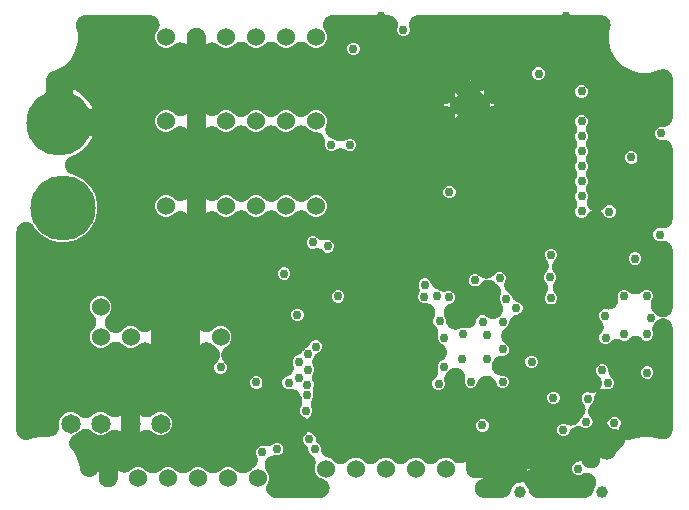
<source format=gbr>
G04 EAGLE Gerber RS-274X export*
G75*
%MOMM*%
%FSLAX34Y34*%
%LPD*%
%INCopper Layer 15*%
%IPPOS*%
%AMOC8*
5,1,8,0,0,1.08239X$1,22.5*%
G01*
%ADD10C,1.524000*%
%ADD11C,1.650000*%
%ADD12C,0.708000*%
%ADD13C,1.530000*%
%ADD14C,5.516000*%
%ADD15C,1.058000*%
%ADD16C,1.008000*%
%ADD17C,0.756400*%
%ADD18C,1.625600*%
%ADD19C,0.609600*%
%ADD20C,0.406400*%

G36*
X295305Y470537D02*
X295305Y470537D01*
X295322Y470536D01*
X295707Y470557D01*
X296093Y470576D01*
X296110Y470578D01*
X296127Y470579D01*
X296506Y470638D01*
X296890Y470695D01*
X296907Y470699D01*
X296923Y470702D01*
X297300Y470799D01*
X297671Y470893D01*
X297687Y470899D01*
X297704Y470903D01*
X298072Y471038D01*
X298429Y471168D01*
X298444Y471175D01*
X298461Y471181D01*
X298808Y471349D01*
X299156Y471516D01*
X299171Y471525D01*
X299186Y471532D01*
X299513Y471732D01*
X299845Y471934D01*
X299859Y471944D01*
X299874Y471953D01*
X300181Y472187D01*
X300489Y472419D01*
X300502Y472430D01*
X300516Y472441D01*
X300799Y472703D01*
X301082Y472965D01*
X301094Y472977D01*
X301106Y472989D01*
X301361Y473277D01*
X301618Y473567D01*
X301629Y473581D01*
X301640Y473593D01*
X301864Y473905D01*
X302092Y474219D01*
X302101Y474234D01*
X302111Y474248D01*
X302304Y474581D01*
X302499Y474915D01*
X302506Y474930D01*
X302515Y474945D01*
X302674Y475297D01*
X302835Y475648D01*
X302840Y475664D01*
X302847Y475679D01*
X302971Y476044D01*
X303096Y476410D01*
X303100Y476427D01*
X303106Y476443D01*
X303192Y476818D01*
X303281Y477195D01*
X303283Y477212D01*
X303287Y477228D01*
X303336Y477611D01*
X303387Y477994D01*
X303388Y478011D01*
X303390Y478028D01*
X303401Y478416D01*
X303414Y478799D01*
X303413Y478816D01*
X303413Y478834D01*
X303386Y479220D01*
X303360Y479604D01*
X303357Y479621D01*
X303356Y479638D01*
X303291Y480016D01*
X303227Y480399D01*
X303223Y480415D01*
X303220Y480432D01*
X303118Y480801D01*
X303016Y481177D01*
X303010Y481193D01*
X303006Y481209D01*
X302867Y481569D01*
X302729Y481930D01*
X302722Y481945D01*
X302715Y481961D01*
X302542Y482305D01*
X302369Y482651D01*
X302360Y482666D01*
X302352Y482681D01*
X302147Y483004D01*
X301939Y483333D01*
X301929Y483347D01*
X301919Y483361D01*
X301682Y483663D01*
X301444Y483969D01*
X301432Y483981D01*
X301421Y483995D01*
X301157Y484270D01*
X300888Y484553D01*
X300875Y484564D01*
X300863Y484576D01*
X300569Y484827D01*
X300277Y485079D01*
X300263Y485088D01*
X300250Y485099D01*
X299930Y485322D01*
X299617Y485541D01*
X299602Y485550D01*
X299588Y485559D01*
X299250Y485747D01*
X298914Y485936D01*
X298898Y485943D01*
X298884Y485951D01*
X298398Y486172D01*
X294895Y487622D01*
X292322Y490195D01*
X290930Y493556D01*
X290930Y497194D01*
X290974Y497298D01*
X290997Y497363D01*
X291025Y497425D01*
X291132Y497742D01*
X291245Y498057D01*
X291261Y498124D01*
X291283Y498189D01*
X291359Y498515D01*
X291439Y498840D01*
X291449Y498908D01*
X291465Y498974D01*
X291507Y499306D01*
X291556Y499637D01*
X291559Y499706D01*
X291567Y499774D01*
X291577Y500108D01*
X291592Y500443D01*
X291588Y500511D01*
X291590Y500580D01*
X291567Y500913D01*
X291549Y501248D01*
X291538Y501315D01*
X291534Y501384D01*
X291477Y501713D01*
X291426Y502044D01*
X291409Y502110D01*
X291397Y502178D01*
X291308Y502501D01*
X291225Y502825D01*
X291201Y502889D01*
X291183Y502955D01*
X291063Y503267D01*
X290947Y503582D01*
X290917Y503643D01*
X290893Y503707D01*
X290742Y504006D01*
X290596Y504307D01*
X290560Y504366D01*
X290529Y504427D01*
X290350Y504710D01*
X290175Y504994D01*
X290134Y505049D01*
X290097Y505107D01*
X289890Y505370D01*
X289688Y505637D01*
X289641Y505687D01*
X289599Y505741D01*
X289367Y505982D01*
X289139Y506227D01*
X289088Y506273D01*
X289040Y506322D01*
X288786Y506539D01*
X288535Y506761D01*
X288479Y506801D01*
X288427Y506845D01*
X288152Y507036D01*
X287962Y507173D01*
X286180Y508956D01*
X285332Y511001D01*
X285332Y511012D01*
X285316Y511113D01*
X285309Y511216D01*
X285257Y511511D01*
X285212Y511809D01*
X285187Y511909D01*
X285169Y512010D01*
X285088Y512300D01*
X285014Y512591D01*
X284979Y512687D01*
X284952Y512786D01*
X284842Y513067D01*
X284740Y513349D01*
X284696Y513441D01*
X284658Y513537D01*
X284522Y513804D01*
X284392Y514076D01*
X284339Y514164D01*
X284292Y514255D01*
X284130Y514508D01*
X283973Y514765D01*
X283912Y514846D01*
X283856Y514933D01*
X283669Y515169D01*
X283489Y515409D01*
X283419Y515484D01*
X283356Y515565D01*
X282991Y515954D01*
X281658Y517287D01*
X280850Y519237D01*
X280850Y521348D01*
X281658Y523299D01*
X284132Y525773D01*
X284167Y525811D01*
X284204Y525846D01*
X284437Y526109D01*
X284673Y526370D01*
X284704Y526412D01*
X284738Y526450D01*
X284944Y526736D01*
X285152Y527019D01*
X285179Y527063D01*
X285209Y527104D01*
X285298Y527258D01*
X285447Y527102D01*
X285687Y526846D01*
X285726Y526812D01*
X285761Y526775D01*
X286029Y526547D01*
X286294Y526315D01*
X286336Y526285D01*
X286374Y526252D01*
X286663Y526052D01*
X286950Y525847D01*
X286995Y525821D01*
X287036Y525792D01*
X287343Y525621D01*
X287649Y525446D01*
X287696Y525425D01*
X287741Y525400D01*
X288227Y525180D01*
X289163Y524792D01*
X290656Y523299D01*
X291503Y521253D01*
X291504Y521242D01*
X291519Y521141D01*
X291527Y521039D01*
X291579Y520742D01*
X291623Y520445D01*
X291649Y520346D01*
X291666Y520245D01*
X291748Y519954D01*
X291821Y519664D01*
X291856Y519568D01*
X291884Y519469D01*
X291994Y519188D01*
X292096Y518906D01*
X292140Y518813D01*
X292177Y518718D01*
X292314Y518450D01*
X292444Y518179D01*
X292497Y518091D01*
X292543Y518000D01*
X292706Y517747D01*
X292862Y517490D01*
X292924Y517408D01*
X292979Y517322D01*
X293166Y517086D01*
X293347Y516845D01*
X293416Y516770D01*
X293480Y516690D01*
X293844Y516301D01*
X295177Y514968D01*
X295985Y513017D01*
X295985Y512398D01*
X295989Y512313D01*
X295987Y512227D01*
X296009Y511910D01*
X296025Y511593D01*
X296038Y511508D01*
X296044Y511423D01*
X296097Y511110D01*
X296145Y510795D01*
X296166Y510713D01*
X296180Y510629D01*
X296264Y510322D01*
X296343Y510014D01*
X296372Y509934D01*
X296394Y509851D01*
X296509Y509555D01*
X296617Y509256D01*
X296654Y509179D01*
X296684Y509099D01*
X296828Y508816D01*
X296965Y508529D01*
X297009Y508456D01*
X297048Y508380D01*
X297218Y508112D01*
X297383Y507840D01*
X297435Y507772D01*
X297481Y507700D01*
X297677Y507450D01*
X297868Y507196D01*
X297926Y507133D01*
X297979Y507066D01*
X298198Y506837D01*
X298414Y506603D01*
X298478Y506546D01*
X298537Y506484D01*
X298778Y506278D01*
X299016Y506067D01*
X299085Y506017D01*
X299150Y505961D01*
X299412Y505780D01*
X299668Y505593D01*
X299742Y505550D01*
X299812Y505501D01*
X300090Y505347D01*
X300364Y505186D01*
X300442Y505151D01*
X300516Y505109D01*
X301002Y504889D01*
X305255Y503128D01*
X307028Y501354D01*
X307079Y501308D01*
X307126Y501259D01*
X307378Y501038D01*
X307626Y500813D01*
X307681Y500773D01*
X307732Y500728D01*
X308005Y500533D01*
X308274Y500334D01*
X308333Y500299D01*
X308388Y500260D01*
X308678Y500093D01*
X308966Y499922D01*
X309028Y499893D01*
X309088Y499859D01*
X309393Y499722D01*
X309696Y499580D01*
X309761Y499557D01*
X309823Y499529D01*
X310141Y499423D01*
X310457Y499312D01*
X310523Y499296D01*
X310588Y499274D01*
X310915Y499200D01*
X311240Y499120D01*
X311307Y499111D01*
X311374Y499096D01*
X311706Y499054D01*
X312038Y499008D01*
X312106Y499005D01*
X312174Y498996D01*
X312508Y498988D01*
X312843Y498974D01*
X312912Y498978D01*
X312980Y498977D01*
X313314Y499002D01*
X313648Y499021D01*
X313715Y499032D01*
X313784Y499037D01*
X314114Y499095D01*
X314444Y499147D01*
X314510Y499165D01*
X314577Y499176D01*
X314900Y499267D01*
X315224Y499352D01*
X315288Y499376D01*
X315354Y499394D01*
X315666Y499516D01*
X315979Y499632D01*
X316041Y499662D01*
X316104Y499687D01*
X316403Y499840D01*
X316704Y499987D01*
X316762Y500022D01*
X316823Y500054D01*
X317105Y500235D01*
X317389Y500411D01*
X317443Y500452D01*
X317501Y500489D01*
X317763Y500697D01*
X318029Y500901D01*
X318079Y500947D01*
X318133Y500990D01*
X318522Y501354D01*
X320295Y503128D01*
X323656Y504520D01*
X327294Y504520D01*
X330655Y503128D01*
X332428Y501354D01*
X332479Y501308D01*
X332526Y501259D01*
X332778Y501038D01*
X333026Y500813D01*
X333081Y500773D01*
X333132Y500728D01*
X333405Y500533D01*
X333674Y500334D01*
X333733Y500299D01*
X333788Y500260D01*
X334078Y500093D01*
X334366Y499922D01*
X334428Y499893D01*
X334488Y499859D01*
X334793Y499722D01*
X335096Y499580D01*
X335161Y499557D01*
X335223Y499529D01*
X335541Y499423D01*
X335857Y499312D01*
X335923Y499296D01*
X335988Y499274D01*
X336315Y499200D01*
X336640Y499120D01*
X336707Y499111D01*
X336774Y499096D01*
X337106Y499054D01*
X337438Y499008D01*
X337506Y499005D01*
X337574Y498996D01*
X337908Y498988D01*
X338243Y498974D01*
X338312Y498978D01*
X338380Y498977D01*
X338714Y499002D01*
X339048Y499021D01*
X339115Y499032D01*
X339184Y499037D01*
X339514Y499095D01*
X339844Y499147D01*
X339910Y499165D01*
X339977Y499176D01*
X340300Y499267D01*
X340624Y499352D01*
X340688Y499376D01*
X340754Y499394D01*
X341066Y499516D01*
X341379Y499632D01*
X341441Y499662D01*
X341504Y499687D01*
X341803Y499840D01*
X342104Y499987D01*
X342162Y500022D01*
X342223Y500054D01*
X342505Y500235D01*
X342789Y500411D01*
X342843Y500452D01*
X342901Y500489D01*
X343163Y500697D01*
X343429Y500901D01*
X343479Y500947D01*
X343533Y500990D01*
X343922Y501354D01*
X345695Y503128D01*
X349056Y504520D01*
X352694Y504520D01*
X356055Y503128D01*
X357828Y501354D01*
X357879Y501309D01*
X357925Y501259D01*
X358178Y501038D01*
X358426Y500813D01*
X358481Y500773D01*
X358532Y500728D01*
X358805Y500533D01*
X359074Y500334D01*
X359132Y500299D01*
X359188Y500260D01*
X359479Y500093D01*
X359766Y499922D01*
X359828Y499893D01*
X359887Y499859D01*
X360194Y499721D01*
X360496Y499580D01*
X360561Y499557D01*
X360623Y499529D01*
X360941Y499423D01*
X361257Y499312D01*
X361323Y499295D01*
X361388Y499274D01*
X361714Y499200D01*
X362040Y499120D01*
X362107Y499111D01*
X362174Y499096D01*
X362506Y499054D01*
X362838Y499008D01*
X362906Y499005D01*
X362974Y498996D01*
X363309Y498988D01*
X363643Y498974D01*
X363711Y498978D01*
X363780Y498977D01*
X364114Y499002D01*
X364448Y499021D01*
X364516Y499032D01*
X364583Y499037D01*
X364913Y499095D01*
X365244Y499147D01*
X365310Y499165D01*
X365377Y499176D01*
X365700Y499267D01*
X366024Y499352D01*
X366088Y499375D01*
X366154Y499394D01*
X366466Y499516D01*
X366779Y499632D01*
X366841Y499662D01*
X366904Y499687D01*
X367202Y499839D01*
X367504Y499987D01*
X367562Y500023D01*
X367622Y500054D01*
X367904Y500234D01*
X368189Y500411D01*
X368243Y500452D01*
X368301Y500489D01*
X368563Y500697D01*
X368829Y500901D01*
X368879Y500947D01*
X368932Y500990D01*
X369322Y501354D01*
X371095Y503128D01*
X374456Y504520D01*
X378094Y504520D01*
X381455Y503128D01*
X383228Y501354D01*
X383279Y501309D01*
X383325Y501259D01*
X383578Y501038D01*
X383826Y500813D01*
X383881Y500773D01*
X383932Y500728D01*
X384205Y500533D01*
X384474Y500334D01*
X384532Y500299D01*
X384588Y500260D01*
X384879Y500093D01*
X385166Y499922D01*
X385228Y499893D01*
X385287Y499859D01*
X385594Y499721D01*
X385896Y499580D01*
X385961Y499557D01*
X386023Y499529D01*
X386341Y499423D01*
X386657Y499312D01*
X386723Y499295D01*
X386788Y499274D01*
X387114Y499200D01*
X387440Y499120D01*
X387507Y499111D01*
X387574Y499096D01*
X387906Y499054D01*
X388238Y499008D01*
X388306Y499005D01*
X388374Y498996D01*
X388709Y498988D01*
X389043Y498974D01*
X389111Y498978D01*
X389180Y498977D01*
X389514Y499002D01*
X389848Y499021D01*
X389916Y499032D01*
X389983Y499037D01*
X390313Y499095D01*
X390644Y499147D01*
X390710Y499165D01*
X390777Y499176D01*
X391100Y499267D01*
X391424Y499352D01*
X391488Y499375D01*
X391554Y499394D01*
X391866Y499516D01*
X392179Y499632D01*
X392241Y499662D01*
X392304Y499687D01*
X392602Y499839D01*
X392904Y499987D01*
X392962Y500023D01*
X393022Y500054D01*
X393304Y500234D01*
X393589Y500411D01*
X393643Y500452D01*
X393701Y500489D01*
X393963Y500697D01*
X394229Y500901D01*
X394279Y500947D01*
X394332Y500990D01*
X394722Y501354D01*
X396495Y503128D01*
X399856Y504520D01*
X403494Y504520D01*
X406855Y503128D01*
X407910Y502073D01*
X407960Y502027D01*
X408007Y501977D01*
X408261Y501755D01*
X408507Y501532D01*
X408562Y501491D01*
X408614Y501446D01*
X408886Y501252D01*
X409155Y501053D01*
X409214Y501018D01*
X409270Y500978D01*
X409560Y500812D01*
X409848Y500640D01*
X409910Y500611D01*
X409969Y500577D01*
X410275Y500440D01*
X410578Y500298D01*
X410642Y500275D01*
X410705Y500247D01*
X411022Y500142D01*
X411338Y500030D01*
X411405Y500014D01*
X411469Y499992D01*
X411795Y499918D01*
X412121Y499839D01*
X412189Y499829D01*
X412256Y499814D01*
X412588Y499773D01*
X412919Y499726D01*
X412988Y499723D01*
X413056Y499715D01*
X413390Y499707D01*
X413725Y499693D01*
X413793Y499697D01*
X413861Y499695D01*
X414195Y499720D01*
X414529Y499739D01*
X414597Y499750D01*
X414665Y499755D01*
X414995Y499813D01*
X415326Y499866D01*
X415392Y499883D01*
X415459Y499895D01*
X415781Y499985D01*
X416105Y500070D01*
X416169Y500094D01*
X416235Y500112D01*
X416547Y500234D01*
X416861Y500351D01*
X416923Y500381D01*
X416986Y500406D01*
X417284Y500558D01*
X417585Y500705D01*
X417643Y500741D01*
X417704Y500772D01*
X417986Y500953D01*
X418271Y501129D01*
X418325Y501171D01*
X418382Y501208D01*
X418644Y501415D01*
X418911Y501619D01*
X418948Y501654D01*
X418948Y495375D01*
X418951Y495307D01*
X418949Y495239D01*
X418971Y494905D01*
X418988Y494570D01*
X418998Y494503D01*
X419002Y494435D01*
X419057Y494104D01*
X419107Y493773D01*
X419124Y493707D01*
X419135Y493639D01*
X419223Y493316D01*
X419305Y492992D01*
X419328Y492928D01*
X419346Y492862D01*
X419466Y492548D01*
X419579Y492234D01*
X419609Y492172D01*
X419633Y492108D01*
X419783Y491809D01*
X419927Y491507D01*
X419963Y491448D01*
X419993Y491387D01*
X420173Y491103D01*
X420346Y490818D01*
X420387Y490763D01*
X420423Y490705D01*
X420629Y490441D01*
X420830Y490173D01*
X420877Y490123D01*
X420919Y490069D01*
X421150Y489826D01*
X421376Y489580D01*
X421377Y489580D01*
X421428Y489535D01*
X421475Y489486D01*
X421475Y489485D01*
X421729Y489267D01*
X421979Y489044D01*
X422034Y489004D01*
X422086Y488959D01*
X422360Y488767D01*
X422631Y488570D01*
X422690Y488536D01*
X422746Y488497D01*
X423038Y488333D01*
X423327Y488163D01*
X423389Y488135D01*
X423449Y488102D01*
X423756Y487967D01*
X424060Y487828D01*
X424124Y487806D01*
X424187Y487778D01*
X424506Y487675D01*
X424822Y487566D01*
X424889Y487550D01*
X424954Y487529D01*
X425281Y487458D01*
X425607Y487381D01*
X425675Y487372D01*
X425741Y487358D01*
X426074Y487319D01*
X426406Y487275D01*
X426474Y487273D01*
X426542Y487265D01*
X427075Y487248D01*
X433174Y487248D01*
X432732Y486909D01*
X431579Y486243D01*
X431408Y486172D01*
X431392Y486164D01*
X431376Y486158D01*
X431027Y485992D01*
X430679Y485827D01*
X430664Y485818D01*
X430649Y485810D01*
X430316Y485609D01*
X429988Y485411D01*
X429974Y485401D01*
X429960Y485392D01*
X429652Y485161D01*
X429342Y484929D01*
X429329Y484918D01*
X429316Y484907D01*
X429033Y484647D01*
X428747Y484386D01*
X428735Y484373D01*
X428723Y484361D01*
X428466Y484074D01*
X428208Y483786D01*
X428198Y483772D01*
X428187Y483759D01*
X427960Y483447D01*
X427732Y483136D01*
X427723Y483121D01*
X427713Y483107D01*
X427519Y482776D01*
X427322Y482442D01*
X427315Y482426D01*
X427306Y482411D01*
X427146Y482061D01*
X426983Y481710D01*
X426977Y481694D01*
X426970Y481678D01*
X426844Y481309D01*
X426718Y480949D01*
X426714Y480932D01*
X426709Y480916D01*
X426619Y480537D01*
X426530Y480165D01*
X426528Y480148D01*
X426524Y480131D01*
X426472Y479743D01*
X426421Y479366D01*
X426420Y479349D01*
X426418Y479332D01*
X426405Y478945D01*
X426391Y478561D01*
X426392Y478543D01*
X426391Y478527D01*
X426417Y478144D01*
X426441Y477756D01*
X426444Y477739D01*
X426445Y477722D01*
X426509Y477340D01*
X426570Y476961D01*
X426575Y476944D01*
X426578Y476927D01*
X426680Y476551D01*
X426778Y476182D01*
X426784Y476166D01*
X426789Y476149D01*
X426927Y475785D01*
X427062Y475427D01*
X427070Y475412D01*
X427076Y475396D01*
X427249Y475048D01*
X427419Y474705D01*
X427428Y474690D01*
X427436Y474675D01*
X427644Y474345D01*
X427846Y474021D01*
X427857Y474008D01*
X427866Y473993D01*
X428103Y473689D01*
X428339Y473383D01*
X428351Y473370D01*
X428361Y473357D01*
X428626Y473079D01*
X428892Y472797D01*
X428905Y472786D01*
X428917Y472773D01*
X429208Y472523D01*
X429501Y472269D01*
X429515Y472259D01*
X429528Y472247D01*
X429843Y472027D01*
X430159Y471803D01*
X430174Y471795D01*
X430188Y471785D01*
X430526Y471595D01*
X430860Y471405D01*
X430876Y471398D01*
X430891Y471390D01*
X431246Y471234D01*
X431597Y471079D01*
X431613Y471073D01*
X431629Y471066D01*
X431998Y470947D01*
X432363Y470827D01*
X432379Y470823D01*
X432396Y470818D01*
X432776Y470735D01*
X433150Y470652D01*
X433166Y470650D01*
X433184Y470646D01*
X433571Y470601D01*
X433950Y470556D01*
X433967Y470555D01*
X433984Y470553D01*
X434517Y470536D01*
X449032Y470536D01*
X449268Y470547D01*
X449505Y470549D01*
X449671Y470567D01*
X449837Y470576D01*
X450071Y470611D01*
X450306Y470636D01*
X450469Y470670D01*
X450634Y470695D01*
X450864Y470753D01*
X451095Y470802D01*
X451254Y470852D01*
X451416Y470893D01*
X451638Y470974D01*
X451864Y471045D01*
X452017Y471111D01*
X452174Y471168D01*
X452387Y471270D01*
X452604Y471363D01*
X452750Y471443D01*
X452901Y471516D01*
X453103Y471639D01*
X453310Y471753D01*
X453447Y471847D01*
X453590Y471934D01*
X453779Y472076D01*
X453973Y472210D01*
X454101Y472318D01*
X454234Y472419D01*
X454408Y472579D01*
X454588Y472732D01*
X454704Y472852D01*
X454827Y472965D01*
X454984Y473141D01*
X455149Y473311D01*
X455252Y473442D01*
X455363Y473567D01*
X455502Y473758D01*
X455649Y473944D01*
X455739Y474084D01*
X455837Y474219D01*
X455956Y474423D01*
X456084Y474622D01*
X456159Y474771D01*
X456243Y474915D01*
X456342Y475130D01*
X456449Y475341D01*
X456510Y475496D01*
X456579Y475648D01*
X456656Y475871D01*
X456742Y476092D01*
X456787Y476253D01*
X456841Y476410D01*
X456895Y476640D01*
X456959Y476868D01*
X457003Y477098D01*
X457026Y477195D01*
X457035Y477265D01*
X457059Y477392D01*
X457071Y477465D01*
X457440Y478600D01*
X457981Y479663D01*
X458683Y480628D01*
X459527Y481472D01*
X460492Y482174D01*
X461555Y482715D01*
X462690Y483084D01*
X464418Y483358D01*
X464616Y483399D01*
X464816Y483431D01*
X465010Y483482D01*
X465207Y483523D01*
X465400Y483584D01*
X465595Y483635D01*
X465784Y483705D01*
X465975Y483766D01*
X466162Y483846D01*
X466351Y483916D01*
X466531Y484004D01*
X466716Y484084D01*
X466894Y484182D01*
X467075Y484270D01*
X467246Y484376D01*
X467422Y484473D01*
X467589Y484588D01*
X467741Y484682D01*
X467755Y484632D01*
X467851Y484276D01*
X467864Y484243D01*
X467873Y484211D01*
X468007Y483867D01*
X468138Y483522D01*
X468154Y483492D01*
X468166Y483460D01*
X468334Y483131D01*
X468499Y482801D01*
X468517Y482772D01*
X468532Y482742D01*
X468731Y482432D01*
X468929Y482119D01*
X468950Y482092D01*
X468968Y482063D01*
X469196Y481776D01*
X469424Y481483D01*
X469448Y481458D01*
X469469Y481432D01*
X469833Y481042D01*
X470247Y480629D01*
X470949Y479663D01*
X471490Y478600D01*
X471859Y477465D01*
X471871Y477392D01*
X471919Y477161D01*
X471958Y476927D01*
X472002Y476766D01*
X472036Y476603D01*
X472107Y476378D01*
X472169Y476149D01*
X472229Y475993D01*
X472279Y475834D01*
X472372Y475617D01*
X472456Y475396D01*
X472531Y475247D01*
X472597Y475093D01*
X472711Y474887D01*
X472816Y474675D01*
X472905Y474534D01*
X472986Y474388D01*
X473120Y474193D01*
X473246Y473993D01*
X473349Y473861D01*
X473444Y473724D01*
X473596Y473544D01*
X473742Y473357D01*
X473857Y473236D01*
X473965Y473109D01*
X474134Y472945D01*
X474298Y472773D01*
X474424Y472664D01*
X474544Y472548D01*
X474729Y472402D01*
X474909Y472247D01*
X475045Y472152D01*
X475176Y472048D01*
X475375Y471920D01*
X475569Y471785D01*
X475714Y471703D01*
X475854Y471613D01*
X476065Y471506D01*
X476271Y471390D01*
X476424Y471323D01*
X476573Y471247D01*
X476793Y471161D01*
X477010Y471066D01*
X477169Y471015D01*
X477324Y470954D01*
X477551Y470890D01*
X477776Y470818D01*
X477939Y470782D01*
X478100Y470737D01*
X478333Y470696D01*
X478564Y470646D01*
X478730Y470627D01*
X478894Y470598D01*
X479129Y470580D01*
X479365Y470553D01*
X479599Y470546D01*
X479698Y470538D01*
X479769Y470540D01*
X479898Y470536D01*
X519032Y470536D01*
X519268Y470547D01*
X519505Y470549D01*
X519671Y470567D01*
X519837Y470576D01*
X520071Y470611D01*
X520306Y470636D01*
X520469Y470670D01*
X520634Y470695D01*
X520864Y470753D01*
X521095Y470802D01*
X521254Y470852D01*
X521416Y470893D01*
X521638Y470974D01*
X521864Y471045D01*
X522017Y471111D01*
X522174Y471168D01*
X522387Y471270D01*
X522604Y471363D01*
X522750Y471443D01*
X522901Y471516D01*
X523103Y471639D01*
X523310Y471753D01*
X523447Y471847D01*
X523590Y471934D01*
X523779Y472076D01*
X523973Y472210D01*
X524101Y472318D01*
X524234Y472419D01*
X524408Y472579D01*
X524588Y472732D01*
X524704Y472852D01*
X524827Y472965D01*
X524984Y473141D01*
X525149Y473311D01*
X525252Y473442D01*
X525363Y473567D01*
X525502Y473758D01*
X525649Y473944D01*
X525739Y474084D01*
X525837Y474219D01*
X525956Y474423D01*
X526084Y474622D01*
X526159Y474771D01*
X526243Y474915D01*
X526342Y475130D01*
X526449Y475341D01*
X526510Y475496D01*
X526579Y475648D01*
X526656Y475871D01*
X526742Y476092D01*
X526787Y476253D01*
X526841Y476410D01*
X526895Y476640D01*
X526959Y476868D01*
X527003Y477098D01*
X527026Y477195D01*
X527035Y477265D01*
X527059Y477392D01*
X527071Y477465D01*
X527440Y478600D01*
X528106Y479908D01*
X528251Y480231D01*
X528399Y480550D01*
X528415Y480598D01*
X528436Y480643D01*
X528548Y480979D01*
X528664Y481312D01*
X528675Y481360D01*
X528691Y481408D01*
X528770Y481753D01*
X528852Y482096D01*
X528859Y482145D01*
X528870Y482194D01*
X528913Y482544D01*
X528961Y482894D01*
X528963Y482944D01*
X528969Y482994D01*
X528978Y483347D01*
X528991Y483700D01*
X528988Y483749D01*
X528989Y483800D01*
X528963Y484152D01*
X528941Y484504D01*
X528933Y484554D01*
X528929Y484603D01*
X528868Y484951D01*
X528812Y485300D01*
X528799Y485348D01*
X528790Y485397D01*
X528695Y485738D01*
X528604Y486079D01*
X528586Y486125D01*
X528573Y486174D01*
X528444Y486503D01*
X528320Y486833D01*
X528298Y486878D01*
X528280Y486925D01*
X528119Y487239D01*
X527963Y487556D01*
X527936Y487598D01*
X527914Y487643D01*
X527722Y487941D01*
X527536Y488240D01*
X527505Y488279D01*
X527478Y488321D01*
X527259Y488598D01*
X527043Y488878D01*
X527009Y488914D01*
X526978Y488953D01*
X526733Y489206D01*
X526490Y489464D01*
X526452Y489497D01*
X526417Y489532D01*
X526148Y489760D01*
X525881Y489992D01*
X525840Y490021D01*
X525802Y490053D01*
X525511Y490253D01*
X525223Y490458D01*
X525179Y490482D01*
X525138Y490510D01*
X524829Y490681D01*
X524522Y490855D01*
X524476Y490876D01*
X524432Y490900D01*
X524107Y491039D01*
X523785Y491182D01*
X523737Y491198D01*
X523691Y491217D01*
X523354Y491324D01*
X523019Y491434D01*
X522970Y491445D01*
X522923Y491460D01*
X522577Y491532D01*
X522232Y491609D01*
X522183Y491615D01*
X522134Y491625D01*
X521782Y491663D01*
X521432Y491705D01*
X521382Y491706D01*
X521332Y491711D01*
X520980Y491714D01*
X520626Y491721D01*
X520576Y491717D01*
X520526Y491718D01*
X520175Y491686D01*
X519822Y491658D01*
X519773Y491649D01*
X519723Y491644D01*
X519377Y491577D01*
X519029Y491515D01*
X518981Y491501D01*
X518932Y491492D01*
X518593Y491391D01*
X518254Y491294D01*
X518196Y491272D01*
X518159Y491261D01*
X518074Y491227D01*
X517754Y491106D01*
X515068Y489993D01*
X512957Y489993D01*
X511006Y490801D01*
X509513Y492294D01*
X508705Y494244D01*
X508705Y496356D01*
X509513Y498306D01*
X511006Y499799D01*
X512673Y500489D01*
X512689Y500497D01*
X512707Y500503D01*
X513051Y500668D01*
X513401Y500834D01*
X513417Y500844D01*
X513434Y500852D01*
X513760Y501050D01*
X514092Y501250D01*
X514107Y501261D01*
X514122Y501270D01*
X514430Y501502D01*
X514738Y501731D01*
X514752Y501744D01*
X514766Y501755D01*
X515049Y502016D01*
X515333Y502275D01*
X515346Y502289D01*
X515359Y502301D01*
X515612Y502585D01*
X515872Y502875D01*
X515883Y502890D01*
X515895Y502904D01*
X516118Y503211D01*
X516348Y503525D01*
X516358Y503541D01*
X516368Y503556D01*
X516481Y503748D01*
X516481Y503703D01*
X516496Y503391D01*
X516505Y503079D01*
X516516Y502989D01*
X516521Y502898D01*
X516567Y502589D01*
X516606Y502279D01*
X516627Y502191D01*
X516640Y502100D01*
X516717Y501798D01*
X516787Y501494D01*
X516816Y501407D01*
X516838Y501319D01*
X516944Y501026D01*
X517044Y500730D01*
X517082Y500646D01*
X517113Y500561D01*
X517247Y500280D01*
X517376Y499995D01*
X517421Y499916D01*
X517461Y499834D01*
X517623Y499567D01*
X517779Y499297D01*
X517832Y499223D01*
X517879Y499145D01*
X518067Y498896D01*
X518249Y498642D01*
X518324Y498553D01*
X518364Y498501D01*
X518431Y498427D01*
X518594Y498236D01*
X518595Y498235D01*
X518756Y498075D01*
X518910Y497907D01*
X519041Y497791D01*
X519166Y497667D01*
X519342Y497523D01*
X519512Y497371D01*
X519654Y497268D01*
X519791Y497157D01*
X519980Y497031D01*
X520164Y496898D01*
X520316Y496809D01*
X520463Y496712D01*
X520664Y496606D01*
X520860Y496491D01*
X521020Y496418D01*
X521175Y496336D01*
X521387Y496250D01*
X521593Y496155D01*
X521759Y496098D01*
X521922Y496032D01*
X522140Y495967D01*
X522355Y495894D01*
X522527Y495853D01*
X522695Y495803D01*
X522918Y495761D01*
X523140Y495709D01*
X523314Y495686D01*
X523487Y495653D01*
X523714Y495633D01*
X523939Y495603D01*
X524115Y495597D01*
X524290Y495581D01*
X524517Y495584D01*
X524745Y495576D01*
X524920Y495588D01*
X525096Y495590D01*
X525322Y495615D01*
X525549Y495630D01*
X525723Y495659D01*
X525897Y495678D01*
X526120Y495725D01*
X526344Y495763D01*
X526514Y495809D01*
X526686Y495845D01*
X526903Y495914D01*
X527122Y495974D01*
X527286Y496036D01*
X527454Y496090D01*
X527663Y496180D01*
X527875Y496261D01*
X528033Y496339D01*
X528194Y496409D01*
X528393Y496519D01*
X528597Y496621D01*
X528746Y496715D01*
X528899Y496800D01*
X529086Y496929D01*
X529278Y497051D01*
X529417Y497159D01*
X529562Y497259D01*
X529735Y497406D01*
X529914Y497546D01*
X530042Y497667D01*
X530176Y497781D01*
X530333Y497945D01*
X530498Y498102D01*
X530613Y498235D01*
X530735Y498362D01*
X530876Y498541D01*
X531024Y498713D01*
X531125Y498857D01*
X531234Y498995D01*
X531356Y499187D01*
X531487Y499373D01*
X531573Y499526D01*
X531667Y499675D01*
X531770Y499878D01*
X531882Y500076D01*
X531952Y500237D01*
X532032Y500394D01*
X532114Y500606D01*
X532205Y500814D01*
X532259Y500981D01*
X532323Y501145D01*
X532384Y501365D01*
X532454Y501581D01*
X532491Y501752D01*
X532538Y501922D01*
X532577Y502146D01*
X532625Y502368D01*
X532646Y502543D01*
X532676Y502716D01*
X532692Y502943D01*
X532718Y503169D01*
X532726Y503420D01*
X532734Y503520D01*
X532732Y503586D01*
X532736Y503702D01*
X532736Y505071D01*
X532856Y504970D01*
X532971Y504862D01*
X533166Y504712D01*
X533355Y504555D01*
X533485Y504467D01*
X533610Y504371D01*
X533819Y504241D01*
X534022Y504103D01*
X534161Y504028D01*
X534295Y503945D01*
X534515Y503836D01*
X534731Y503719D01*
X534876Y503659D01*
X535018Y503589D01*
X535248Y503503D01*
X535475Y503408D01*
X535625Y503362D01*
X535773Y503307D01*
X536010Y503244D01*
X536245Y503172D01*
X536400Y503141D01*
X536552Y503100D01*
X536795Y503061D01*
X537035Y503013D01*
X537192Y502997D01*
X537348Y502972D01*
X537593Y502957D01*
X537838Y502933D01*
X537995Y502933D01*
X538153Y502924D01*
X538398Y502933D01*
X538644Y502933D01*
X538801Y502949D01*
X538958Y502955D01*
X539201Y502989D01*
X539446Y503013D01*
X539600Y503044D01*
X539757Y503066D01*
X539995Y503124D01*
X540236Y503172D01*
X540387Y503219D01*
X540540Y503256D01*
X540771Y503337D01*
X541007Y503409D01*
X541152Y503470D01*
X541301Y503522D01*
X541523Y503625D01*
X541750Y503721D01*
X541889Y503796D01*
X542032Y503862D01*
X542243Y503987D01*
X542459Y504104D01*
X542590Y504193D01*
X542725Y504273D01*
X542923Y504419D01*
X543126Y504556D01*
X543247Y504657D01*
X543374Y504751D01*
X543557Y504915D01*
X543745Y505073D01*
X543856Y505185D01*
X543973Y505291D01*
X544138Y505472D01*
X544311Y505647D01*
X544409Y505770D01*
X544516Y505887D01*
X544662Y506084D01*
X544816Y506275D01*
X544902Y506407D01*
X544996Y506534D01*
X545225Y506902D01*
X545257Y506950D01*
X545264Y506965D01*
X545278Y506987D01*
X547490Y510819D01*
X551346Y514675D01*
X551369Y514701D01*
X551395Y514724D01*
X551639Y514998D01*
X551887Y515273D01*
X551908Y515300D01*
X551931Y515326D01*
X552147Y515624D01*
X552367Y515921D01*
X552384Y515950D01*
X552404Y515978D01*
X552591Y516297D01*
X552779Y516613D01*
X552794Y516644D01*
X552811Y516674D01*
X552964Y517008D01*
X553121Y517343D01*
X553133Y517376D01*
X553147Y517407D01*
X553266Y517754D01*
X553389Y518104D01*
X553397Y518137D01*
X553408Y518169D01*
X553493Y518526D01*
X553581Y518887D01*
X553585Y518920D01*
X553593Y518954D01*
X553642Y519320D01*
X553693Y519685D01*
X553695Y519719D01*
X553699Y519753D01*
X553711Y520120D01*
X553718Y520279D01*
X553811Y520247D01*
X553962Y520186D01*
X554192Y520118D01*
X554420Y520041D01*
X554579Y520005D01*
X554736Y519959D01*
X554971Y519914D01*
X555205Y519860D01*
X555368Y519839D01*
X555528Y519809D01*
X555767Y519788D01*
X556005Y519757D01*
X556168Y519753D01*
X556331Y519738D01*
X556570Y519741D01*
X556811Y519734D01*
X556974Y519746D01*
X557137Y519748D01*
X557375Y519774D01*
X557615Y519791D01*
X557775Y519819D01*
X557938Y519837D01*
X558173Y519887D01*
X558409Y519927D01*
X558566Y519971D01*
X558726Y520005D01*
X558955Y520078D01*
X559186Y520141D01*
X559338Y520200D01*
X559494Y520250D01*
X559642Y520314D01*
X567654Y522461D01*
X575596Y522461D01*
X583609Y520314D01*
X583927Y520245D01*
X584244Y520170D01*
X584321Y520160D01*
X584397Y520144D01*
X584720Y520107D01*
X585043Y520064D01*
X585120Y520062D01*
X585197Y520053D01*
X585523Y520049D01*
X585848Y520038D01*
X585926Y520043D01*
X586003Y520042D01*
X586328Y520070D01*
X586653Y520091D01*
X586730Y520104D01*
X586807Y520111D01*
X587126Y520170D01*
X587448Y520224D01*
X587523Y520245D01*
X587599Y520259D01*
X587911Y520350D01*
X588226Y520435D01*
X588298Y520463D01*
X588373Y520485D01*
X588675Y520607D01*
X588979Y520722D01*
X589048Y520757D01*
X589120Y520786D01*
X589409Y520937D01*
X589700Y521083D01*
X589766Y521124D01*
X589835Y521160D01*
X590106Y521339D01*
X590382Y521512D01*
X590443Y521560D01*
X590508Y521603D01*
X590761Y521807D01*
X591018Y522008D01*
X591074Y522061D01*
X591134Y522110D01*
X591366Y522339D01*
X591602Y522564D01*
X591652Y522623D01*
X591708Y522677D01*
X591915Y522928D01*
X592128Y523175D01*
X592172Y523238D01*
X592222Y523298D01*
X592403Y523568D01*
X592590Y523835D01*
X592628Y523903D01*
X592672Y523967D01*
X592826Y524253D01*
X592985Y524537D01*
X593016Y524609D01*
X593053Y524677D01*
X593178Y524977D01*
X593309Y525276D01*
X593333Y525350D01*
X593362Y525421D01*
X593457Y525733D01*
X593557Y526043D01*
X593574Y526118D01*
X593597Y526193D01*
X593660Y526512D01*
X593729Y526830D01*
X593738Y526907D01*
X593753Y526983D01*
X593784Y527307D01*
X593822Y527631D01*
X593825Y527729D01*
X593830Y527786D01*
X593830Y527886D01*
X593839Y528164D01*
X593839Y614423D01*
X593838Y614457D01*
X593839Y614491D01*
X593818Y614859D01*
X593799Y615228D01*
X593794Y615262D01*
X593792Y615296D01*
X593735Y615658D01*
X593680Y616025D01*
X593671Y616059D01*
X593666Y616092D01*
X593573Y616447D01*
X593482Y616807D01*
X593470Y616839D01*
X593462Y616872D01*
X593333Y617218D01*
X593207Y617565D01*
X593193Y617595D01*
X593181Y617628D01*
X593019Y617959D01*
X592859Y618292D01*
X592842Y618321D01*
X592827Y618352D01*
X592633Y618665D01*
X592441Y618981D01*
X592421Y619008D01*
X592403Y619037D01*
X592179Y619329D01*
X591956Y619625D01*
X591933Y619650D01*
X591913Y619677D01*
X591660Y619947D01*
X591410Y620218D01*
X591385Y620241D01*
X591362Y620266D01*
X591083Y620509D01*
X590808Y620754D01*
X590781Y620774D01*
X590755Y620797D01*
X590454Y621011D01*
X590156Y621228D01*
X590127Y621245D01*
X590099Y621265D01*
X589777Y621449D01*
X589460Y621634D01*
X589429Y621649D01*
X589400Y621666D01*
X589061Y621817D01*
X588727Y621970D01*
X588695Y621981D01*
X588664Y621995D01*
X588313Y622113D01*
X587965Y622232D01*
X587932Y622240D01*
X587899Y622250D01*
X587540Y622332D01*
X587180Y622417D01*
X587146Y622421D01*
X587113Y622429D01*
X586747Y622474D01*
X586381Y622523D01*
X586347Y622524D01*
X586313Y622528D01*
X585942Y622537D01*
X585576Y622549D01*
X585542Y622547D01*
X585507Y622548D01*
X585138Y622520D01*
X584771Y622496D01*
X584737Y622490D01*
X584704Y622488D01*
X584340Y622424D01*
X583976Y622363D01*
X583943Y622354D01*
X583910Y622348D01*
X583554Y622248D01*
X583198Y622152D01*
X583166Y622140D01*
X583133Y622130D01*
X582789Y621996D01*
X582445Y621865D01*
X582414Y621850D01*
X582383Y621837D01*
X582054Y621670D01*
X581724Y621505D01*
X581695Y621486D01*
X581665Y621471D01*
X581354Y621272D01*
X581042Y621075D01*
X581015Y621054D01*
X580986Y621035D01*
X580696Y620805D01*
X580406Y620579D01*
X580381Y620556D01*
X580355Y620534D01*
X579965Y620170D01*
X579023Y619228D01*
X578965Y619164D01*
X578903Y619106D01*
X578695Y618866D01*
X578482Y618630D01*
X578431Y618561D01*
X578375Y618497D01*
X578192Y618237D01*
X578003Y617982D01*
X577959Y617908D01*
X577910Y617839D01*
X577752Y617562D01*
X577590Y617289D01*
X577554Y617212D01*
X577512Y617138D01*
X577383Y616847D01*
X577248Y616559D01*
X577220Y616479D01*
X577185Y616401D01*
X577086Y616098D01*
X576980Y615799D01*
X576960Y615716D01*
X576933Y615635D01*
X576864Y615324D01*
X576789Y615016D01*
X576777Y614932D01*
X576758Y614848D01*
X576720Y614532D01*
X576676Y614218D01*
X576672Y614132D01*
X576662Y614048D01*
X576656Y613730D01*
X576643Y613413D01*
X576648Y613327D01*
X576646Y613242D01*
X576671Y612924D01*
X576689Y612608D01*
X576703Y612524D01*
X576710Y612438D01*
X576766Y612125D01*
X576816Y611812D01*
X576837Y611729D01*
X576853Y611645D01*
X576940Y611339D01*
X577020Y611032D01*
X577050Y610952D01*
X577073Y610870D01*
X577261Y610371D01*
X577370Y610108D01*
X577370Y607997D01*
X576562Y606046D01*
X575069Y604554D01*
X573119Y603746D01*
X571008Y603746D01*
X569057Y604554D01*
X568310Y605301D01*
X568260Y605346D01*
X568213Y605396D01*
X567960Y605617D01*
X567713Y605842D01*
X567658Y605882D01*
X567606Y605927D01*
X567334Y606122D01*
X567064Y606321D01*
X567006Y606356D01*
X566950Y606396D01*
X566659Y606562D01*
X566372Y606734D01*
X566310Y606762D01*
X566251Y606796D01*
X565945Y606934D01*
X565642Y607075D01*
X565577Y607098D01*
X565515Y607126D01*
X565197Y607232D01*
X564882Y607343D01*
X564815Y607360D01*
X564750Y607381D01*
X564424Y607455D01*
X564099Y607535D01*
X564031Y607544D01*
X563964Y607559D01*
X563632Y607601D01*
X563300Y607648D01*
X563232Y607650D01*
X563164Y607659D01*
X562829Y607667D01*
X562495Y607681D01*
X562427Y607677D01*
X562358Y607679D01*
X562024Y607654D01*
X561690Y607634D01*
X561623Y607623D01*
X561555Y607618D01*
X561225Y607560D01*
X560894Y607508D01*
X560828Y607491D01*
X560761Y607479D01*
X560438Y607388D01*
X560114Y607303D01*
X560050Y607280D01*
X559985Y607261D01*
X559673Y607139D01*
X559359Y607023D01*
X559297Y606993D01*
X559234Y606968D01*
X558936Y606816D01*
X558635Y606669D01*
X558577Y606633D01*
X558516Y606602D01*
X558234Y606420D01*
X557949Y606244D01*
X557895Y606203D01*
X557837Y606166D01*
X557575Y605958D01*
X557309Y605754D01*
X557259Y605708D01*
X557206Y605665D01*
X556816Y605301D01*
X556069Y604554D01*
X554119Y603746D01*
X552008Y603746D01*
X550164Y604509D01*
X550084Y604538D01*
X550006Y604573D01*
X549704Y604674D01*
X549405Y604780D01*
X549322Y604801D01*
X549241Y604828D01*
X548931Y604898D01*
X548623Y604975D01*
X548538Y604987D01*
X548455Y605006D01*
X548140Y605045D01*
X547825Y605091D01*
X547740Y605095D01*
X547655Y605106D01*
X547338Y605113D01*
X547020Y605128D01*
X546934Y605123D01*
X546849Y605125D01*
X546532Y605102D01*
X546215Y605085D01*
X546131Y605072D01*
X546045Y605065D01*
X545732Y605010D01*
X545418Y604962D01*
X545335Y604940D01*
X545251Y604926D01*
X544946Y604840D01*
X544638Y604760D01*
X544558Y604731D01*
X544475Y604708D01*
X544179Y604592D01*
X543881Y604483D01*
X543804Y604446D01*
X543724Y604415D01*
X543441Y604270D01*
X543155Y604132D01*
X543082Y604087D01*
X543006Y604048D01*
X542739Y603877D01*
X542468Y603711D01*
X542400Y603659D01*
X542328Y603613D01*
X542079Y603415D01*
X541826Y603223D01*
X541763Y603165D01*
X541696Y603112D01*
X541307Y602747D01*
X540033Y601474D01*
X538083Y600666D01*
X535972Y600666D01*
X534021Y601474D01*
X532529Y602967D01*
X531721Y604917D01*
X531721Y607028D01*
X532529Y608979D01*
X533043Y609493D01*
X533089Y609544D01*
X533139Y609591D01*
X533359Y609842D01*
X533584Y610091D01*
X533625Y610146D01*
X533670Y610197D01*
X533864Y610470D01*
X534063Y610739D01*
X534098Y610798D01*
X534138Y610853D01*
X534305Y611144D01*
X534476Y611431D01*
X534505Y611493D01*
X534539Y611553D01*
X534676Y611859D01*
X534818Y612161D01*
X534841Y612226D01*
X534868Y612288D01*
X534975Y612606D01*
X535086Y612922D01*
X535102Y612988D01*
X535124Y613053D01*
X535197Y613379D01*
X535277Y613705D01*
X535287Y613772D01*
X535302Y613839D01*
X535343Y614171D01*
X535390Y614503D01*
X535393Y614571D01*
X535401Y614639D01*
X535409Y614973D01*
X535423Y615308D01*
X535419Y615377D01*
X535421Y615445D01*
X535396Y615778D01*
X535376Y616113D01*
X535366Y616180D01*
X535361Y616249D01*
X535303Y616579D01*
X535250Y616909D01*
X535233Y616975D01*
X535221Y617043D01*
X535131Y617365D01*
X535046Y617689D01*
X535022Y617753D01*
X535004Y617819D01*
X534882Y618131D01*
X534765Y618444D01*
X534735Y618506D01*
X534710Y618570D01*
X534558Y618868D01*
X534411Y619169D01*
X534375Y619227D01*
X534344Y619288D01*
X534163Y619569D01*
X533987Y619854D01*
X533945Y619909D01*
X533908Y619966D01*
X533701Y620228D01*
X533497Y620494D01*
X533450Y620544D01*
X533408Y620598D01*
X533043Y620987D01*
X532271Y621759D01*
X531463Y623709D01*
X531463Y625821D01*
X532271Y627771D01*
X533764Y629264D01*
X535714Y630072D01*
X538513Y630072D01*
X538530Y630069D01*
X538892Y630017D01*
X538926Y630015D01*
X538961Y630010D01*
X539329Y629997D01*
X539698Y629980D01*
X539732Y629982D01*
X539766Y629981D01*
X540132Y630003D01*
X540502Y630023D01*
X540537Y630029D01*
X540571Y630031D01*
X540932Y630090D01*
X541299Y630146D01*
X541333Y630155D01*
X541366Y630160D01*
X541720Y630255D01*
X542080Y630347D01*
X542112Y630359D01*
X542145Y630368D01*
X542488Y630497D01*
X542836Y630625D01*
X542868Y630640D01*
X542900Y630652D01*
X543229Y630815D01*
X543562Y630976D01*
X543592Y630994D01*
X543622Y631009D01*
X543932Y631203D01*
X544249Y631397D01*
X544277Y631418D01*
X544306Y631436D01*
X544598Y631662D01*
X544891Y631885D01*
X544916Y631908D01*
X544944Y631929D01*
X545213Y632184D01*
X545482Y632433D01*
X545505Y632459D01*
X545530Y632483D01*
X545773Y632762D01*
X546016Y633038D01*
X546036Y633065D01*
X546058Y633091D01*
X546272Y633393D01*
X546487Y633692D01*
X546504Y633721D01*
X546524Y633750D01*
X546705Y634069D01*
X546890Y634389D01*
X546905Y634421D01*
X546922Y634451D01*
X547071Y634787D01*
X547223Y635124D01*
X547234Y635156D01*
X547248Y635188D01*
X547363Y635537D01*
X547482Y635887D01*
X547489Y635920D01*
X547500Y635953D01*
X547580Y636314D01*
X547663Y636672D01*
X547667Y636707D01*
X547675Y636740D01*
X547719Y637107D01*
X547766Y637472D01*
X547767Y637506D01*
X547771Y637540D01*
X547778Y637908D01*
X547789Y638278D01*
X547786Y638312D01*
X547787Y638346D01*
X547758Y638714D01*
X547732Y639082D01*
X547726Y639115D01*
X547724Y639150D01*
X547658Y639513D01*
X547596Y639876D01*
X547587Y639910D01*
X547581Y639943D01*
X547523Y640145D01*
X547523Y642481D01*
X548331Y644431D01*
X549824Y645924D01*
X551774Y646732D01*
X553886Y646732D01*
X555836Y645924D01*
X556583Y645177D01*
X556634Y645131D01*
X556680Y645081D01*
X556933Y644860D01*
X557181Y644636D01*
X557236Y644595D01*
X557287Y644550D01*
X557559Y644356D01*
X557829Y644157D01*
X557888Y644122D01*
X557943Y644082D01*
X558234Y643915D01*
X558521Y643744D01*
X558583Y643715D01*
X558642Y643681D01*
X558948Y643544D01*
X559251Y643402D01*
X559316Y643379D01*
X559378Y643351D01*
X559697Y643245D01*
X560012Y643134D01*
X560078Y643118D01*
X560143Y643096D01*
X560470Y643022D01*
X560795Y642943D01*
X560862Y642933D01*
X560929Y642918D01*
X561261Y642877D01*
X561593Y642830D01*
X561661Y642827D01*
X561729Y642819D01*
X562064Y642810D01*
X562398Y642797D01*
X562466Y642801D01*
X562535Y642799D01*
X562869Y642824D01*
X563203Y642843D01*
X563270Y642854D01*
X563338Y642859D01*
X563668Y642917D01*
X563999Y642969D01*
X564065Y642987D01*
X564132Y642999D01*
X564456Y643089D01*
X564779Y643174D01*
X564843Y643198D01*
X564909Y643216D01*
X565221Y643338D01*
X565534Y643455D01*
X565596Y643485D01*
X565659Y643510D01*
X565957Y643662D01*
X566259Y643809D01*
X566317Y643845D01*
X566377Y643876D01*
X566660Y644057D01*
X566944Y644233D01*
X566998Y644274D01*
X567056Y644311D01*
X567319Y644520D01*
X567584Y644723D01*
X567634Y644770D01*
X567687Y644812D01*
X568077Y645177D01*
X568824Y645924D01*
X570774Y646732D01*
X572886Y646732D01*
X574836Y645924D01*
X576329Y644431D01*
X577137Y642481D01*
X577137Y640369D01*
X575791Y637120D01*
X575762Y637039D01*
X575727Y636962D01*
X575626Y636659D01*
X575520Y636361D01*
X575499Y636278D01*
X575472Y636197D01*
X575402Y635887D01*
X575325Y635578D01*
X575313Y635494D01*
X575294Y635411D01*
X575255Y635096D01*
X575209Y634781D01*
X575205Y634696D01*
X575194Y634611D01*
X575187Y634293D01*
X575172Y633976D01*
X575177Y633890D01*
X575175Y633805D01*
X575198Y633487D01*
X575215Y633171D01*
X575228Y633086D01*
X575235Y633001D01*
X575290Y632687D01*
X575338Y632374D01*
X575360Y632292D01*
X575374Y632207D01*
X575461Y631899D01*
X575540Y631593D01*
X575569Y631513D01*
X575592Y631431D01*
X575708Y631134D01*
X575817Y630837D01*
X575854Y630760D01*
X575885Y630680D01*
X576030Y630397D01*
X576168Y630111D01*
X576213Y630038D01*
X576252Y629962D01*
X576424Y629694D01*
X576589Y629424D01*
X576641Y629356D01*
X576687Y629284D01*
X576885Y629034D01*
X577077Y628782D01*
X577135Y628719D01*
X577188Y628652D01*
X577552Y628263D01*
X579965Y625850D01*
X579991Y625827D01*
X580014Y625802D01*
X580289Y625557D01*
X580563Y625309D01*
X580590Y625289D01*
X580616Y625266D01*
X580915Y625049D01*
X581211Y624830D01*
X581240Y624812D01*
X581268Y624792D01*
X581586Y624607D01*
X581903Y624417D01*
X581934Y624403D01*
X581964Y624386D01*
X582298Y624232D01*
X582633Y624075D01*
X582666Y624064D01*
X582697Y624050D01*
X583045Y623930D01*
X583394Y623807D01*
X583427Y623799D01*
X583459Y623788D01*
X583820Y623703D01*
X584177Y623616D01*
X584210Y623611D01*
X584244Y623603D01*
X584611Y623555D01*
X584975Y623503D01*
X585009Y623502D01*
X585043Y623497D01*
X585411Y623485D01*
X585780Y623470D01*
X585814Y623472D01*
X585848Y623471D01*
X586217Y623495D01*
X586585Y623517D01*
X586619Y623522D01*
X586653Y623524D01*
X587019Y623585D01*
X587381Y623643D01*
X587414Y623652D01*
X587448Y623657D01*
X587806Y623754D01*
X588161Y623847D01*
X588193Y623859D01*
X588226Y623868D01*
X588571Y624000D01*
X588916Y624128D01*
X588947Y624143D01*
X588979Y624155D01*
X589309Y624320D01*
X589641Y624482D01*
X589670Y624500D01*
X589700Y624515D01*
X590013Y624713D01*
X590326Y624906D01*
X590353Y624927D01*
X590382Y624945D01*
X590674Y625173D01*
X590966Y625396D01*
X590991Y625420D01*
X591018Y625441D01*
X591286Y625696D01*
X591555Y625947D01*
X591577Y625973D01*
X591602Y625997D01*
X591842Y626275D01*
X592085Y626554D01*
X592105Y626582D01*
X592128Y626608D01*
X592338Y626907D01*
X592554Y627210D01*
X592571Y627240D01*
X592590Y627268D01*
X592770Y627587D01*
X592955Y627909D01*
X592969Y627941D01*
X592985Y627970D01*
X593133Y628307D01*
X593284Y628645D01*
X593295Y628677D01*
X593309Y628709D01*
X593422Y629059D01*
X593539Y629410D01*
X593547Y629443D01*
X593557Y629475D01*
X593636Y629836D01*
X593718Y630196D01*
X593722Y630230D01*
X593729Y630263D01*
X593772Y630630D01*
X593817Y630996D01*
X593818Y631030D01*
X593822Y631064D01*
X593839Y631597D01*
X593839Y680057D01*
X593837Y680108D01*
X593839Y680160D01*
X593817Y680511D01*
X593799Y680862D01*
X593792Y680913D01*
X593788Y680964D01*
X593732Y681311D01*
X593680Y681659D01*
X593667Y681709D01*
X593659Y681760D01*
X593568Y682100D01*
X593482Y682440D01*
X593464Y682489D01*
X593451Y682539D01*
X593327Y682868D01*
X593207Y683198D01*
X593185Y683245D01*
X593167Y683293D01*
X593011Y683608D01*
X592859Y683925D01*
X592832Y683970D01*
X592810Y684016D01*
X592624Y684313D01*
X592441Y684614D01*
X592410Y684655D01*
X592383Y684699D01*
X592168Y684978D01*
X591956Y685258D01*
X591921Y685296D01*
X591890Y685337D01*
X591649Y685592D01*
X591410Y685851D01*
X591372Y685886D01*
X591336Y685923D01*
X591071Y686154D01*
X590808Y686387D01*
X590766Y686418D01*
X590727Y686452D01*
X590441Y686654D01*
X590156Y686861D01*
X590111Y686887D01*
X590069Y686917D01*
X589764Y687090D01*
X589460Y687268D01*
X589413Y687289D01*
X589368Y687315D01*
X589046Y687458D01*
X588727Y687604D01*
X588679Y687620D01*
X588631Y687641D01*
X588296Y687752D01*
X587965Y687865D01*
X587915Y687877D01*
X587866Y687893D01*
X587522Y687969D01*
X587180Y688050D01*
X587129Y688057D01*
X587079Y688068D01*
X586730Y688110D01*
X586381Y688156D01*
X586330Y688158D01*
X586278Y688164D01*
X585926Y688171D01*
X585576Y688183D01*
X585524Y688179D01*
X585472Y688180D01*
X585122Y688152D01*
X584908Y688138D01*
X581874Y688138D01*
X579924Y688946D01*
X578431Y690439D01*
X577623Y692389D01*
X577623Y694501D01*
X578431Y696451D01*
X579924Y697944D01*
X581874Y698752D01*
X584880Y698752D01*
X584940Y698743D01*
X584992Y698741D01*
X585043Y698734D01*
X585394Y698722D01*
X585745Y698706D01*
X585797Y698709D01*
X585848Y698707D01*
X586199Y698731D01*
X586550Y698750D01*
X586601Y698757D01*
X586653Y698761D01*
X587000Y698819D01*
X587347Y698872D01*
X587397Y698885D01*
X587448Y698894D01*
X587787Y698986D01*
X588127Y699073D01*
X588176Y699091D01*
X588226Y699105D01*
X588554Y699230D01*
X588884Y699351D01*
X588931Y699373D01*
X588979Y699392D01*
X589293Y699549D01*
X589610Y699702D01*
X589654Y699729D01*
X589700Y699752D01*
X589998Y699940D01*
X590297Y700123D01*
X590338Y700154D01*
X590382Y700182D01*
X590659Y700398D01*
X590939Y700610D01*
X590977Y700646D01*
X591018Y700677D01*
X591272Y700920D01*
X591530Y701159D01*
X591564Y701198D01*
X591602Y701233D01*
X591831Y701499D01*
X592064Y701763D01*
X592094Y701805D01*
X592128Y701844D01*
X592328Y702131D01*
X592535Y702417D01*
X592561Y702462D01*
X592590Y702504D01*
X592762Y702810D01*
X592939Y703115D01*
X592960Y703162D01*
X592985Y703207D01*
X593126Y703529D01*
X593271Y703849D01*
X593288Y703898D01*
X593309Y703945D01*
X593417Y704279D01*
X593530Y704613D01*
X593542Y704663D01*
X593557Y704712D01*
X593632Y705054D01*
X593711Y705398D01*
X593718Y705449D01*
X593729Y705500D01*
X593770Y705849D01*
X593814Y706197D01*
X593816Y706249D01*
X593822Y706300D01*
X593839Y706833D01*
X593839Y765736D01*
X593836Y765804D01*
X593838Y765872D01*
X593816Y766206D01*
X593799Y766541D01*
X593789Y766609D01*
X593785Y766677D01*
X593729Y767007D01*
X593680Y767338D01*
X593663Y767405D01*
X593652Y767472D01*
X593564Y767796D01*
X593482Y768120D01*
X593459Y768184D01*
X593441Y768250D01*
X593321Y768563D01*
X593207Y768878D01*
X593178Y768939D01*
X593154Y769003D01*
X593004Y769302D01*
X592859Y769605D01*
X592824Y769663D01*
X592793Y769724D01*
X592615Y770008D01*
X592441Y770294D01*
X592400Y770348D01*
X592364Y770406D01*
X592157Y770671D01*
X591956Y770938D01*
X591910Y770988D01*
X591868Y771042D01*
X591637Y771285D01*
X591410Y771531D01*
X591360Y771576D01*
X591312Y771626D01*
X591059Y771844D01*
X590808Y772067D01*
X590753Y772107D01*
X590701Y772152D01*
X590428Y772343D01*
X590156Y772541D01*
X590097Y772575D01*
X590041Y772614D01*
X589749Y772778D01*
X589460Y772947D01*
X589398Y772976D01*
X589339Y773009D01*
X589031Y773144D01*
X588727Y773283D01*
X588663Y773305D01*
X588600Y773333D01*
X588281Y773436D01*
X587965Y773545D01*
X587898Y773560D01*
X587833Y773581D01*
X587507Y773653D01*
X587180Y773730D01*
X587113Y773739D01*
X587046Y773753D01*
X586713Y773792D01*
X586381Y773836D01*
X586313Y773838D01*
X586245Y773846D01*
X585712Y773863D01*
X583144Y773863D01*
X581194Y774671D01*
X579701Y776164D01*
X578893Y778114D01*
X578893Y780226D01*
X579701Y782176D01*
X581194Y783669D01*
X583144Y784477D01*
X585712Y784477D01*
X585780Y784480D01*
X585848Y784478D01*
X586182Y784500D01*
X586517Y784517D01*
X586585Y784527D01*
X586653Y784531D01*
X586983Y784587D01*
X587314Y784636D01*
X587381Y784653D01*
X587448Y784664D01*
X587772Y784752D01*
X588096Y784834D01*
X588160Y784857D01*
X588226Y784875D01*
X588539Y784995D01*
X588854Y785109D01*
X588915Y785138D01*
X588979Y785162D01*
X589278Y785312D01*
X589581Y785457D01*
X589639Y785492D01*
X589700Y785523D01*
X589984Y785701D01*
X590270Y785875D01*
X590324Y785916D01*
X590382Y785952D01*
X590647Y786159D01*
X590914Y786360D01*
X590964Y786406D01*
X591018Y786448D01*
X591261Y786679D01*
X591507Y786906D01*
X591552Y786956D01*
X591602Y787004D01*
X591820Y787257D01*
X592043Y787508D01*
X592083Y787563D01*
X592128Y787615D01*
X592319Y787888D01*
X592517Y788160D01*
X592551Y788219D01*
X592590Y788275D01*
X592754Y788567D01*
X592923Y788856D01*
X592952Y788918D01*
X592985Y788977D01*
X593120Y789284D01*
X593259Y789589D01*
X593281Y789653D01*
X593309Y789716D01*
X593412Y790035D01*
X593521Y790351D01*
X593536Y790418D01*
X593557Y790483D01*
X593629Y790809D01*
X593706Y791136D01*
X593715Y791203D01*
X593729Y791270D01*
X593768Y791603D01*
X593812Y791935D01*
X593814Y792003D01*
X593822Y792071D01*
X593839Y792604D01*
X593839Y825335D01*
X593830Y825515D01*
X593831Y825695D01*
X593810Y825917D01*
X593799Y826140D01*
X593773Y826318D01*
X593756Y826498D01*
X593713Y826716D01*
X593680Y826937D01*
X593636Y827112D01*
X593601Y827289D01*
X593537Y827503D01*
X593482Y827719D01*
X593421Y827888D01*
X593369Y828061D01*
X593283Y828267D01*
X593207Y828477D01*
X593130Y828639D01*
X593061Y828806D01*
X592956Y829002D01*
X592859Y829204D01*
X592766Y829358D01*
X592681Y829517D01*
X592557Y829702D01*
X592441Y829893D01*
X592333Y830037D01*
X592233Y830186D01*
X592091Y830359D01*
X591956Y830537D01*
X591835Y830669D01*
X591720Y830809D01*
X591561Y830966D01*
X591410Y831130D01*
X591276Y831250D01*
X591148Y831377D01*
X590975Y831518D01*
X590808Y831666D01*
X590663Y831772D01*
X590523Y831886D01*
X590337Y832009D01*
X590156Y832140D01*
X590001Y832231D01*
X589850Y832330D01*
X589653Y832434D01*
X589460Y832547D01*
X589297Y832622D01*
X589137Y832705D01*
X588930Y832789D01*
X588727Y832882D01*
X588557Y832941D01*
X588390Y833008D01*
X588176Y833071D01*
X587965Y833144D01*
X587790Y833185D01*
X587617Y833236D01*
X587398Y833278D01*
X587180Y833329D01*
X587002Y833352D01*
X586825Y833386D01*
X586603Y833405D01*
X586381Y833435D01*
X586201Y833441D01*
X586022Y833457D01*
X585798Y833454D01*
X585576Y833461D01*
X585396Y833449D01*
X585216Y833447D01*
X584994Y833423D01*
X584771Y833408D01*
X584593Y833378D01*
X584415Y833358D01*
X584197Y833312D01*
X583976Y833275D01*
X583802Y833228D01*
X583626Y833190D01*
X583414Y833122D01*
X583198Y833064D01*
X583030Y833000D01*
X582858Y832945D01*
X582653Y832856D01*
X582445Y832777D01*
X582284Y832696D01*
X582119Y832625D01*
X581802Y832456D01*
X581724Y832417D01*
X581695Y832399D01*
X581648Y832373D01*
X581642Y832370D01*
X573971Y830314D01*
X566029Y830314D01*
X558358Y832370D01*
X551481Y836340D01*
X545865Y841956D01*
X541895Y848833D01*
X539839Y856504D01*
X539839Y864446D01*
X541048Y868959D01*
X541117Y869277D01*
X541192Y869594D01*
X541202Y869671D01*
X541218Y869747D01*
X541255Y870070D01*
X541298Y870393D01*
X541300Y870470D01*
X541309Y870547D01*
X541314Y870873D01*
X541324Y871198D01*
X541319Y871276D01*
X541320Y871353D01*
X541292Y871677D01*
X541271Y872003D01*
X541258Y872080D01*
X541251Y872157D01*
X541192Y872476D01*
X541138Y872798D01*
X541118Y872873D01*
X541103Y872949D01*
X541012Y873261D01*
X540927Y873576D01*
X540899Y873648D01*
X540877Y873723D01*
X540756Y874025D01*
X540640Y874329D01*
X540605Y874398D01*
X540576Y874470D01*
X540425Y874758D01*
X540280Y875050D01*
X540238Y875116D01*
X540202Y875185D01*
X540024Y875456D01*
X539850Y875732D01*
X539802Y875793D01*
X539759Y875858D01*
X539554Y876111D01*
X539354Y876368D01*
X539301Y876424D01*
X539252Y876485D01*
X539023Y876716D01*
X538798Y876952D01*
X538740Y877002D01*
X538685Y877058D01*
X538434Y877265D01*
X538187Y877478D01*
X538124Y877522D01*
X538064Y877572D01*
X537794Y877754D01*
X537527Y877940D01*
X537460Y877978D01*
X537395Y878022D01*
X537108Y878176D01*
X536825Y878335D01*
X536754Y878366D01*
X536685Y878403D01*
X536385Y878528D01*
X536086Y878659D01*
X536013Y878683D01*
X535941Y878712D01*
X535629Y878807D01*
X535320Y878907D01*
X535244Y878924D01*
X535170Y878947D01*
X534851Y879010D01*
X534532Y879079D01*
X534455Y879088D01*
X534379Y879103D01*
X534055Y879134D01*
X533731Y879172D01*
X533633Y879175D01*
X533576Y879180D01*
X533476Y879180D01*
X533198Y879189D01*
X378685Y879189D01*
X378634Y879187D01*
X378583Y879189D01*
X378233Y879167D01*
X377880Y879149D01*
X377829Y879142D01*
X377778Y879138D01*
X377432Y879082D01*
X377083Y879030D01*
X377033Y879017D01*
X376982Y879009D01*
X376642Y878918D01*
X376301Y878832D01*
X376253Y878814D01*
X376204Y878801D01*
X375873Y878677D01*
X375543Y878557D01*
X375497Y878535D01*
X375449Y878517D01*
X375134Y878362D01*
X374816Y878209D01*
X374772Y878183D01*
X374727Y878160D01*
X374429Y877974D01*
X374127Y877791D01*
X374086Y877760D01*
X374043Y877733D01*
X373764Y877518D01*
X373483Y877306D01*
X373446Y877272D01*
X373405Y877240D01*
X373148Y876998D01*
X372890Y876760D01*
X372856Y876722D01*
X372819Y876687D01*
X372588Y876421D01*
X372354Y876158D01*
X372324Y876117D01*
X372290Y876078D01*
X372088Y875791D01*
X371881Y875506D01*
X371855Y875462D01*
X371825Y875420D01*
X371651Y875114D01*
X371474Y874810D01*
X371452Y874764D01*
X371427Y874719D01*
X371284Y874397D01*
X371138Y874077D01*
X371121Y874029D01*
X371100Y873982D01*
X370990Y873648D01*
X370876Y873315D01*
X370865Y873265D01*
X370849Y873216D01*
X370772Y872873D01*
X370692Y872530D01*
X370685Y872479D01*
X370674Y872429D01*
X370632Y872080D01*
X370585Y871731D01*
X370584Y871680D01*
X370578Y871629D01*
X370571Y871277D01*
X370559Y870926D01*
X370562Y870875D01*
X370561Y870823D01*
X370589Y870471D01*
X370612Y870121D01*
X370621Y870071D01*
X370625Y870020D01*
X370687Y869674D01*
X370745Y869326D01*
X370759Y869277D01*
X370768Y869226D01*
X370864Y868888D01*
X370956Y868548D01*
X370975Y868500D01*
X370989Y868451D01*
X371177Y867952D01*
X371227Y867831D01*
X371227Y865719D01*
X370419Y863769D01*
X368926Y862276D01*
X366976Y861468D01*
X364864Y861468D01*
X362914Y862276D01*
X361421Y863769D01*
X360613Y865719D01*
X360613Y867831D01*
X360663Y867952D01*
X360681Y868000D01*
X360702Y868047D01*
X360816Y868379D01*
X360935Y868711D01*
X360947Y868761D01*
X360964Y868809D01*
X361044Y869152D01*
X361129Y869493D01*
X361137Y869544D01*
X361148Y869594D01*
X361195Y869944D01*
X361245Y870291D01*
X361248Y870342D01*
X361255Y870393D01*
X361266Y870744D01*
X361282Y871096D01*
X361279Y871147D01*
X361281Y871198D01*
X361258Y871549D01*
X361239Y871901D01*
X361231Y871952D01*
X361228Y872003D01*
X361169Y872350D01*
X361116Y872698D01*
X361103Y872747D01*
X361095Y872798D01*
X361002Y873138D01*
X360915Y873478D01*
X360897Y873526D01*
X360884Y873576D01*
X360758Y873905D01*
X360637Y874235D01*
X360615Y874281D01*
X360597Y874329D01*
X360440Y874644D01*
X360286Y874961D01*
X360259Y875004D01*
X360236Y875050D01*
X360048Y875349D01*
X359865Y875648D01*
X359834Y875689D01*
X359806Y875732D01*
X359590Y876010D01*
X359378Y876290D01*
X359343Y876328D01*
X359311Y876368D01*
X359068Y876623D01*
X358829Y876881D01*
X358791Y876915D01*
X358755Y876952D01*
X358488Y877181D01*
X358225Y877414D01*
X358183Y877444D01*
X358144Y877478D01*
X357857Y877679D01*
X357571Y877885D01*
X357526Y877911D01*
X357484Y877940D01*
X357178Y878112D01*
X356873Y878289D01*
X356826Y878310D01*
X356781Y878335D01*
X356460Y878476D01*
X356139Y878622D01*
X356090Y878638D01*
X356043Y878659D01*
X355709Y878767D01*
X355375Y878880D01*
X355325Y878892D01*
X355276Y878907D01*
X354933Y878982D01*
X354590Y879062D01*
X354539Y879068D01*
X354489Y879079D01*
X354138Y879120D01*
X353790Y879164D01*
X353739Y879166D01*
X353688Y879172D01*
X353155Y879189D01*
X305889Y879189D01*
X305855Y879188D01*
X305821Y879189D01*
X305452Y879168D01*
X305084Y879149D01*
X305050Y879144D01*
X305016Y879142D01*
X304653Y879085D01*
X304287Y879030D01*
X304254Y879021D01*
X304220Y879016D01*
X303863Y878922D01*
X303506Y878832D01*
X303474Y878820D01*
X303440Y878812D01*
X303093Y878682D01*
X302748Y878557D01*
X302717Y878543D01*
X302685Y878531D01*
X302353Y878369D01*
X302021Y878209D01*
X301991Y878192D01*
X301961Y878177D01*
X301647Y877983D01*
X301332Y877791D01*
X301304Y877770D01*
X301275Y877752D01*
X300982Y877528D01*
X300687Y877306D01*
X300662Y877283D01*
X300635Y877262D01*
X300365Y877009D01*
X300094Y876760D01*
X300072Y876735D01*
X300047Y876711D01*
X299803Y876434D01*
X299558Y876158D01*
X299538Y876131D01*
X299516Y876105D01*
X299302Y875805D01*
X299085Y875506D01*
X299067Y875477D01*
X299048Y875449D01*
X298864Y875128D01*
X298678Y874810D01*
X298664Y874779D01*
X298647Y874749D01*
X298496Y874412D01*
X298342Y874077D01*
X298331Y874045D01*
X298317Y874014D01*
X298200Y873663D01*
X298080Y873315D01*
X298073Y873282D01*
X298062Y873249D01*
X297980Y872889D01*
X297896Y872530D01*
X297891Y872496D01*
X297884Y872463D01*
X297838Y872097D01*
X297790Y871731D01*
X297788Y871697D01*
X297784Y871663D01*
X297775Y871294D01*
X297763Y870926D01*
X297765Y870891D01*
X297765Y870857D01*
X297792Y870491D01*
X297817Y870121D01*
X297822Y870087D01*
X297825Y870053D01*
X297889Y869691D01*
X297950Y869326D01*
X297958Y869293D01*
X297964Y869259D01*
X298064Y868905D01*
X298161Y868548D01*
X298173Y868516D01*
X298182Y868483D01*
X298316Y868139D01*
X298448Y867795D01*
X298463Y867764D01*
X298475Y867732D01*
X298643Y867404D01*
X298808Y867074D01*
X298826Y867045D01*
X298842Y867014D01*
X299041Y866704D01*
X299238Y866392D01*
X299259Y866365D01*
X299277Y866336D01*
X299506Y866048D01*
X299733Y865756D01*
X299757Y865731D01*
X299778Y865704D01*
X299838Y865640D01*
X301245Y862244D01*
X301245Y858606D01*
X299853Y855245D01*
X297280Y852672D01*
X293919Y851280D01*
X290281Y851280D01*
X286920Y852672D01*
X285147Y854446D01*
X285096Y854491D01*
X285050Y854541D01*
X284798Y854762D01*
X284549Y854987D01*
X284494Y855027D01*
X284443Y855072D01*
X284171Y855267D01*
X283901Y855466D01*
X283843Y855501D01*
X283787Y855540D01*
X283496Y855707D01*
X283209Y855878D01*
X283147Y855907D01*
X283088Y855941D01*
X282781Y856079D01*
X282479Y856220D01*
X282414Y856243D01*
X282352Y856271D01*
X282034Y856377D01*
X281718Y856488D01*
X281652Y856505D01*
X281587Y856526D01*
X281261Y856600D01*
X280935Y856680D01*
X280868Y856689D01*
X280801Y856704D01*
X280469Y856746D01*
X280137Y856792D01*
X280069Y856795D01*
X280001Y856804D01*
X279666Y856812D01*
X279332Y856826D01*
X279264Y856822D01*
X279195Y856823D01*
X278861Y856798D01*
X278527Y856779D01*
X278459Y856768D01*
X278392Y856763D01*
X278062Y856705D01*
X277731Y856653D01*
X277665Y856635D01*
X277598Y856624D01*
X277275Y856533D01*
X276951Y856448D01*
X276887Y856425D01*
X276821Y856406D01*
X276509Y856284D01*
X276196Y856168D01*
X276134Y856138D01*
X276071Y856113D01*
X275773Y855961D01*
X275471Y855813D01*
X275413Y855777D01*
X275353Y855746D01*
X275071Y855566D01*
X274786Y855389D01*
X274732Y855348D01*
X274674Y855311D01*
X274412Y855103D01*
X274146Y854899D01*
X274096Y854853D01*
X274043Y854810D01*
X273653Y854446D01*
X271880Y852672D01*
X268519Y851280D01*
X264881Y851280D01*
X261520Y852672D01*
X259747Y854446D01*
X259696Y854492D01*
X259649Y854541D01*
X259398Y854762D01*
X259149Y854987D01*
X259094Y855027D01*
X259043Y855072D01*
X258770Y855267D01*
X258501Y855466D01*
X258442Y855501D01*
X258387Y855540D01*
X258097Y855707D01*
X257809Y855878D01*
X257747Y855907D01*
X257687Y855941D01*
X257382Y856078D01*
X257079Y856220D01*
X257014Y856243D01*
X256952Y856271D01*
X256634Y856377D01*
X256318Y856488D01*
X256252Y856504D01*
X256187Y856526D01*
X255860Y856600D01*
X255535Y856680D01*
X255468Y856689D01*
X255401Y856704D01*
X255069Y856746D01*
X254737Y856792D01*
X254669Y856795D01*
X254601Y856804D01*
X254267Y856812D01*
X253932Y856826D01*
X253863Y856822D01*
X253795Y856823D01*
X253461Y856798D01*
X253127Y856779D01*
X253060Y856768D01*
X252991Y856763D01*
X252661Y856705D01*
X252331Y856653D01*
X252265Y856635D01*
X252198Y856624D01*
X251875Y856533D01*
X251551Y856448D01*
X251487Y856424D01*
X251421Y856406D01*
X251109Y856284D01*
X250796Y856168D01*
X250734Y856138D01*
X250671Y856113D01*
X250372Y855960D01*
X250071Y855813D01*
X250013Y855778D01*
X249952Y855746D01*
X249670Y855565D01*
X249386Y855389D01*
X249332Y855348D01*
X249274Y855311D01*
X249012Y855103D01*
X248746Y854899D01*
X248696Y854853D01*
X248642Y854810D01*
X248253Y854446D01*
X246480Y852672D01*
X243119Y851280D01*
X239481Y851280D01*
X236120Y852672D01*
X234347Y854446D01*
X234296Y854492D01*
X234249Y854541D01*
X233998Y854762D01*
X233749Y854987D01*
X233694Y855027D01*
X233643Y855072D01*
X233370Y855267D01*
X233101Y855466D01*
X233042Y855501D01*
X232987Y855540D01*
X232697Y855707D01*
X232409Y855878D01*
X232347Y855907D01*
X232287Y855941D01*
X231982Y856078D01*
X231679Y856220D01*
X231614Y856243D01*
X231552Y856271D01*
X231234Y856377D01*
X230918Y856488D01*
X230852Y856504D01*
X230787Y856526D01*
X230460Y856600D01*
X230135Y856680D01*
X230068Y856689D01*
X230001Y856704D01*
X229669Y856746D01*
X229337Y856792D01*
X229269Y856795D01*
X229201Y856804D01*
X228867Y856812D01*
X228532Y856826D01*
X228463Y856822D01*
X228395Y856823D01*
X228061Y856798D01*
X227727Y856779D01*
X227660Y856768D01*
X227591Y856763D01*
X227261Y856705D01*
X226931Y856653D01*
X226865Y856635D01*
X226798Y856624D01*
X226475Y856533D01*
X226151Y856448D01*
X226087Y856424D01*
X226021Y856406D01*
X225709Y856284D01*
X225396Y856168D01*
X225334Y856138D01*
X225271Y856113D01*
X224972Y855960D01*
X224671Y855813D01*
X224613Y855778D01*
X224552Y855746D01*
X224270Y855565D01*
X223986Y855389D01*
X223932Y855348D01*
X223874Y855311D01*
X223612Y855103D01*
X223346Y854899D01*
X223296Y854853D01*
X223242Y854810D01*
X222853Y854446D01*
X221080Y852672D01*
X217719Y851280D01*
X214081Y851280D01*
X210720Y852672D01*
X209665Y853727D01*
X209615Y853773D01*
X209568Y853823D01*
X209315Y854044D01*
X209068Y854268D01*
X209013Y854309D01*
X208961Y854354D01*
X208689Y854548D01*
X208420Y854747D01*
X208361Y854782D01*
X208305Y854822D01*
X208015Y854988D01*
X207727Y855160D01*
X207665Y855189D01*
X207606Y855223D01*
X207300Y855360D01*
X206997Y855502D01*
X206933Y855525D01*
X206870Y855553D01*
X206553Y855658D01*
X206237Y855770D01*
X206170Y855786D01*
X206106Y855808D01*
X205780Y855882D01*
X205454Y855961D01*
X205386Y855971D01*
X205319Y855986D01*
X204987Y856027D01*
X204656Y856074D01*
X204587Y856077D01*
X204519Y856085D01*
X204185Y856093D01*
X203850Y856107D01*
X203782Y856103D01*
X203714Y856105D01*
X203380Y856080D01*
X203046Y856061D01*
X202978Y856050D01*
X202910Y856045D01*
X202580Y855987D01*
X202249Y855934D01*
X202183Y855917D01*
X202116Y855905D01*
X201794Y855815D01*
X201470Y855730D01*
X201406Y855706D01*
X201340Y855688D01*
X201028Y855566D01*
X200714Y855449D01*
X200652Y855419D01*
X200589Y855394D01*
X200291Y855242D01*
X199990Y855095D01*
X199932Y855059D01*
X199871Y855028D01*
X199589Y854847D01*
X199304Y854671D01*
X199250Y854629D01*
X199193Y854592D01*
X198931Y854385D01*
X198664Y854181D01*
X198627Y854146D01*
X198627Y860425D01*
X198624Y860493D01*
X198626Y860561D01*
X198604Y860895D01*
X198587Y861230D01*
X198577Y861297D01*
X198573Y861365D01*
X198518Y861696D01*
X198468Y862027D01*
X198451Y862093D01*
X198440Y862161D01*
X198352Y862484D01*
X198270Y862808D01*
X198247Y862872D01*
X198229Y862938D01*
X198109Y863252D01*
X197996Y863566D01*
X197966Y863628D01*
X197942Y863692D01*
X197792Y863991D01*
X197648Y864293D01*
X197612Y864352D01*
X197582Y864413D01*
X197403Y864696D01*
X197229Y864982D01*
X197188Y865037D01*
X197152Y865095D01*
X196946Y865359D01*
X196745Y865627D01*
X196698Y865677D01*
X196656Y865731D01*
X196425Y865974D01*
X196199Y866220D01*
X196148Y866265D01*
X196100Y866314D01*
X195847Y866533D01*
X195596Y866756D01*
X195541Y866796D01*
X195489Y866840D01*
X195216Y867032D01*
X194944Y867229D01*
X194885Y867264D01*
X194829Y867303D01*
X194538Y867467D01*
X194248Y867636D01*
X194186Y867664D01*
X194127Y867698D01*
X193820Y867833D01*
X193516Y867972D01*
X193451Y867994D01*
X193388Y868021D01*
X193069Y868125D01*
X192753Y868233D01*
X192686Y868249D01*
X192622Y868270D01*
X192295Y868341D01*
X191968Y868418D01*
X191901Y868427D01*
X191834Y868442D01*
X191501Y868480D01*
X191169Y868524D01*
X191101Y868527D01*
X191033Y868534D01*
X190500Y868552D01*
X190432Y868549D01*
X190364Y868551D01*
X190363Y868551D01*
X190030Y868529D01*
X189695Y868512D01*
X189627Y868502D01*
X189559Y868497D01*
X189229Y868442D01*
X188898Y868392D01*
X188831Y868376D01*
X188764Y868364D01*
X188440Y868277D01*
X188116Y868194D01*
X188052Y868171D01*
X187986Y868153D01*
X187673Y868034D01*
X187358Y867920D01*
X187297Y867891D01*
X187233Y867866D01*
X186934Y867717D01*
X186631Y867572D01*
X186573Y867537D01*
X186512Y867506D01*
X186228Y867327D01*
X185942Y867154D01*
X185888Y867113D01*
X185830Y867076D01*
X185565Y866870D01*
X185298Y866669D01*
X185248Y866623D01*
X185194Y866581D01*
X184951Y866349D01*
X184705Y866123D01*
X184660Y866072D01*
X184610Y866025D01*
X184392Y865771D01*
X184169Y865521D01*
X184129Y865466D01*
X184084Y865414D01*
X183892Y865140D01*
X183695Y864869D01*
X183661Y864810D01*
X183622Y864754D01*
X183457Y864462D01*
X183288Y864173D01*
X183260Y864111D01*
X183227Y864051D01*
X183092Y863744D01*
X182953Y863440D01*
X182931Y863376D01*
X182903Y863313D01*
X182800Y862994D01*
X182691Y862678D01*
X182675Y862611D01*
X182654Y862546D01*
X182583Y862219D01*
X182506Y861893D01*
X182497Y861825D01*
X182483Y861759D01*
X182444Y861426D01*
X182400Y861094D01*
X182398Y861026D01*
X182390Y860958D01*
X182373Y860425D01*
X182373Y854140D01*
X182231Y854268D01*
X182176Y854309D01*
X182125Y854354D01*
X181852Y854549D01*
X181583Y854747D01*
X181524Y854782D01*
X181468Y854822D01*
X181177Y854989D01*
X180890Y855160D01*
X180828Y855189D01*
X180769Y855223D01*
X180463Y855360D01*
X180160Y855502D01*
X180096Y855525D01*
X180033Y855553D01*
X179716Y855659D01*
X179400Y855770D01*
X179334Y855786D01*
X179269Y855808D01*
X178942Y855882D01*
X178617Y855961D01*
X178549Y855971D01*
X178483Y855986D01*
X178150Y856027D01*
X177819Y856074D01*
X177751Y856077D01*
X177683Y856085D01*
X177347Y856093D01*
X177013Y856107D01*
X176945Y856103D01*
X176877Y856105D01*
X176542Y856080D01*
X176209Y856061D01*
X176141Y856050D01*
X176073Y856045D01*
X175742Y855987D01*
X175412Y855934D01*
X175347Y855917D01*
X175279Y855905D01*
X174955Y855814D01*
X174633Y855730D01*
X174569Y855706D01*
X174503Y855688D01*
X174191Y855566D01*
X173877Y855449D01*
X173816Y855419D01*
X173752Y855394D01*
X173454Y855242D01*
X173153Y855095D01*
X173095Y855059D01*
X173034Y855028D01*
X172752Y854847D01*
X172468Y854671D01*
X172413Y854629D01*
X172356Y854592D01*
X172093Y854384D01*
X171827Y854181D01*
X171778Y854134D01*
X171724Y854092D01*
X171335Y853727D01*
X170280Y852672D01*
X166919Y851280D01*
X163281Y851280D01*
X159920Y852672D01*
X157347Y855245D01*
X155955Y858606D01*
X155955Y862244D01*
X157371Y865661D01*
X157599Y865913D01*
X157619Y865940D01*
X157642Y865966D01*
X157859Y866265D01*
X158078Y866561D01*
X158095Y866590D01*
X158115Y866618D01*
X158301Y866935D01*
X158490Y867253D01*
X158505Y867284D01*
X158522Y867314D01*
X158675Y867648D01*
X158832Y867983D01*
X158844Y868016D01*
X158858Y868047D01*
X158977Y868392D01*
X159100Y868743D01*
X159108Y868777D01*
X159120Y868809D01*
X159204Y869169D01*
X159292Y869527D01*
X159296Y869560D01*
X159304Y869594D01*
X159353Y869960D01*
X159405Y870325D01*
X159406Y870359D01*
X159410Y870393D01*
X159422Y870760D01*
X159438Y871130D01*
X159436Y871164D01*
X159437Y871198D01*
X159412Y871566D01*
X159391Y871935D01*
X159386Y871969D01*
X159383Y872003D01*
X159322Y872368D01*
X159265Y872731D01*
X159256Y872764D01*
X159250Y872798D01*
X159154Y873155D01*
X159060Y873511D01*
X159048Y873543D01*
X159039Y873576D01*
X158909Y873919D01*
X158780Y874266D01*
X158765Y874297D01*
X158752Y874329D01*
X158588Y874659D01*
X158425Y874990D01*
X158408Y875019D01*
X158392Y875050D01*
X158195Y875362D01*
X158001Y875676D01*
X157981Y875703D01*
X157962Y875732D01*
X157735Y876024D01*
X157511Y876316D01*
X157488Y876341D01*
X157467Y876368D01*
X157211Y876637D01*
X156960Y876904D01*
X156935Y876927D01*
X156911Y876952D01*
X156631Y877192D01*
X156354Y877435D01*
X156326Y877455D01*
X156300Y877478D01*
X155999Y877688D01*
X155698Y877904D01*
X155668Y877921D01*
X155640Y877940D01*
X155320Y878120D01*
X154998Y878305D01*
X154967Y878319D01*
X154937Y878335D01*
X154599Y878483D01*
X154263Y878634D01*
X154231Y878645D01*
X154199Y878659D01*
X153847Y878773D01*
X153498Y878889D01*
X153465Y878897D01*
X153432Y878907D01*
X153071Y878986D01*
X152712Y879068D01*
X152678Y879072D01*
X152645Y879079D01*
X152276Y879122D01*
X151912Y879167D01*
X151878Y879168D01*
X151844Y879172D01*
X151311Y879189D01*
X96802Y879189D01*
X96477Y879173D01*
X96151Y879163D01*
X96074Y879153D01*
X95997Y879149D01*
X95675Y879101D01*
X95352Y879059D01*
X95276Y879041D01*
X95200Y879030D01*
X94885Y878950D01*
X94567Y878876D01*
X94493Y878851D01*
X94418Y878832D01*
X94113Y878721D01*
X93804Y878616D01*
X93733Y878584D01*
X93660Y878557D01*
X93366Y878417D01*
X93070Y878282D01*
X93003Y878243D01*
X92933Y878209D01*
X92654Y878040D01*
X92373Y877877D01*
X92311Y877831D01*
X92244Y877791D01*
X91984Y877595D01*
X91720Y877405D01*
X91662Y877353D01*
X91600Y877306D01*
X91361Y877086D01*
X91117Y876870D01*
X91064Y876813D01*
X91007Y876760D01*
X90791Y876517D01*
X90569Y876278D01*
X90523Y876216D01*
X90471Y876158D01*
X90280Y875895D01*
X90083Y875635D01*
X90043Y875569D01*
X89997Y875506D01*
X89833Y875225D01*
X89663Y874947D01*
X89630Y874877D01*
X89591Y874810D01*
X89455Y874514D01*
X89314Y874221D01*
X89287Y874148D01*
X89255Y874077D01*
X89149Y873769D01*
X89038Y873463D01*
X89018Y873388D01*
X88993Y873315D01*
X88918Y872998D01*
X88838Y872683D01*
X88826Y872606D01*
X88808Y872530D01*
X88765Y872207D01*
X88716Y871886D01*
X88712Y871808D01*
X88702Y871731D01*
X88692Y871406D01*
X88675Y871081D01*
X88678Y871003D01*
X88676Y870926D01*
X88697Y870600D01*
X88713Y870275D01*
X88724Y870199D01*
X88729Y870121D01*
X88783Y869799D01*
X88830Y869478D01*
X88853Y869383D01*
X88862Y869326D01*
X88889Y869229D01*
X88952Y868959D01*
X90161Y864446D01*
X90161Y856504D01*
X88105Y848833D01*
X84135Y841956D01*
X78519Y836340D01*
X71642Y832370D01*
X69407Y831771D01*
X69203Y831705D01*
X68997Y831649D01*
X68820Y831582D01*
X68640Y831524D01*
X68444Y831438D01*
X68244Y831362D01*
X68075Y831278D01*
X67901Y831202D01*
X67714Y831098D01*
X67523Y831002D01*
X67362Y830901D01*
X67197Y830809D01*
X67022Y830687D01*
X66841Y830572D01*
X66691Y830456D01*
X66536Y830348D01*
X66374Y830209D01*
X66205Y830077D01*
X66068Y829946D01*
X65924Y829823D01*
X65776Y829669D01*
X65621Y829521D01*
X65498Y829378D01*
X65367Y829241D01*
X65235Y829072D01*
X65095Y828910D01*
X64987Y828755D01*
X64870Y828606D01*
X64755Y828425D01*
X64633Y828250D01*
X64540Y828085D01*
X64439Y827925D01*
X64342Y827734D01*
X64238Y827547D01*
X64162Y827374D01*
X64077Y827205D01*
X64000Y827005D01*
X63914Y826809D01*
X63856Y826629D01*
X63788Y826452D01*
X63731Y826246D01*
X63665Y826042D01*
X63625Y825857D01*
X63575Y825675D01*
X63539Y825464D01*
X63494Y825255D01*
X63472Y825066D01*
X63440Y824880D01*
X63426Y824666D01*
X63401Y824454D01*
X63392Y824176D01*
X63385Y824076D01*
X63387Y824019D01*
X63384Y823921D01*
X63384Y791436D01*
X63387Y791367D01*
X63385Y791299D01*
X63407Y790965D01*
X63424Y790630D01*
X63434Y790563D01*
X63438Y790495D01*
X63493Y790164D01*
X63543Y789833D01*
X63560Y789767D01*
X63571Y789700D01*
X63659Y789375D01*
X63741Y789052D01*
X63764Y788988D01*
X63782Y788922D01*
X63902Y788608D01*
X64015Y788294D01*
X64045Y788232D01*
X64069Y788168D01*
X64219Y787868D01*
X64363Y787567D01*
X64399Y787508D01*
X64429Y787447D01*
X64608Y787163D01*
X64782Y786878D01*
X64823Y786823D01*
X64859Y786765D01*
X65065Y786501D01*
X65266Y786234D01*
X65313Y786184D01*
X65355Y786130D01*
X65586Y785886D01*
X65812Y785641D01*
X65863Y785595D01*
X65911Y785546D01*
X66164Y785328D01*
X66414Y785105D01*
X66470Y785064D01*
X66522Y785020D01*
X66795Y784828D01*
X67067Y784631D01*
X67126Y784597D01*
X67182Y784557D01*
X67473Y784393D01*
X67763Y784224D01*
X67825Y784196D01*
X67884Y784162D01*
X68191Y784028D01*
X68495Y783888D01*
X68560Y783866D01*
X68623Y783839D01*
X68942Y783735D01*
X69258Y783627D01*
X69324Y783611D01*
X69389Y783590D01*
X69716Y783519D01*
X69808Y783497D01*
X69815Y783455D01*
X69903Y783131D01*
X69985Y782808D01*
X70008Y782744D01*
X70026Y782677D01*
X70146Y782364D01*
X70260Y782050D01*
X70289Y781988D01*
X70313Y781924D01*
X70463Y781625D01*
X70608Y781323D01*
X70643Y781264D01*
X70674Y781203D01*
X70852Y780920D01*
X71026Y780634D01*
X71067Y780579D01*
X71104Y780521D01*
X71310Y780257D01*
X71511Y779989D01*
X71557Y779939D01*
X71599Y779885D01*
X71830Y779642D01*
X72057Y779396D01*
X72108Y779351D01*
X72155Y779302D01*
X72408Y779083D01*
X72659Y778860D01*
X72714Y778820D01*
X72766Y778776D01*
X73039Y778584D01*
X73311Y778387D01*
X73370Y778352D01*
X73426Y778313D01*
X73718Y778149D01*
X74007Y777980D01*
X74069Y777951D01*
X74128Y777918D01*
X74436Y777783D01*
X74740Y777644D01*
X74804Y777622D01*
X74867Y777595D01*
X75186Y777491D01*
X75502Y777383D01*
X75569Y777367D01*
X75634Y777346D01*
X75960Y777275D01*
X76287Y777198D01*
X76354Y777189D01*
X76421Y777174D01*
X76754Y777136D01*
X77086Y777092D01*
X77154Y777089D01*
X77222Y777082D01*
X77755Y777064D01*
X102576Y777064D01*
X101895Y775420D01*
X100499Y772809D01*
X98855Y770349D01*
X96978Y768061D01*
X94885Y765968D01*
X92597Y764091D01*
X90137Y762447D01*
X87527Y761052D01*
X84484Y759791D01*
X84350Y759743D01*
X84206Y759675D01*
X84058Y759615D01*
X83842Y759502D01*
X83622Y759398D01*
X83485Y759315D01*
X83344Y759241D01*
X83141Y759108D01*
X82931Y758982D01*
X82803Y758886D01*
X82670Y758798D01*
X82481Y758645D01*
X82285Y758499D01*
X82168Y758392D01*
X82044Y758291D01*
X81871Y758120D01*
X81691Y757955D01*
X81584Y757836D01*
X81471Y757724D01*
X81315Y757536D01*
X81153Y757355D01*
X81058Y757226D01*
X80957Y757103D01*
X80821Y756901D01*
X80677Y756704D01*
X80596Y756567D01*
X80507Y756434D01*
X80391Y756220D01*
X80268Y756010D01*
X80201Y755865D01*
X80125Y755724D01*
X80032Y755500D01*
X79929Y755278D01*
X79877Y755127D01*
X79816Y754980D01*
X79745Y754747D01*
X79665Y754516D01*
X79628Y754361D01*
X79582Y754209D01*
X79534Y753970D01*
X79478Y753732D01*
X79456Y753574D01*
X79425Y753418D01*
X79402Y753175D01*
X79369Y752934D01*
X79363Y752774D01*
X79348Y752616D01*
X79349Y752372D01*
X79340Y752128D01*
X79350Y751969D01*
X79350Y751809D01*
X79375Y751567D01*
X79390Y751324D01*
X79416Y751166D01*
X79433Y751008D01*
X79481Y750769D01*
X79521Y750528D01*
X79562Y750374D01*
X79594Y750218D01*
X79666Y749985D01*
X79729Y749750D01*
X79785Y749600D01*
X79833Y749448D01*
X79928Y749223D01*
X80014Y748995D01*
X80084Y748852D01*
X80147Y748705D01*
X80263Y748491D01*
X80371Y748273D01*
X80456Y748138D01*
X80532Y747998D01*
X80670Y747796D01*
X80799Y747590D01*
X80897Y747463D01*
X80986Y747332D01*
X81143Y747145D01*
X81292Y746952D01*
X81402Y746836D01*
X81504Y746714D01*
X81678Y746544D01*
X81846Y746366D01*
X81967Y746262D01*
X82081Y746150D01*
X82271Y745998D01*
X82455Y745839D01*
X82586Y745746D01*
X82710Y745647D01*
X82915Y745514D01*
X83114Y745374D01*
X83252Y745295D01*
X83386Y745208D01*
X83604Y745096D01*
X83815Y744976D01*
X83961Y744912D01*
X84103Y744839D01*
X84330Y744749D01*
X84552Y744650D01*
X84704Y744601D01*
X84852Y744542D01*
X85260Y744418D01*
X85318Y744399D01*
X85336Y744395D01*
X85363Y744387D01*
X88917Y743435D01*
X95553Y739603D01*
X100973Y734184D01*
X104804Y727547D01*
X106788Y720145D01*
X106788Y712482D01*
X104804Y705079D01*
X100973Y698443D01*
X95553Y693024D01*
X88917Y689192D01*
X81515Y687209D01*
X73851Y687209D01*
X66449Y689192D01*
X59812Y693024D01*
X54393Y698443D01*
X53426Y700117D01*
X53268Y700362D01*
X53117Y700611D01*
X53050Y700701D01*
X52989Y700794D01*
X52808Y701022D01*
X52632Y701256D01*
X52557Y701338D01*
X52487Y701425D01*
X52284Y701634D01*
X52086Y701849D01*
X52003Y701923D01*
X51925Y702003D01*
X51702Y702191D01*
X51484Y702385D01*
X51394Y702450D01*
X51309Y702522D01*
X51068Y702687D01*
X50832Y702858D01*
X50736Y702914D01*
X50644Y702978D01*
X50387Y703118D01*
X50136Y703265D01*
X50035Y703311D01*
X49937Y703365D01*
X49668Y703480D01*
X49403Y703601D01*
X49298Y703637D01*
X49195Y703681D01*
X48917Y703768D01*
X48641Y703862D01*
X48532Y703888D01*
X48426Y703921D01*
X48140Y703980D01*
X47856Y704047D01*
X47745Y704062D01*
X47636Y704085D01*
X47347Y704115D01*
X47057Y704153D01*
X46945Y704157D01*
X46834Y704169D01*
X46543Y704170D01*
X46252Y704180D01*
X46140Y704172D01*
X46028Y704173D01*
X45738Y704146D01*
X45447Y704126D01*
X45337Y704108D01*
X45226Y704097D01*
X44940Y704041D01*
X44652Y703993D01*
X44544Y703964D01*
X44435Y703943D01*
X44156Y703859D01*
X43874Y703782D01*
X43770Y703743D01*
X43663Y703710D01*
X43393Y703599D01*
X43121Y703495D01*
X43021Y703446D01*
X42918Y703403D01*
X42661Y703265D01*
X42400Y703135D01*
X42305Y703075D01*
X42207Y703023D01*
X41965Y702861D01*
X41718Y702705D01*
X41630Y702636D01*
X41537Y702574D01*
X41312Y702389D01*
X41082Y702210D01*
X41001Y702133D01*
X40915Y702062D01*
X40709Y701855D01*
X40498Y701654D01*
X40425Y701569D01*
X40347Y701490D01*
X40163Y701264D01*
X39972Y701043D01*
X39908Y700952D01*
X39838Y700865D01*
X39677Y700622D01*
X39510Y700383D01*
X39455Y700286D01*
X39393Y700192D01*
X39258Y699934D01*
X39115Y699680D01*
X39070Y699578D01*
X39018Y699479D01*
X38909Y699210D01*
X38791Y698942D01*
X38757Y698836D01*
X38715Y698732D01*
X38632Y698452D01*
X38543Y698175D01*
X38519Y698066D01*
X38487Y697959D01*
X38433Y697672D01*
X38371Y697388D01*
X38358Y697276D01*
X38337Y697167D01*
X38312Y696876D01*
X38278Y696587D01*
X38273Y696441D01*
X38267Y696364D01*
X38268Y696267D01*
X38261Y696054D01*
X38261Y527714D01*
X38270Y527534D01*
X38269Y527354D01*
X38290Y527131D01*
X38301Y526909D01*
X38327Y526731D01*
X38344Y526551D01*
X38387Y526333D01*
X38420Y526112D01*
X38465Y525937D01*
X38499Y525760D01*
X38563Y525547D01*
X38618Y525330D01*
X38679Y525161D01*
X38731Y524989D01*
X38817Y524782D01*
X38893Y524572D01*
X38970Y524410D01*
X39039Y524243D01*
X39144Y524047D01*
X39241Y523845D01*
X39334Y523691D01*
X39419Y523533D01*
X39543Y523347D01*
X39659Y523156D01*
X39767Y523012D01*
X39867Y522863D01*
X40009Y522690D01*
X40144Y522512D01*
X40265Y522380D01*
X40380Y522241D01*
X40539Y522083D01*
X40690Y521919D01*
X40824Y521800D01*
X40952Y521672D01*
X41125Y521531D01*
X41292Y521383D01*
X41438Y521277D01*
X41577Y521164D01*
X41763Y521041D01*
X41944Y520909D01*
X42099Y520819D01*
X42250Y520719D01*
X42447Y520615D01*
X42640Y520503D01*
X42803Y520428D01*
X42963Y520344D01*
X43170Y520260D01*
X43373Y520167D01*
X43543Y520108D01*
X43710Y520041D01*
X43924Y519978D01*
X44135Y519905D01*
X44311Y519864D01*
X44483Y519813D01*
X44702Y519772D01*
X44920Y519721D01*
X45098Y519697D01*
X45275Y519663D01*
X45497Y519644D01*
X45719Y519614D01*
X45899Y519608D01*
X46078Y519593D01*
X46302Y519595D01*
X46524Y519588D01*
X46704Y519600D01*
X46884Y519602D01*
X47106Y519627D01*
X47329Y519641D01*
X47506Y519671D01*
X47685Y519691D01*
X47904Y519738D01*
X48124Y519774D01*
X48298Y519821D01*
X48474Y519859D01*
X48686Y519927D01*
X48902Y519985D01*
X49070Y520050D01*
X49242Y520104D01*
X49447Y520193D01*
X49655Y520272D01*
X49816Y520353D01*
X49863Y520373D01*
X57654Y522461D01*
X66273Y522461D01*
X66341Y522464D01*
X66409Y522462D01*
X66743Y522484D01*
X67078Y522501D01*
X67146Y522511D01*
X67214Y522515D01*
X67544Y522571D01*
X67875Y522620D01*
X67942Y522637D01*
X68009Y522648D01*
X68333Y522736D01*
X68657Y522818D01*
X68721Y522841D01*
X68787Y522859D01*
X69100Y522979D01*
X69415Y523093D01*
X69476Y523122D01*
X69540Y523146D01*
X69839Y523296D01*
X70142Y523441D01*
X70200Y523476D01*
X70261Y523507D01*
X70545Y523685D01*
X70831Y523859D01*
X70885Y523900D01*
X70943Y523936D01*
X71208Y524143D01*
X71475Y524344D01*
X71525Y524390D01*
X71579Y524432D01*
X71822Y524663D01*
X72068Y524890D01*
X72113Y524940D01*
X72163Y524988D01*
X72381Y525241D01*
X72604Y525492D01*
X72644Y525547D01*
X72689Y525599D01*
X72880Y525872D01*
X73078Y526144D01*
X73112Y526203D01*
X73151Y526259D01*
X73315Y526551D01*
X73484Y526840D01*
X73513Y526902D01*
X73546Y526961D01*
X73681Y527269D01*
X73820Y527573D01*
X73842Y527637D01*
X73870Y527700D01*
X73973Y528019D01*
X74082Y528335D01*
X74097Y528402D01*
X74118Y528467D01*
X74190Y528793D01*
X74267Y529120D01*
X74276Y529187D01*
X74290Y529254D01*
X74329Y529587D01*
X74373Y529919D01*
X74375Y529987D01*
X74383Y530055D01*
X74400Y530588D01*
X74400Y535419D01*
X75888Y539012D01*
X78638Y541762D01*
X82231Y543250D01*
X86119Y543250D01*
X89712Y541762D01*
X91128Y540345D01*
X91179Y540300D01*
X91226Y540250D01*
X91478Y540029D01*
X91726Y539804D01*
X91781Y539764D01*
X91832Y539719D01*
X92105Y539524D01*
X92374Y539325D01*
X92433Y539290D01*
X92488Y539251D01*
X92779Y539084D01*
X93066Y538913D01*
X93128Y538884D01*
X93188Y538850D01*
X93494Y538713D01*
X93796Y538571D01*
X93861Y538548D01*
X93923Y538520D01*
X94241Y538414D01*
X94557Y538303D01*
X94623Y538286D01*
X94688Y538265D01*
X95015Y538191D01*
X95340Y538111D01*
X95407Y538102D01*
X95474Y538087D01*
X95806Y538045D01*
X96138Y537998D01*
X96206Y537996D01*
X96274Y537987D01*
X96608Y537979D01*
X96943Y537965D01*
X97012Y537969D01*
X97080Y537968D01*
X97414Y537993D01*
X97748Y538012D01*
X97815Y538023D01*
X97884Y538028D01*
X98214Y538086D01*
X98544Y538138D01*
X98610Y538156D01*
X98677Y538167D01*
X99000Y538258D01*
X99324Y538343D01*
X99388Y538366D01*
X99454Y538385D01*
X99766Y538507D01*
X100079Y538623D01*
X100141Y538653D01*
X100204Y538678D01*
X100503Y538830D01*
X100804Y538978D01*
X100862Y539014D01*
X100923Y539045D01*
X101204Y539225D01*
X101489Y539402D01*
X101543Y539443D01*
X101601Y539480D01*
X101863Y539688D01*
X102129Y539892D01*
X102179Y539938D01*
X102233Y539981D01*
X102622Y540345D01*
X104038Y541762D01*
X107631Y543250D01*
X111519Y543250D01*
X115112Y541762D01*
X115810Y541064D01*
X115860Y541018D01*
X115907Y540968D01*
X116159Y540747D01*
X116407Y540523D01*
X116462Y540482D01*
X116514Y540437D01*
X116785Y540243D01*
X117055Y540044D01*
X117114Y540009D01*
X117170Y539969D01*
X117460Y539803D01*
X117748Y539631D01*
X117810Y539602D01*
X117869Y539568D01*
X118175Y539431D01*
X118478Y539289D01*
X118542Y539266D01*
X118605Y539238D01*
X118923Y539132D01*
X119238Y539021D01*
X119304Y539005D01*
X119369Y538983D01*
X119696Y538909D01*
X120021Y538830D01*
X120089Y538820D01*
X120156Y538805D01*
X120488Y538764D01*
X120819Y538717D01*
X120888Y538714D01*
X120956Y538706D01*
X121290Y538697D01*
X121625Y538684D01*
X121693Y538688D01*
X121761Y538686D01*
X122094Y538711D01*
X122429Y538730D01*
X122497Y538741D01*
X122565Y538746D01*
X122894Y538804D01*
X123226Y538857D01*
X123292Y538874D01*
X123359Y538886D01*
X123682Y538976D01*
X124005Y539061D01*
X124070Y539085D01*
X124135Y539103D01*
X124447Y539225D01*
X124761Y539342D01*
X124822Y539372D01*
X124886Y539397D01*
X125185Y539549D01*
X125485Y539696D01*
X125543Y539732D01*
X125604Y539763D01*
X125886Y539944D01*
X126171Y540120D01*
X126225Y540162D01*
X126282Y540199D01*
X126544Y540406D01*
X126811Y540610D01*
X126848Y540645D01*
X126848Y526299D01*
X126706Y526427D01*
X126651Y526468D01*
X126599Y526513D01*
X126327Y526707D01*
X126058Y526906D01*
X125999Y526941D01*
X125943Y526981D01*
X125652Y527148D01*
X125365Y527319D01*
X125303Y527348D01*
X125244Y527382D01*
X124938Y527519D01*
X124635Y527661D01*
X124571Y527684D01*
X124508Y527712D01*
X124191Y527818D01*
X123875Y527929D01*
X123809Y527945D01*
X123744Y527967D01*
X123417Y528041D01*
X123092Y528120D01*
X123025Y528130D01*
X122958Y528145D01*
X122625Y528186D01*
X122294Y528233D01*
X122226Y528236D01*
X122158Y528244D01*
X121823Y528253D01*
X121488Y528266D01*
X121420Y528262D01*
X121352Y528264D01*
X121018Y528239D01*
X120684Y528220D01*
X120616Y528209D01*
X120548Y528204D01*
X120218Y528146D01*
X119888Y528093D01*
X119822Y528076D01*
X119754Y528064D01*
X119432Y527974D01*
X119108Y527889D01*
X119044Y527865D01*
X118978Y527847D01*
X118667Y527725D01*
X118352Y527608D01*
X118291Y527578D01*
X118227Y527553D01*
X117929Y527401D01*
X117628Y527254D01*
X117570Y527218D01*
X117509Y527187D01*
X117227Y527006D01*
X116943Y526830D01*
X116888Y526788D01*
X116831Y526751D01*
X116568Y526543D01*
X116303Y526340D01*
X116253Y526293D01*
X116199Y526251D01*
X115810Y525886D01*
X115112Y525188D01*
X111519Y523700D01*
X107631Y523700D01*
X104038Y525188D01*
X102622Y526605D01*
X102571Y526650D01*
X102525Y526700D01*
X102273Y526921D01*
X102024Y527146D01*
X101970Y527186D01*
X101918Y527231D01*
X101645Y527426D01*
X101376Y527625D01*
X101318Y527660D01*
X101262Y527699D01*
X100971Y527866D01*
X100684Y528037D01*
X100622Y528066D01*
X100563Y528100D01*
X100256Y528238D01*
X99954Y528379D01*
X99889Y528402D01*
X99827Y528430D01*
X99509Y528536D01*
X99193Y528647D01*
X99127Y528664D01*
X99062Y528685D01*
X98736Y528759D01*
X98410Y528839D01*
X98343Y528848D01*
X98276Y528863D01*
X97944Y528905D01*
X97612Y528952D01*
X97544Y528954D01*
X97476Y528963D01*
X97141Y528971D01*
X96807Y528985D01*
X96739Y528981D01*
X96670Y528982D01*
X96336Y528957D01*
X96002Y528938D01*
X95935Y528927D01*
X95867Y528922D01*
X95537Y528864D01*
X95206Y528812D01*
X95140Y528794D01*
X95073Y528783D01*
X94750Y528692D01*
X94426Y528607D01*
X94362Y528584D01*
X94296Y528565D01*
X93984Y528443D01*
X93671Y528327D01*
X93609Y528297D01*
X93546Y528272D01*
X93247Y528120D01*
X92946Y527972D01*
X92888Y527937D01*
X92828Y527905D01*
X92545Y527724D01*
X92261Y527548D01*
X92207Y527507D01*
X92149Y527470D01*
X91886Y527261D01*
X91621Y527058D01*
X91571Y527012D01*
X91518Y526969D01*
X91128Y526605D01*
X89712Y525188D01*
X87994Y524477D01*
X87948Y524455D01*
X87900Y524437D01*
X87584Y524282D01*
X87266Y524132D01*
X87222Y524105D01*
X87175Y524083D01*
X86876Y523897D01*
X86575Y523716D01*
X86534Y523686D01*
X86490Y523659D01*
X86210Y523444D01*
X85929Y523234D01*
X85891Y523200D01*
X85850Y523169D01*
X85593Y522928D01*
X85333Y522691D01*
X85299Y522653D01*
X85262Y522618D01*
X85030Y522353D01*
X84795Y522091D01*
X84764Y522050D01*
X84731Y522011D01*
X84526Y521724D01*
X84318Y521441D01*
X84292Y521397D01*
X84262Y521355D01*
X84088Y521050D01*
X83909Y520747D01*
X83887Y520700D01*
X83862Y520656D01*
X83719Y520337D01*
X83570Y520015D01*
X83553Y519967D01*
X83532Y519920D01*
X83421Y519586D01*
X83305Y519254D01*
X83293Y519204D01*
X83277Y519155D01*
X83199Y518811D01*
X83117Y518470D01*
X83110Y518419D01*
X83099Y518369D01*
X83055Y518020D01*
X83007Y517671D01*
X83005Y517620D01*
X82999Y517569D01*
X82991Y517218D01*
X82978Y516866D01*
X82981Y516815D01*
X82980Y516763D01*
X83006Y516413D01*
X83028Y516061D01*
X83036Y516011D01*
X83040Y515960D01*
X83101Y515613D01*
X83157Y515266D01*
X83170Y515216D01*
X83179Y515166D01*
X83274Y514827D01*
X83365Y514487D01*
X83383Y514439D01*
X83397Y514389D01*
X83525Y514062D01*
X83649Y513732D01*
X83672Y513686D01*
X83690Y513639D01*
X83851Y513324D01*
X84006Y513010D01*
X84033Y512966D01*
X84057Y512921D01*
X84246Y512625D01*
X84433Y512326D01*
X84465Y512285D01*
X84492Y512242D01*
X84710Y511967D01*
X84926Y511688D01*
X84961Y511651D01*
X84993Y511611D01*
X85357Y511221D01*
X85760Y510819D01*
X89730Y503942D01*
X91796Y496231D01*
X91800Y496156D01*
X91807Y495865D01*
X91820Y495754D01*
X91826Y495642D01*
X91869Y495353D01*
X91904Y495064D01*
X91929Y494956D01*
X91945Y494845D01*
X92017Y494562D01*
X92081Y494278D01*
X92116Y494172D01*
X92143Y494064D01*
X92242Y493790D01*
X92334Y493513D01*
X92380Y493411D01*
X92418Y493306D01*
X92543Y493043D01*
X92662Y492776D01*
X92717Y492679D01*
X92766Y492579D01*
X92917Y492329D01*
X93061Y492076D01*
X93126Y491985D01*
X93184Y491890D01*
X93359Y491657D01*
X93528Y491419D01*
X93602Y491334D01*
X93669Y491245D01*
X93866Y491031D01*
X94058Y490811D01*
X94139Y490735D01*
X94215Y490652D01*
X94433Y490458D01*
X94645Y490259D01*
X94733Y490191D01*
X94817Y490116D01*
X95053Y489945D01*
X95284Y489767D01*
X95379Y489708D01*
X95469Y489643D01*
X95721Y489496D01*
X95968Y489342D01*
X96068Y489292D01*
X96165Y489236D01*
X96430Y489114D01*
X96692Y488986D01*
X96796Y488947D01*
X96898Y488900D01*
X97173Y488806D01*
X97447Y488703D01*
X97555Y488675D01*
X97660Y488639D01*
X97944Y488572D01*
X98226Y488497D01*
X98336Y488479D01*
X98445Y488454D01*
X98734Y488415D01*
X99022Y488369D01*
X99133Y488362D01*
X99244Y488348D01*
X99535Y488338D01*
X99826Y488321D01*
X99938Y488325D01*
X100049Y488321D01*
X100340Y488341D01*
X100632Y488352D01*
X100742Y488367D01*
X100854Y488375D01*
X101142Y488423D01*
X101430Y488463D01*
X101539Y488489D01*
X101649Y488508D01*
X101930Y488584D01*
X102214Y488653D01*
X102319Y488689D01*
X102427Y488719D01*
X102699Y488822D01*
X102975Y488919D01*
X103076Y488966D01*
X103180Y489006D01*
X103441Y489136D01*
X103705Y489259D01*
X103801Y489316D01*
X103901Y489366D01*
X104148Y489522D01*
X104399Y489670D01*
X104488Y489736D01*
X104583Y489796D01*
X104813Y489975D01*
X105048Y490148D01*
X105131Y490223D01*
X105219Y490291D01*
X105430Y490492D01*
X105647Y490687D01*
X105722Y490770D01*
X105803Y490847D01*
X105993Y491068D01*
X106189Y491284D01*
X106256Y491374D01*
X106329Y491458D01*
X106496Y491697D01*
X106670Y491931D01*
X106747Y492055D01*
X106791Y492118D01*
X106838Y492202D01*
X106951Y492384D01*
X107459Y493262D01*
X107798Y493704D01*
X107798Y487605D01*
X107801Y487537D01*
X107799Y487469D01*
X107821Y487135D01*
X107838Y486800D01*
X107848Y486733D01*
X107852Y486665D01*
X107907Y486334D01*
X107957Y486003D01*
X107974Y485937D01*
X107985Y485869D01*
X108073Y485546D01*
X108155Y485222D01*
X108178Y485158D01*
X108196Y485092D01*
X108316Y484778D01*
X108429Y484464D01*
X108459Y484402D01*
X108483Y484338D01*
X108633Y484039D01*
X108777Y483737D01*
X108813Y483678D01*
X108843Y483617D01*
X109022Y483334D01*
X109196Y483048D01*
X109237Y482993D01*
X109273Y482935D01*
X109479Y482671D01*
X109680Y482403D01*
X109727Y482353D01*
X109769Y482299D01*
X110000Y482056D01*
X110226Y481810D01*
X110277Y481765D01*
X110325Y481716D01*
X110578Y481497D01*
X110829Y481274D01*
X110884Y481234D01*
X110936Y481190D01*
X111209Y480998D01*
X111481Y480801D01*
X111540Y480766D01*
X111596Y480727D01*
X111887Y480563D01*
X112177Y480394D01*
X112239Y480366D01*
X112298Y480332D01*
X112605Y480197D01*
X112909Y480058D01*
X112974Y480036D01*
X113037Y480009D01*
X113356Y479905D01*
X113672Y479797D01*
X113738Y479781D01*
X113803Y479760D01*
X114130Y479689D01*
X114457Y479612D01*
X114524Y479603D01*
X114591Y479588D01*
X114924Y479550D01*
X115256Y479506D01*
X115324Y479503D01*
X115392Y479496D01*
X115925Y479478D01*
X115993Y479481D01*
X116061Y479479D01*
X116062Y479479D01*
X116395Y479501D01*
X116730Y479518D01*
X116798Y479528D01*
X116866Y479533D01*
X117196Y479588D01*
X117527Y479638D01*
X117594Y479654D01*
X117661Y479666D01*
X117985Y479753D01*
X118309Y479836D01*
X118373Y479859D01*
X118439Y479877D01*
X118752Y479996D01*
X119067Y480110D01*
X119128Y480139D01*
X119192Y480164D01*
X119491Y480313D01*
X119794Y480458D01*
X119852Y480493D01*
X119913Y480524D01*
X120197Y480703D01*
X120483Y480876D01*
X120537Y480917D01*
X120595Y480954D01*
X120860Y481160D01*
X121127Y481361D01*
X121177Y481407D01*
X121231Y481449D01*
X121474Y481681D01*
X121720Y481907D01*
X121765Y481958D01*
X121815Y482005D01*
X122033Y482259D01*
X122256Y482509D01*
X122296Y482564D01*
X122341Y482616D01*
X122533Y482890D01*
X122730Y483161D01*
X122764Y483220D01*
X122803Y483276D01*
X122967Y483568D01*
X123136Y483857D01*
X123165Y483919D01*
X123198Y483979D01*
X123333Y484286D01*
X123472Y484590D01*
X123494Y484654D01*
X123522Y484717D01*
X123625Y485036D01*
X123734Y485352D01*
X123750Y485419D01*
X123771Y485484D01*
X123842Y485810D01*
X123919Y486137D01*
X123928Y486205D01*
X123942Y486271D01*
X123981Y486604D01*
X124025Y486936D01*
X124027Y487004D01*
X124035Y487072D01*
X124052Y487605D01*
X124052Y493890D01*
X124194Y493762D01*
X124249Y493721D01*
X124300Y493676D01*
X124573Y493481D01*
X124842Y493283D01*
X124901Y493248D01*
X124957Y493208D01*
X125248Y493041D01*
X125535Y492870D01*
X125596Y492841D01*
X125656Y492807D01*
X125962Y492670D01*
X126265Y492528D01*
X126329Y492505D01*
X126392Y492477D01*
X126709Y492371D01*
X127025Y492260D01*
X127091Y492244D01*
X127156Y492222D01*
X127482Y492148D01*
X127808Y492069D01*
X127876Y492059D01*
X127942Y492044D01*
X128274Y492003D01*
X128606Y491956D01*
X128674Y491953D01*
X128742Y491945D01*
X129077Y491937D01*
X129412Y491923D01*
X129480Y491927D01*
X129548Y491925D01*
X129881Y491950D01*
X130216Y491969D01*
X130284Y491980D01*
X130352Y491985D01*
X130682Y492043D01*
X131012Y492096D01*
X131079Y492113D01*
X131146Y492125D01*
X131468Y492215D01*
X131792Y492300D01*
X131856Y492324D01*
X131922Y492342D01*
X132234Y492464D01*
X132548Y492581D01*
X132609Y492611D01*
X132673Y492636D01*
X132971Y492788D01*
X133272Y492935D01*
X133330Y492971D01*
X133391Y493002D01*
X133672Y493182D01*
X133957Y493359D01*
X134012Y493401D01*
X134069Y493438D01*
X134331Y493645D01*
X134597Y493849D01*
X134647Y493896D01*
X134701Y493938D01*
X135090Y494303D01*
X136145Y495358D01*
X139506Y496750D01*
X143144Y496750D01*
X146505Y495358D01*
X148278Y493584D01*
X148329Y493538D01*
X148376Y493489D01*
X148627Y493268D01*
X148876Y493043D01*
X148931Y493003D01*
X148982Y492958D01*
X149255Y492763D01*
X149524Y492564D01*
X149583Y492529D01*
X149638Y492490D01*
X149928Y492323D01*
X150216Y492152D01*
X150278Y492123D01*
X150338Y492089D01*
X150643Y491952D01*
X150946Y491810D01*
X151011Y491787D01*
X151073Y491759D01*
X151391Y491653D01*
X151707Y491542D01*
X151773Y491526D01*
X151838Y491504D01*
X152165Y491430D01*
X152490Y491350D01*
X152557Y491341D01*
X152624Y491326D01*
X152956Y491284D01*
X153288Y491238D01*
X153356Y491235D01*
X153424Y491226D01*
X153758Y491218D01*
X154093Y491204D01*
X154162Y491208D01*
X154230Y491207D01*
X154564Y491232D01*
X154898Y491251D01*
X154965Y491262D01*
X155034Y491267D01*
X155364Y491325D01*
X155694Y491377D01*
X155760Y491395D01*
X155827Y491406D01*
X156150Y491497D01*
X156474Y491582D01*
X156538Y491606D01*
X156604Y491624D01*
X156916Y491746D01*
X157229Y491862D01*
X157291Y491892D01*
X157354Y491917D01*
X157653Y492070D01*
X157954Y492217D01*
X158012Y492252D01*
X158073Y492284D01*
X158355Y492465D01*
X158639Y492641D01*
X158693Y492682D01*
X158751Y492719D01*
X159013Y492927D01*
X159279Y493131D01*
X159329Y493177D01*
X159383Y493220D01*
X159772Y493584D01*
X161545Y495358D01*
X164906Y496750D01*
X168544Y496750D01*
X171905Y495358D01*
X173678Y493584D01*
X173729Y493538D01*
X173776Y493489D01*
X174027Y493268D01*
X174276Y493043D01*
X174331Y493003D01*
X174382Y492958D01*
X174655Y492763D01*
X174924Y492564D01*
X174983Y492529D01*
X175038Y492490D01*
X175328Y492323D01*
X175616Y492152D01*
X175678Y492123D01*
X175738Y492089D01*
X176043Y491952D01*
X176346Y491810D01*
X176411Y491787D01*
X176473Y491759D01*
X176791Y491653D01*
X177107Y491542D01*
X177173Y491526D01*
X177238Y491504D01*
X177565Y491430D01*
X177890Y491350D01*
X177957Y491341D01*
X178024Y491326D01*
X178356Y491284D01*
X178688Y491238D01*
X178756Y491235D01*
X178824Y491226D01*
X179158Y491218D01*
X179493Y491204D01*
X179562Y491208D01*
X179630Y491207D01*
X179964Y491232D01*
X180298Y491251D01*
X180365Y491262D01*
X180434Y491267D01*
X180764Y491325D01*
X181094Y491377D01*
X181160Y491395D01*
X181227Y491406D01*
X181550Y491497D01*
X181874Y491582D01*
X181938Y491606D01*
X182004Y491624D01*
X182316Y491746D01*
X182629Y491862D01*
X182691Y491892D01*
X182754Y491917D01*
X183053Y492070D01*
X183354Y492217D01*
X183412Y492252D01*
X183473Y492284D01*
X183755Y492465D01*
X184039Y492641D01*
X184093Y492682D01*
X184151Y492719D01*
X184413Y492927D01*
X184679Y493131D01*
X184729Y493177D01*
X184783Y493220D01*
X185172Y493584D01*
X186945Y495358D01*
X190306Y496750D01*
X193944Y496750D01*
X197305Y495358D01*
X199078Y493584D01*
X199129Y493539D01*
X199175Y493489D01*
X199427Y493268D01*
X199676Y493043D01*
X199731Y493003D01*
X199782Y492958D01*
X200055Y492763D01*
X200324Y492564D01*
X200382Y492529D01*
X200438Y492490D01*
X200729Y492323D01*
X201016Y492152D01*
X201078Y492123D01*
X201137Y492089D01*
X201444Y491951D01*
X201746Y491810D01*
X201811Y491787D01*
X201873Y491759D01*
X202191Y491653D01*
X202507Y491542D01*
X202573Y491525D01*
X202638Y491504D01*
X202964Y491430D01*
X203290Y491350D01*
X203357Y491341D01*
X203424Y491326D01*
X203756Y491284D01*
X204088Y491238D01*
X204156Y491235D01*
X204224Y491226D01*
X204559Y491218D01*
X204893Y491204D01*
X204961Y491208D01*
X205030Y491207D01*
X205364Y491232D01*
X205698Y491251D01*
X205766Y491262D01*
X205833Y491267D01*
X206163Y491325D01*
X206494Y491377D01*
X206560Y491395D01*
X206627Y491406D01*
X206950Y491497D01*
X207274Y491582D01*
X207338Y491605D01*
X207404Y491624D01*
X207716Y491746D01*
X208029Y491862D01*
X208091Y491892D01*
X208154Y491917D01*
X208452Y492069D01*
X208754Y492217D01*
X208812Y492253D01*
X208872Y492284D01*
X209154Y492464D01*
X209439Y492641D01*
X209493Y492682D01*
X209551Y492719D01*
X209813Y492927D01*
X210079Y493131D01*
X210129Y493177D01*
X210182Y493220D01*
X210572Y493584D01*
X212345Y495358D01*
X215706Y496750D01*
X219344Y496750D01*
X222705Y495358D01*
X224478Y493584D01*
X224529Y493539D01*
X224575Y493489D01*
X224827Y493268D01*
X225076Y493043D01*
X225131Y493003D01*
X225182Y492958D01*
X225455Y492763D01*
X225724Y492564D01*
X225782Y492529D01*
X225838Y492490D01*
X226129Y492323D01*
X226416Y492152D01*
X226478Y492123D01*
X226537Y492089D01*
X226844Y491951D01*
X227146Y491810D01*
X227211Y491787D01*
X227273Y491759D01*
X227591Y491653D01*
X227907Y491542D01*
X227973Y491525D01*
X228038Y491504D01*
X228364Y491430D01*
X228690Y491350D01*
X228757Y491341D01*
X228824Y491326D01*
X229156Y491284D01*
X229488Y491238D01*
X229556Y491235D01*
X229624Y491226D01*
X229959Y491218D01*
X230293Y491204D01*
X230361Y491208D01*
X230430Y491207D01*
X230764Y491232D01*
X231098Y491251D01*
X231166Y491262D01*
X231233Y491267D01*
X231563Y491325D01*
X231894Y491377D01*
X231960Y491395D01*
X232027Y491406D01*
X232350Y491497D01*
X232674Y491582D01*
X232738Y491605D01*
X232804Y491624D01*
X233116Y491746D01*
X233429Y491862D01*
X233491Y491892D01*
X233554Y491917D01*
X233852Y492069D01*
X234154Y492217D01*
X234212Y492253D01*
X234272Y492284D01*
X234554Y492464D01*
X234839Y492641D01*
X234893Y492682D01*
X234951Y492719D01*
X235213Y492927D01*
X235479Y493131D01*
X235529Y493177D01*
X235582Y493220D01*
X235972Y493584D01*
X237747Y495360D01*
X237748Y495360D01*
X238049Y495509D01*
X238351Y495652D01*
X238410Y495687D01*
X238471Y495717D01*
X238755Y495895D01*
X239042Y496067D01*
X239097Y496108D01*
X239155Y496144D01*
X239419Y496349D01*
X239688Y496549D01*
X239739Y496595D01*
X239793Y496637D01*
X240036Y496867D01*
X240284Y497093D01*
X240329Y497144D01*
X240379Y497191D01*
X240599Y497444D01*
X240822Y497693D01*
X240862Y497748D01*
X240907Y497799D01*
X241101Y498073D01*
X241298Y498343D01*
X241333Y498402D01*
X241373Y498457D01*
X241538Y498749D01*
X241708Y499037D01*
X241737Y499099D01*
X241771Y499158D01*
X241906Y499465D01*
X242047Y499768D01*
X242070Y499833D01*
X242097Y499895D01*
X242202Y500214D01*
X242312Y500530D01*
X242328Y500596D01*
X242349Y500661D01*
X242422Y500988D01*
X242500Y501314D01*
X242509Y501381D01*
X242524Y501448D01*
X242564Y501781D01*
X242609Y502112D01*
X242612Y502180D01*
X242620Y502248D01*
X242627Y502584D01*
X242639Y502918D01*
X242635Y502986D01*
X242636Y503054D01*
X242610Y503389D01*
X242589Y503722D01*
X242578Y503790D01*
X242573Y503858D01*
X242513Y504188D01*
X242460Y504518D01*
X242442Y504584D01*
X242430Y504651D01*
X242338Y504973D01*
X242252Y505297D01*
X242228Y505361D01*
X242209Y505426D01*
X242021Y505926D01*
X241073Y508214D01*
X241073Y510326D01*
X241881Y512276D01*
X243374Y513769D01*
X245324Y514577D01*
X247442Y514577D01*
X247460Y514568D01*
X247762Y514468D01*
X248061Y514361D01*
X248144Y514340D01*
X248225Y514313D01*
X248536Y514243D01*
X248843Y514166D01*
X248928Y514154D01*
X249011Y514135D01*
X249326Y514096D01*
X249641Y514050D01*
X249726Y514046D01*
X249811Y514036D01*
X250129Y514028D01*
X250446Y514013D01*
X250531Y514018D01*
X250617Y514016D01*
X250935Y514040D01*
X251251Y514057D01*
X251335Y514070D01*
X251421Y514076D01*
X251734Y514131D01*
X252048Y514180D01*
X252130Y514201D01*
X252215Y514216D01*
X252521Y514302D01*
X252828Y514381D01*
X252908Y514410D01*
X252991Y514433D01*
X253287Y514549D01*
X253585Y514658D01*
X253662Y514696D01*
X253742Y514727D01*
X254025Y514871D01*
X254311Y515010D01*
X254384Y515054D01*
X254460Y515093D01*
X254728Y515265D01*
X254998Y515431D01*
X255066Y515482D01*
X255138Y515529D01*
X255387Y515726D01*
X255640Y515918D01*
X255703Y515976D01*
X255770Y516029D01*
X256064Y516305D01*
X258024Y517117D01*
X260136Y517117D01*
X262086Y516309D01*
X263579Y514816D01*
X264387Y512866D01*
X264387Y510754D01*
X263579Y508804D01*
X262086Y507311D01*
X260136Y506503D01*
X256580Y506503D01*
X256546Y506502D01*
X256512Y506503D01*
X256143Y506482D01*
X255775Y506463D01*
X255741Y506458D01*
X255707Y506456D01*
X255344Y506399D01*
X254978Y506344D01*
X254945Y506335D01*
X254911Y506330D01*
X254554Y506236D01*
X254197Y506146D01*
X254165Y506134D01*
X254131Y506126D01*
X253784Y505997D01*
X253439Y505871D01*
X253408Y505857D01*
X253376Y505845D01*
X253045Y505683D01*
X252712Y505523D01*
X252682Y505506D01*
X252652Y505491D01*
X252340Y505298D01*
X252023Y505105D01*
X251995Y505084D01*
X251966Y505066D01*
X251674Y504843D01*
X251378Y504620D01*
X251353Y504597D01*
X251326Y504576D01*
X251056Y504324D01*
X250785Y504074D01*
X250763Y504049D01*
X250738Y504025D01*
X250495Y503749D01*
X250249Y503472D01*
X250229Y503444D01*
X250207Y503419D01*
X249992Y503119D01*
X249776Y502820D01*
X249758Y502791D01*
X249739Y502763D01*
X249555Y502442D01*
X249369Y502124D01*
X249355Y502093D01*
X249338Y502063D01*
X249186Y501725D01*
X249033Y501391D01*
X249022Y501359D01*
X249008Y501328D01*
X248890Y500975D01*
X248771Y500629D01*
X248764Y500596D01*
X248753Y500563D01*
X248671Y500203D01*
X248587Y499844D01*
X248582Y499810D01*
X248575Y499777D01*
X248529Y499411D01*
X248481Y499045D01*
X248479Y499011D01*
X248475Y498977D01*
X248466Y498608D01*
X248454Y498240D01*
X248456Y498205D01*
X248456Y498171D01*
X248483Y497802D01*
X248508Y497435D01*
X248513Y497401D01*
X248516Y497367D01*
X248580Y497004D01*
X248641Y496640D01*
X248649Y496607D01*
X248655Y496573D01*
X248755Y496219D01*
X248852Y495862D01*
X248864Y495830D01*
X248873Y495797D01*
X249008Y495452D01*
X249139Y495109D01*
X249154Y495079D01*
X249166Y495046D01*
X249334Y494717D01*
X249499Y494388D01*
X249517Y494359D01*
X249533Y494328D01*
X249731Y494020D01*
X249929Y493706D01*
X249950Y493679D01*
X249968Y493650D01*
X250197Y493362D01*
X250424Y493070D01*
X250448Y493045D01*
X250469Y493018D01*
X250670Y492804D01*
X252070Y489424D01*
X252070Y485786D01*
X250408Y481773D01*
X250390Y481725D01*
X250369Y481678D01*
X250255Y481346D01*
X250136Y481014D01*
X250124Y480964D01*
X250107Y480916D01*
X250027Y480573D01*
X249942Y480232D01*
X249934Y480181D01*
X249923Y480131D01*
X249876Y479783D01*
X249826Y479434D01*
X249823Y479383D01*
X249816Y479332D01*
X249805Y478982D01*
X249789Y478629D01*
X249792Y478578D01*
X249790Y478527D01*
X249813Y478175D01*
X249832Y477824D01*
X249840Y477774D01*
X249844Y477722D01*
X249902Y477374D01*
X249955Y477027D01*
X249968Y476978D01*
X249976Y476927D01*
X250069Y476586D01*
X250156Y476247D01*
X250174Y476199D01*
X250187Y476149D01*
X250313Y475820D01*
X250434Y475490D01*
X250456Y475444D01*
X250474Y475396D01*
X250632Y475080D01*
X250785Y474764D01*
X250812Y474721D01*
X250835Y474675D01*
X251023Y474376D01*
X251206Y474077D01*
X251237Y474036D01*
X251265Y473993D01*
X251481Y473715D01*
X251694Y473435D01*
X251728Y473397D01*
X251760Y473357D01*
X252002Y473102D01*
X252242Y472844D01*
X252281Y472810D01*
X252316Y472773D01*
X252582Y472544D01*
X252846Y472311D01*
X252888Y472281D01*
X252927Y472247D01*
X253215Y472046D01*
X253501Y471840D01*
X253545Y471814D01*
X253587Y471785D01*
X253893Y471612D01*
X254198Y471436D01*
X254245Y471415D01*
X254290Y471390D01*
X254613Y471248D01*
X254932Y471103D01*
X254981Y471087D01*
X255028Y471066D01*
X255364Y470957D01*
X255696Y470845D01*
X255746Y470833D01*
X255795Y470818D01*
X256138Y470743D01*
X256481Y470663D01*
X256532Y470657D01*
X256582Y470646D01*
X256933Y470605D01*
X257281Y470561D01*
X257332Y470559D01*
X257383Y470553D01*
X257916Y470536D01*
X295288Y470536D01*
X295305Y470537D01*
G37*
%LPC*%
G36*
X394575Y561875D02*
X394575Y561875D01*
X392625Y562683D01*
X391132Y564176D01*
X390324Y566126D01*
X390324Y568238D01*
X391132Y570188D01*
X393019Y572075D01*
X393077Y572139D01*
X393139Y572197D01*
X393346Y572436D01*
X393560Y572673D01*
X393611Y572741D01*
X393667Y572806D01*
X393851Y573065D01*
X394039Y573321D01*
X394083Y573394D01*
X394133Y573464D01*
X394290Y573741D01*
X394452Y574013D01*
X394488Y574091D01*
X394530Y574165D01*
X394659Y574455D01*
X394794Y574743D01*
X394822Y574824D01*
X394857Y574902D01*
X394956Y575204D01*
X395062Y575504D01*
X395082Y575587D01*
X395109Y575668D01*
X395178Y575977D01*
X395253Y576287D01*
X395265Y576371D01*
X395284Y576455D01*
X395322Y576770D01*
X395366Y577085D01*
X395370Y577170D01*
X395380Y577255D01*
X395386Y577572D01*
X395399Y577890D01*
X395394Y577975D01*
X395396Y578061D01*
X395371Y578378D01*
X395353Y578695D01*
X395339Y578779D01*
X395333Y578864D01*
X395276Y579177D01*
X395226Y579491D01*
X395205Y579574D01*
X395190Y579658D01*
X395103Y579962D01*
X395022Y580271D01*
X394992Y580351D01*
X394969Y580433D01*
X394938Y580514D01*
X394938Y582664D01*
X395746Y584614D01*
X397239Y586107D01*
X397685Y586291D01*
X397716Y586306D01*
X397748Y586318D01*
X398079Y586478D01*
X398413Y586636D01*
X398442Y586654D01*
X398473Y586669D01*
X398787Y586861D01*
X399104Y587052D01*
X399131Y587072D01*
X399160Y587090D01*
X399454Y587313D01*
X399750Y587534D01*
X399775Y587557D01*
X399803Y587578D01*
X400072Y587828D01*
X400345Y588077D01*
X400368Y588103D01*
X400393Y588126D01*
X400637Y588402D01*
X400884Y588677D01*
X400904Y588705D01*
X400927Y588730D01*
X401143Y589031D01*
X401360Y589327D01*
X401378Y589357D01*
X401398Y589385D01*
X401583Y589705D01*
X401770Y590022D01*
X401784Y590053D01*
X401801Y590082D01*
X401954Y590419D01*
X402109Y590753D01*
X402120Y590785D01*
X402134Y590816D01*
X402253Y591167D01*
X402374Y591514D01*
X402382Y591548D01*
X402393Y591580D01*
X402476Y591939D01*
X402562Y592298D01*
X402566Y592332D01*
X402574Y592365D01*
X402621Y592730D01*
X402671Y593097D01*
X402672Y593131D01*
X402677Y593165D01*
X402687Y593535D01*
X402701Y593902D01*
X402699Y593936D01*
X402700Y593971D01*
X402674Y594341D01*
X402651Y594707D01*
X402645Y594741D01*
X402643Y594775D01*
X402581Y595139D01*
X402521Y595502D01*
X402513Y595535D01*
X402507Y595569D01*
X402409Y595924D01*
X402314Y596281D01*
X402302Y596313D01*
X402292Y596346D01*
X402160Y596690D01*
X402030Y597036D01*
X402015Y597067D01*
X402002Y597098D01*
X401836Y597428D01*
X401673Y597758D01*
X401654Y597787D01*
X401639Y597818D01*
X401442Y598128D01*
X401246Y598442D01*
X401225Y598469D01*
X401206Y598498D01*
X400979Y598788D01*
X400753Y599080D01*
X400730Y599105D01*
X400708Y599132D01*
X400452Y599399D01*
X400199Y599666D01*
X400174Y599689D01*
X400150Y599713D01*
X399869Y599953D01*
X399591Y600195D01*
X399563Y600214D01*
X399537Y600237D01*
X399235Y600446D01*
X398932Y600660D01*
X398903Y600677D01*
X398875Y600696D01*
X398554Y600875D01*
X398231Y601058D01*
X398200Y601072D01*
X398170Y601088D01*
X397684Y601309D01*
X397239Y601493D01*
X395746Y602986D01*
X394938Y604936D01*
X394938Y607056D01*
X394944Y607073D01*
X394979Y607151D01*
X395080Y607453D01*
X395187Y607751D01*
X395207Y607834D01*
X395234Y607915D01*
X395305Y608225D01*
X395381Y608534D01*
X395394Y608618D01*
X395412Y608702D01*
X395452Y609017D01*
X395497Y609331D01*
X395501Y609417D01*
X395512Y609502D01*
X395520Y609819D01*
X395534Y610137D01*
X395529Y610222D01*
X395532Y610307D01*
X395508Y610624D01*
X395491Y610942D01*
X395478Y611026D01*
X395471Y611111D01*
X395416Y611424D01*
X395368Y611738D01*
X395346Y611821D01*
X395332Y611905D01*
X395246Y612211D01*
X395167Y612519D01*
X395137Y612599D01*
X395114Y612681D01*
X394999Y612977D01*
X394889Y613276D01*
X394852Y613353D01*
X394821Y613432D01*
X394677Y613714D01*
X394538Y614001D01*
X394493Y614074D01*
X394455Y614150D01*
X394283Y614417D01*
X394117Y614688D01*
X394065Y614757D01*
X394019Y614828D01*
X393822Y615077D01*
X393629Y615331D01*
X393571Y615393D01*
X393518Y615460D01*
X393154Y615850D01*
X391995Y617008D01*
X391187Y618958D01*
X391187Y621070D01*
X392442Y624100D01*
X392460Y624148D01*
X392481Y624195D01*
X392595Y624527D01*
X392714Y624859D01*
X392726Y624909D01*
X392743Y624957D01*
X392824Y625301D01*
X392908Y625641D01*
X392916Y625691D01*
X392927Y625742D01*
X392974Y626091D01*
X393024Y626439D01*
X393027Y626490D01*
X393033Y626541D01*
X393045Y626890D01*
X393061Y627244D01*
X393058Y627295D01*
X393060Y627346D01*
X393037Y627698D01*
X393018Y628049D01*
X393010Y628099D01*
X393006Y628151D01*
X392948Y628498D01*
X392895Y628846D01*
X392882Y628895D01*
X392874Y628946D01*
X392781Y629286D01*
X392694Y629626D01*
X392676Y629674D01*
X392663Y629724D01*
X392537Y630052D01*
X392416Y630383D01*
X392394Y630429D01*
X392375Y630477D01*
X392219Y630790D01*
X392065Y631109D01*
X392038Y631152D01*
X392015Y631198D01*
X391827Y631496D01*
X391644Y631796D01*
X391613Y631836D01*
X391585Y631880D01*
X391369Y632158D01*
X391156Y632438D01*
X391122Y632475D01*
X391090Y632516D01*
X390847Y632771D01*
X390608Y633029D01*
X390570Y633062D01*
X390534Y633100D01*
X390268Y633329D01*
X390004Y633562D01*
X389962Y633592D01*
X389923Y633625D01*
X389636Y633826D01*
X389349Y634033D01*
X389305Y634059D01*
X389263Y634088D01*
X388958Y634260D01*
X388652Y634437D01*
X388605Y634458D01*
X388560Y634483D01*
X388238Y634624D01*
X387918Y634770D01*
X387869Y634786D01*
X387822Y634807D01*
X387487Y634915D01*
X387154Y635028D01*
X387104Y635040D01*
X387055Y635055D01*
X386711Y635130D01*
X386369Y635210D01*
X386318Y635216D01*
X386268Y635227D01*
X385916Y635268D01*
X385569Y635312D01*
X385518Y635314D01*
X385467Y635320D01*
X384934Y635337D01*
X382682Y635337D01*
X380732Y636145D01*
X379239Y637638D01*
X378431Y639588D01*
X378431Y641699D01*
X379006Y643087D01*
X379041Y643184D01*
X379082Y643277D01*
X379176Y643562D01*
X379277Y643846D01*
X379302Y643945D01*
X379334Y644043D01*
X379399Y644336D01*
X379472Y644628D01*
X379487Y644730D01*
X379509Y644830D01*
X379545Y645128D01*
X379588Y645426D01*
X379593Y645529D01*
X379605Y645630D01*
X379611Y645930D01*
X379625Y646231D01*
X379619Y646333D01*
X379621Y646436D01*
X379597Y646736D01*
X379581Y647036D01*
X379566Y647137D01*
X379558Y647239D01*
X379504Y647535D01*
X379458Y647833D01*
X379433Y647932D01*
X379415Y648033D01*
X379332Y648322D01*
X379257Y648613D01*
X379222Y648710D01*
X379194Y648808D01*
X379006Y649307D01*
X378741Y649946D01*
X378741Y652058D01*
X379549Y654008D01*
X381042Y655501D01*
X382992Y656309D01*
X385104Y656309D01*
X387054Y655501D01*
X388547Y654008D01*
X389647Y651353D01*
X389690Y651260D01*
X389727Y651165D01*
X389863Y650896D01*
X389992Y650624D01*
X390044Y650537D01*
X390091Y650445D01*
X390252Y650191D01*
X390407Y649934D01*
X390468Y649852D01*
X390523Y649765D01*
X390709Y649528D01*
X390889Y649287D01*
X390958Y649212D01*
X391021Y649131D01*
X391230Y648914D01*
X391433Y648692D01*
X391509Y648624D01*
X391580Y648550D01*
X391809Y648354D01*
X392032Y648154D01*
X392115Y648093D01*
X392193Y648027D01*
X392440Y647855D01*
X392683Y647677D01*
X392771Y647625D01*
X392855Y647567D01*
X393118Y647420D01*
X393377Y647268D01*
X393470Y647225D01*
X393559Y647175D01*
X394045Y646954D01*
X397154Y645667D01*
X397251Y645632D01*
X397344Y645591D01*
X397629Y645497D01*
X397914Y645395D01*
X398013Y645371D01*
X398110Y645339D01*
X398403Y645273D01*
X398696Y645201D01*
X398797Y645186D01*
X398897Y645164D01*
X399195Y645128D01*
X399493Y645085D01*
X399596Y645080D01*
X399697Y645068D01*
X399998Y645062D01*
X400299Y645048D01*
X400401Y645053D01*
X400503Y645051D01*
X400803Y645075D01*
X401104Y645091D01*
X401205Y645107D01*
X401307Y645115D01*
X401603Y645168D01*
X401900Y645214D01*
X402000Y645240D01*
X402100Y645258D01*
X402389Y645340D01*
X402681Y645415D01*
X402777Y645451D01*
X402875Y645479D01*
X403306Y645641D01*
X405424Y645641D01*
X407374Y644833D01*
X408326Y643881D01*
X408338Y643870D01*
X408350Y643857D01*
X408640Y643597D01*
X408923Y643340D01*
X408937Y643330D01*
X408947Y643321D01*
X408950Y643311D01*
X409054Y642939D01*
X409061Y642923D01*
X409065Y642907D01*
X409253Y642408D01*
X409675Y641390D01*
X409675Y639278D01*
X408867Y637328D01*
X407374Y635835D01*
X404905Y634813D01*
X404843Y634783D01*
X404779Y634759D01*
X404480Y634611D01*
X404177Y634468D01*
X404118Y634432D01*
X404057Y634402D01*
X403774Y634225D01*
X403486Y634052D01*
X403431Y634011D01*
X403373Y633975D01*
X403109Y633771D01*
X402840Y633570D01*
X402789Y633524D01*
X402735Y633482D01*
X402492Y633252D01*
X402244Y633027D01*
X402199Y632976D01*
X402149Y632929D01*
X401929Y632675D01*
X401706Y632427D01*
X401666Y632372D01*
X401621Y632320D01*
X401427Y632047D01*
X401229Y631777D01*
X401195Y631718D01*
X401155Y631662D01*
X400990Y631371D01*
X400820Y631082D01*
X400791Y631020D01*
X400757Y630961D01*
X400622Y630655D01*
X400481Y630351D01*
X400458Y630286D01*
X400431Y630224D01*
X400326Y629907D01*
X400216Y629590D01*
X400200Y629523D01*
X400179Y629458D01*
X400106Y629132D01*
X400028Y628806D01*
X400019Y628738D01*
X400004Y628671D01*
X399964Y628339D01*
X399918Y628007D01*
X399916Y627939D01*
X399908Y627871D01*
X399901Y627536D01*
X399889Y627202D01*
X399893Y627134D01*
X399892Y627065D01*
X399918Y626731D01*
X399939Y626397D01*
X399950Y626330D01*
X399955Y626262D01*
X400014Y625932D01*
X400068Y625601D01*
X400086Y625535D01*
X400098Y625468D01*
X400190Y625147D01*
X400276Y624823D01*
X400300Y624758D01*
X400319Y624693D01*
X400507Y624194D01*
X401802Y621066D01*
X401803Y621045D01*
X401801Y620994D01*
X401823Y620643D01*
X401841Y620291D01*
X401848Y620240D01*
X401851Y620189D01*
X401908Y619842D01*
X401960Y619494D01*
X401973Y619444D01*
X401981Y619394D01*
X402072Y619054D01*
X402158Y618712D01*
X402176Y618665D01*
X402189Y618615D01*
X402313Y618284D01*
X402433Y617955D01*
X402455Y617908D01*
X402473Y617860D01*
X402629Y617544D01*
X402781Y617227D01*
X402807Y617184D01*
X402830Y617138D01*
X403016Y616840D01*
X403199Y616538D01*
X403230Y616497D01*
X403257Y616454D01*
X403472Y616176D01*
X403684Y615894D01*
X403718Y615857D01*
X403750Y615816D01*
X403992Y615560D01*
X404230Y615301D01*
X404268Y615267D01*
X404303Y615230D01*
X404568Y615000D01*
X404832Y614765D01*
X404873Y614735D01*
X404912Y614702D01*
X405199Y614499D01*
X405484Y614292D01*
X405528Y614266D01*
X405570Y614236D01*
X405877Y614062D01*
X406180Y613885D01*
X406226Y613863D01*
X406271Y613838D01*
X406593Y613695D01*
X406913Y613549D01*
X406961Y613532D01*
X407008Y613512D01*
X407343Y613401D01*
X407675Y613287D01*
X407725Y613276D01*
X407774Y613260D01*
X408117Y613183D01*
X408460Y613103D01*
X408511Y613096D01*
X408561Y613085D01*
X408909Y613043D01*
X409259Y612997D01*
X409310Y612995D01*
X409361Y612989D01*
X409713Y612982D01*
X410064Y612970D01*
X410115Y612973D01*
X410167Y612972D01*
X410518Y613000D01*
X410869Y613024D01*
X410919Y613032D01*
X410970Y613036D01*
X411316Y613098D01*
X411664Y613156D01*
X411713Y613170D01*
X411764Y613179D01*
X412102Y613275D01*
X412442Y613367D01*
X412490Y613386D01*
X412539Y613400D01*
X413038Y613588D01*
X414996Y614399D01*
X417209Y614399D01*
X417233Y614390D01*
X417283Y614378D01*
X417331Y614361D01*
X417674Y614280D01*
X418015Y614195D01*
X418066Y614188D01*
X418116Y614176D01*
X418466Y614130D01*
X418813Y614079D01*
X418864Y614077D01*
X418915Y614070D01*
X419266Y614059D01*
X419618Y614043D01*
X419669Y614045D01*
X419720Y614044D01*
X420071Y614067D01*
X420423Y614086D01*
X420474Y614094D01*
X420525Y614097D01*
X420872Y614155D01*
X421220Y614209D01*
X421269Y614222D01*
X421320Y614230D01*
X421660Y614322D01*
X422000Y614410D01*
X422048Y614428D01*
X422098Y614441D01*
X422426Y614566D01*
X422757Y614688D01*
X422803Y614710D01*
X422851Y614728D01*
X423166Y614885D01*
X423483Y615039D01*
X423526Y615065D01*
X423572Y615088D01*
X423871Y615277D01*
X424170Y615460D01*
X424210Y615491D01*
X424254Y615518D01*
X424532Y615735D01*
X424812Y615947D01*
X424850Y615982D01*
X424890Y616014D01*
X425145Y616257D01*
X425403Y616496D01*
X425437Y616534D01*
X425474Y616570D01*
X425703Y616836D01*
X425936Y617100D01*
X425966Y617142D01*
X426000Y617181D01*
X426201Y617468D01*
X426407Y617754D01*
X426433Y617799D01*
X426462Y617841D01*
X426634Y618147D01*
X426811Y618452D01*
X426832Y618499D01*
X426857Y618543D01*
X426999Y618867D01*
X427144Y619186D01*
X427160Y619234D01*
X427181Y619282D01*
X427289Y619617D01*
X427402Y619950D01*
X427414Y620000D01*
X427429Y620048D01*
X427497Y620356D01*
X428519Y622825D01*
X430012Y624318D01*
X431962Y625126D01*
X434074Y625126D01*
X436030Y624315D01*
X436060Y624284D01*
X436312Y624063D01*
X436560Y623838D01*
X436615Y623798D01*
X436666Y623753D01*
X436939Y623558D01*
X437208Y623359D01*
X437267Y623324D01*
X437322Y623285D01*
X437614Y623117D01*
X437901Y622946D01*
X437962Y622918D01*
X438022Y622884D01*
X438328Y622746D01*
X438631Y622604D01*
X438695Y622582D01*
X438757Y622554D01*
X439075Y622448D01*
X439391Y622336D01*
X439457Y622320D01*
X439522Y622299D01*
X439848Y622225D01*
X440174Y622145D01*
X440242Y622136D01*
X440308Y622120D01*
X440640Y622079D01*
X440972Y622032D01*
X441040Y622029D01*
X441108Y622021D01*
X441443Y622013D01*
X441778Y621999D01*
X441846Y622003D01*
X441914Y622001D01*
X442248Y622026D01*
X442582Y622046D01*
X442650Y622056D01*
X442718Y622062D01*
X443048Y622120D01*
X443378Y622172D01*
X443444Y622189D01*
X443512Y622201D01*
X443835Y622292D01*
X444158Y622376D01*
X444222Y622400D01*
X444288Y622419D01*
X444601Y622541D01*
X444914Y622657D01*
X444975Y622687D01*
X445039Y622712D01*
X445337Y622864D01*
X445638Y623011D01*
X445696Y623047D01*
X445757Y623078D01*
X446039Y623259D01*
X446323Y623435D01*
X446378Y623477D01*
X446435Y623514D01*
X446698Y623722D01*
X446964Y623925D01*
X447013Y623972D01*
X447067Y624014D01*
X447456Y624379D01*
X447885Y624808D01*
X447931Y624859D01*
X447981Y624905D01*
X448202Y625158D01*
X448426Y625405D01*
X448467Y625460D01*
X448512Y625512D01*
X448706Y625784D01*
X448905Y626054D01*
X448940Y626112D01*
X448980Y626168D01*
X449147Y626459D01*
X449318Y626746D01*
X449347Y626808D01*
X449381Y626867D01*
X449518Y627174D01*
X449660Y627476D01*
X449683Y627541D01*
X449711Y627603D01*
X449817Y627921D01*
X449928Y628236D01*
X449944Y628303D01*
X449966Y628368D01*
X450040Y628695D01*
X450119Y629019D01*
X450129Y629087D01*
X450144Y629154D01*
X450185Y629487D01*
X450232Y629818D01*
X450235Y629886D01*
X450243Y629954D01*
X450252Y630289D01*
X450265Y630623D01*
X450261Y630691D01*
X450263Y630760D01*
X450238Y631094D01*
X450219Y631428D01*
X450208Y631495D01*
X450203Y631563D01*
X450145Y631894D01*
X450093Y632224D01*
X450075Y632290D01*
X450063Y632357D01*
X449973Y632681D01*
X449888Y633004D01*
X449864Y633068D01*
X449846Y633134D01*
X449724Y633446D01*
X449607Y633759D01*
X449577Y633821D01*
X449552Y633884D01*
X449401Y634182D01*
X449253Y634483D01*
X449217Y634542D01*
X449186Y634602D01*
X449005Y634885D01*
X448829Y635169D01*
X448788Y635223D01*
X448751Y635281D01*
X448542Y635544D01*
X448339Y635809D01*
X448292Y635859D01*
X448250Y635912D01*
X448141Y636028D01*
X447321Y638008D01*
X447321Y640120D01*
X447993Y641740D01*
X448016Y641805D01*
X448044Y641867D01*
X448151Y642184D01*
X448264Y642500D01*
X448280Y642566D01*
X448302Y642631D01*
X448378Y642957D01*
X448458Y643282D01*
X448468Y643350D01*
X448484Y643416D01*
X448526Y643748D01*
X448575Y644079D01*
X448578Y644148D01*
X448586Y644216D01*
X448596Y644550D01*
X448611Y644885D01*
X448608Y644953D01*
X448609Y645021D01*
X448586Y645356D01*
X448568Y645690D01*
X448557Y645757D01*
X448553Y645825D01*
X448496Y646156D01*
X448445Y646486D01*
X448428Y646552D01*
X448416Y646620D01*
X448327Y646943D01*
X448244Y647267D01*
X448220Y647331D01*
X448202Y647397D01*
X448081Y647710D01*
X447966Y648024D01*
X447936Y648085D01*
X447912Y648149D01*
X447762Y648447D01*
X447615Y648749D01*
X447579Y648808D01*
X447549Y648869D01*
X447369Y649150D01*
X447194Y649436D01*
X447152Y649491D01*
X447116Y649549D01*
X446910Y649811D01*
X446707Y650079D01*
X446660Y650129D01*
X446618Y650183D01*
X446385Y650424D01*
X446158Y650669D01*
X446107Y650715D01*
X446059Y650764D01*
X445805Y650981D01*
X445554Y651203D01*
X445498Y651243D01*
X445446Y651287D01*
X445172Y651478D01*
X444899Y651674D01*
X444840Y651708D01*
X444784Y651747D01*
X444492Y651910D01*
X444391Y651968D01*
X443506Y652853D01*
X443455Y652899D01*
X443409Y652949D01*
X443156Y653170D01*
X442908Y653394D01*
X442854Y653435D01*
X442802Y653480D01*
X442529Y653675D01*
X442260Y653873D01*
X442201Y653908D01*
X442146Y653948D01*
X441855Y654115D01*
X441568Y654286D01*
X441506Y654315D01*
X441447Y654349D01*
X441141Y654486D01*
X440838Y654628D01*
X440773Y654651D01*
X440711Y654679D01*
X440393Y654785D01*
X440077Y654896D01*
X440011Y654912D01*
X439946Y654934D01*
X439619Y655008D01*
X439294Y655087D01*
X439227Y655097D01*
X439160Y655112D01*
X438828Y655153D01*
X438496Y655200D01*
X438428Y655203D01*
X438360Y655211D01*
X438025Y655220D01*
X437691Y655233D01*
X437623Y655229D01*
X437554Y655231D01*
X437220Y655206D01*
X436886Y655187D01*
X436819Y655176D01*
X436751Y655171D01*
X436421Y655113D01*
X436090Y655061D01*
X436024Y655043D01*
X435957Y655031D01*
X435634Y654941D01*
X435310Y654856D01*
X435246Y654832D01*
X435180Y654814D01*
X434868Y654692D01*
X434555Y654575D01*
X434493Y654545D01*
X434430Y654520D01*
X434132Y654368D01*
X433830Y654221D01*
X433772Y654185D01*
X433712Y654154D01*
X433429Y653973D01*
X433145Y653797D01*
X433091Y653756D01*
X433033Y653719D01*
X432770Y653510D01*
X432505Y653307D01*
X432455Y653260D01*
X432402Y653218D01*
X432012Y652853D01*
X429472Y650313D01*
X427522Y649505D01*
X425410Y649505D01*
X423460Y650313D01*
X422508Y651265D01*
X422496Y651276D01*
X422484Y651289D01*
X422197Y651547D01*
X421911Y651806D01*
X421897Y651816D01*
X421887Y651825D01*
X421884Y651835D01*
X421780Y652207D01*
X421774Y652223D01*
X421769Y652239D01*
X421581Y652738D01*
X421159Y653756D01*
X421159Y655868D01*
X421967Y657818D01*
X423460Y659311D01*
X425410Y660119D01*
X427522Y660119D01*
X429472Y659311D01*
X430253Y658530D01*
X430304Y658484D01*
X430351Y658434D01*
X430602Y658214D01*
X430851Y657989D01*
X430906Y657948D01*
X430957Y657903D01*
X431229Y657709D01*
X431499Y657509D01*
X431558Y657474D01*
X431613Y657435D01*
X431903Y657268D01*
X432191Y657097D01*
X432253Y657068D01*
X432313Y657034D01*
X432617Y656897D01*
X432921Y656755D01*
X432986Y656732D01*
X433048Y656704D01*
X433365Y656599D01*
X433682Y656487D01*
X433748Y656471D01*
X433813Y656449D01*
X434140Y656375D01*
X434465Y656296D01*
X434532Y656286D01*
X434599Y656271D01*
X434931Y656230D01*
X435263Y656183D01*
X435331Y656180D01*
X435399Y656172D01*
X435733Y656163D01*
X436068Y656150D01*
X436137Y656154D01*
X436205Y656152D01*
X436539Y656177D01*
X436873Y656196D01*
X436940Y656207D01*
X437009Y656212D01*
X437339Y656270D01*
X437669Y656323D01*
X437735Y656340D01*
X437802Y656352D01*
X438125Y656442D01*
X438449Y656527D01*
X438513Y656551D01*
X438579Y656569D01*
X438891Y656691D01*
X439204Y656808D01*
X439266Y656838D01*
X439329Y656863D01*
X439628Y657015D01*
X439929Y657162D01*
X439987Y657198D01*
X440048Y657229D01*
X440330Y657410D01*
X440614Y657586D01*
X440668Y657628D01*
X440726Y657664D01*
X440989Y657873D01*
X441254Y658076D01*
X441304Y658123D01*
X441358Y658165D01*
X441747Y658530D01*
X444287Y661070D01*
X446237Y661878D01*
X448349Y661878D01*
X450299Y661070D01*
X451792Y659577D01*
X452600Y657627D01*
X452600Y655515D01*
X451928Y653895D01*
X451905Y653830D01*
X451877Y653768D01*
X451770Y653451D01*
X451657Y653135D01*
X451641Y653069D01*
X451619Y653004D01*
X451543Y652678D01*
X451463Y652353D01*
X451453Y652285D01*
X451437Y652219D01*
X451395Y651887D01*
X451346Y651556D01*
X451343Y651487D01*
X451335Y651419D01*
X451325Y651085D01*
X451310Y650750D01*
X451313Y650682D01*
X451312Y650614D01*
X451335Y650279D01*
X451353Y649945D01*
X451364Y649878D01*
X451368Y649810D01*
X451425Y649479D01*
X451476Y649149D01*
X451493Y649083D01*
X451505Y649015D01*
X451594Y648692D01*
X451677Y648368D01*
X451701Y648304D01*
X451719Y648238D01*
X451840Y647925D01*
X451955Y647611D01*
X451985Y647550D01*
X452009Y647486D01*
X452160Y647187D01*
X452306Y646886D01*
X452342Y646827D01*
X452372Y646766D01*
X452552Y646484D01*
X452727Y646199D01*
X452769Y646144D01*
X452805Y646086D01*
X453012Y645823D01*
X453214Y645556D01*
X453261Y645506D01*
X453303Y645452D01*
X453536Y645211D01*
X453763Y644966D01*
X453814Y644920D01*
X453862Y644871D01*
X454116Y644654D01*
X454367Y644432D01*
X454423Y644392D01*
X454475Y644348D01*
X454749Y644157D01*
X455022Y643961D01*
X455081Y643927D01*
X455137Y643888D01*
X455429Y643725D01*
X455530Y643667D01*
X457127Y642070D01*
X457538Y641078D01*
X457582Y640985D01*
X457619Y640889D01*
X457754Y640621D01*
X457883Y640349D01*
X457936Y640262D01*
X457982Y640170D01*
X458144Y639916D01*
X458298Y639658D01*
X458360Y639576D01*
X458415Y639490D01*
X458600Y639254D01*
X458780Y639012D01*
X458849Y638937D01*
X458913Y638856D01*
X459121Y638639D01*
X459324Y638417D01*
X459400Y638348D01*
X459471Y638275D01*
X459700Y638079D01*
X459924Y637878D01*
X460006Y637818D01*
X460084Y637751D01*
X460332Y637579D01*
X460574Y637402D01*
X460662Y637350D01*
X460746Y637291D01*
X461010Y637145D01*
X461268Y636992D01*
X461361Y636949D01*
X461451Y636899D01*
X461936Y636679D01*
X464508Y635614D01*
X466001Y634121D01*
X466809Y632171D01*
X466809Y630059D01*
X466001Y628109D01*
X464508Y626616D01*
X462321Y625710D01*
X462251Y625698D01*
X461920Y625649D01*
X461853Y625632D01*
X461786Y625621D01*
X461462Y625533D01*
X461138Y625451D01*
X461074Y625428D01*
X461008Y625410D01*
X460695Y625290D01*
X460380Y625176D01*
X460319Y625147D01*
X460255Y625123D01*
X459956Y624973D01*
X459653Y624828D01*
X459595Y624793D01*
X459534Y624762D01*
X459250Y624584D01*
X458964Y624410D01*
X458910Y624369D01*
X458852Y624333D01*
X458587Y624126D01*
X458320Y623925D01*
X458270Y623879D01*
X458216Y623837D01*
X457973Y623606D01*
X457727Y623379D01*
X457682Y623329D01*
X457632Y623281D01*
X457414Y623028D01*
X457191Y622777D01*
X457151Y622722D01*
X457106Y622670D01*
X456915Y622397D01*
X456717Y622125D01*
X456683Y622066D01*
X456644Y622010D01*
X456480Y621718D01*
X456311Y621429D01*
X456282Y621367D01*
X456249Y621308D01*
X456114Y621000D01*
X455975Y620696D01*
X455953Y620632D01*
X455925Y620569D01*
X455822Y620250D01*
X455713Y619934D01*
X455698Y619867D01*
X455677Y619802D01*
X455605Y619476D01*
X455528Y619149D01*
X455519Y619082D01*
X455505Y619015D01*
X455466Y618682D01*
X455455Y618596D01*
X454587Y616500D01*
X453020Y614933D01*
X453019Y614933D01*
X452990Y614915D01*
X452959Y614900D01*
X452646Y614708D01*
X452329Y614518D01*
X452301Y614497D01*
X452272Y614479D01*
X451978Y614256D01*
X451682Y614036D01*
X451657Y614012D01*
X451630Y613992D01*
X451359Y613740D01*
X451087Y613492D01*
X451064Y613467D01*
X451039Y613443D01*
X450796Y613167D01*
X450549Y612892D01*
X450528Y612864D01*
X450506Y612839D01*
X450291Y612540D01*
X450072Y612242D01*
X450055Y612213D01*
X450035Y612185D01*
X449850Y611865D01*
X449663Y611548D01*
X449648Y611517D01*
X449631Y611487D01*
X449478Y611150D01*
X449324Y610816D01*
X449312Y610784D01*
X449298Y610753D01*
X449180Y610404D01*
X449059Y610055D01*
X449051Y610022D01*
X449040Y609989D01*
X448957Y609629D01*
X448871Y609271D01*
X448866Y609237D01*
X448858Y609204D01*
X448811Y608838D01*
X448761Y608473D01*
X448760Y608439D01*
X448756Y608404D01*
X448745Y608033D01*
X448731Y607667D01*
X448734Y607633D01*
X448733Y607599D01*
X448759Y607229D01*
X448782Y606863D01*
X448787Y606829D01*
X448789Y606795D01*
X448852Y606430D01*
X448911Y606067D01*
X448920Y606034D01*
X448926Y606000D01*
X449025Y605641D01*
X449119Y605288D01*
X449131Y605256D01*
X449140Y605223D01*
X449274Y604875D01*
X449403Y604534D01*
X449418Y604503D01*
X449430Y604471D01*
X449596Y604142D01*
X449760Y603811D01*
X449778Y603782D01*
X449794Y603751D01*
X449990Y603442D01*
X450187Y603127D01*
X450208Y603100D01*
X450226Y603071D01*
X450454Y602782D01*
X450680Y602489D01*
X450703Y602464D01*
X450724Y602437D01*
X450981Y602171D01*
X451233Y601903D01*
X451259Y601881D01*
X451283Y601856D01*
X451561Y601618D01*
X451842Y601375D01*
X451870Y601355D01*
X451896Y601333D01*
X452197Y601123D01*
X452500Y600909D01*
X452530Y600892D01*
X452558Y600873D01*
X452662Y600815D01*
X454333Y599144D01*
X455141Y597194D01*
X455141Y593940D01*
X452840Y591639D01*
X450890Y590831D01*
X449118Y590831D01*
X449033Y590827D01*
X448948Y590829D01*
X448631Y590807D01*
X448313Y590791D01*
X448228Y590779D01*
X448144Y590773D01*
X447831Y590719D01*
X447516Y590672D01*
X447433Y590651D01*
X447349Y590636D01*
X447042Y590552D01*
X446734Y590474D01*
X446654Y590445D01*
X446572Y590422D01*
X446275Y590308D01*
X445976Y590199D01*
X445899Y590163D01*
X445820Y590132D01*
X445536Y589989D01*
X445249Y589851D01*
X445176Y589807D01*
X445100Y589769D01*
X444832Y589598D01*
X444560Y589433D01*
X444492Y589382D01*
X444420Y589336D01*
X444170Y589139D01*
X443916Y588948D01*
X443853Y588891D01*
X443786Y588838D01*
X443557Y588618D01*
X443323Y588402D01*
X443266Y588339D01*
X443205Y588280D01*
X442999Y588038D01*
X442787Y587800D01*
X442737Y587731D01*
X442682Y587667D01*
X442500Y587406D01*
X442313Y587148D01*
X442270Y587075D01*
X442222Y587005D01*
X442067Y586727D01*
X441906Y586452D01*
X441871Y586375D01*
X441830Y586300D01*
X441609Y585814D01*
X441376Y585250D01*
X441358Y585202D01*
X441337Y585155D01*
X441223Y584822D01*
X441105Y584491D01*
X441092Y584442D01*
X441075Y584393D01*
X440994Y584049D01*
X440910Y583709D01*
X440902Y583658D01*
X440891Y583608D01*
X440844Y583260D01*
X440794Y582911D01*
X440791Y582860D01*
X440785Y582809D01*
X440773Y582458D01*
X440757Y582106D01*
X440760Y582055D01*
X440758Y582004D01*
X440781Y581652D01*
X440800Y581301D01*
X440808Y581251D01*
X440812Y581199D01*
X440870Y580851D01*
X440923Y580505D01*
X440936Y580455D01*
X440944Y580404D01*
X441037Y580063D01*
X441124Y579724D01*
X441142Y579676D01*
X441155Y579626D01*
X441281Y579297D01*
X441402Y578967D01*
X441424Y578921D01*
X441443Y578873D01*
X441600Y578558D01*
X441753Y578242D01*
X441780Y578198D01*
X441803Y578152D01*
X441990Y577854D01*
X442174Y577554D01*
X442205Y577513D01*
X442233Y577470D01*
X442449Y577192D01*
X442661Y576912D01*
X442696Y576875D01*
X442728Y576834D01*
X442970Y576579D01*
X443210Y576321D01*
X443249Y576287D01*
X443284Y576250D01*
X443550Y576021D01*
X443814Y575788D01*
X443856Y575758D01*
X443895Y575724D01*
X444182Y575523D01*
X444468Y575317D01*
X444513Y575291D01*
X444555Y575262D01*
X444860Y575090D01*
X445166Y574913D01*
X445213Y574892D01*
X445258Y574867D01*
X445579Y574726D01*
X445900Y574580D01*
X445949Y574564D01*
X445996Y574543D01*
X446330Y574435D01*
X446664Y574322D01*
X446714Y574310D01*
X446763Y574295D01*
X447106Y574220D01*
X447449Y574140D01*
X447500Y574134D01*
X447550Y574123D01*
X447900Y574082D01*
X448249Y574038D01*
X448300Y574036D01*
X448351Y574030D01*
X448884Y574013D01*
X450890Y574013D01*
X452840Y573205D01*
X454333Y571712D01*
X455141Y569762D01*
X455141Y567650D01*
X454333Y565700D01*
X452840Y564207D01*
X450890Y563399D01*
X448778Y563399D01*
X446828Y564207D01*
X445335Y565700D01*
X443949Y569047D01*
X443934Y569078D01*
X443922Y569110D01*
X443761Y569444D01*
X443604Y569776D01*
X443586Y569805D01*
X443571Y569836D01*
X443378Y570151D01*
X443188Y570467D01*
X443168Y570494D01*
X443150Y570523D01*
X442927Y570816D01*
X442706Y571113D01*
X442683Y571138D01*
X442663Y571165D01*
X442412Y571435D01*
X442163Y571708D01*
X442137Y571731D01*
X442114Y571756D01*
X441838Y572000D01*
X441563Y572247D01*
X441535Y572267D01*
X441510Y572289D01*
X441210Y572505D01*
X440913Y572723D01*
X440883Y572740D01*
X440855Y572760D01*
X440535Y572946D01*
X440218Y573133D01*
X440188Y573147D01*
X440158Y573164D01*
X439820Y573317D01*
X439487Y573472D01*
X439455Y573483D01*
X439424Y573497D01*
X439074Y573615D01*
X438726Y573736D01*
X438693Y573744D01*
X438660Y573755D01*
X438299Y573839D01*
X437942Y573925D01*
X437908Y573929D01*
X437875Y573937D01*
X437508Y573984D01*
X437143Y574034D01*
X437109Y574035D01*
X437075Y574040D01*
X436705Y574050D01*
X436338Y574064D01*
X436304Y574062D01*
X436269Y574063D01*
X435900Y574037D01*
X435533Y574014D01*
X435499Y574008D01*
X435465Y574006D01*
X435102Y573944D01*
X434738Y573884D01*
X434704Y573875D01*
X434671Y573870D01*
X434316Y573772D01*
X433959Y573676D01*
X433927Y573664D01*
X433894Y573655D01*
X433550Y573523D01*
X433204Y573393D01*
X433174Y573377D01*
X433142Y573365D01*
X432813Y573199D01*
X432482Y573035D01*
X432452Y573017D01*
X432422Y573002D01*
X432111Y572804D01*
X431798Y572608D01*
X431771Y572587D01*
X431742Y572569D01*
X431451Y572340D01*
X431160Y572116D01*
X431135Y572092D01*
X431108Y572071D01*
X430843Y571816D01*
X430574Y571562D01*
X430551Y571536D01*
X430527Y571513D01*
X430289Y571234D01*
X430045Y570953D01*
X430026Y570925D01*
X430004Y570900D01*
X429793Y570597D01*
X429580Y570295D01*
X429563Y570266D01*
X429544Y570238D01*
X429364Y569914D01*
X429182Y569594D01*
X429168Y569563D01*
X429152Y569533D01*
X428931Y569047D01*
X427579Y565783D01*
X426087Y564291D01*
X424136Y563483D01*
X422025Y563483D01*
X420075Y564291D01*
X418582Y565783D01*
X417774Y567734D01*
X417774Y569934D01*
X417815Y570049D01*
X417819Y570065D01*
X417825Y570081D01*
X417916Y570454D01*
X418010Y570831D01*
X418012Y570848D01*
X418016Y570864D01*
X418070Y571242D01*
X418126Y571628D01*
X418127Y571646D01*
X418129Y571662D01*
X418145Y572044D01*
X418162Y572434D01*
X418161Y572451D01*
X418162Y572468D01*
X418140Y572853D01*
X418119Y573239D01*
X418116Y573256D01*
X418115Y573273D01*
X418056Y573649D01*
X417996Y574035D01*
X417992Y574052D01*
X417989Y574069D01*
X417891Y574443D01*
X417795Y574816D01*
X417789Y574832D01*
X417785Y574849D01*
X417652Y575205D01*
X417517Y575573D01*
X417510Y575588D01*
X417504Y575604D01*
X417334Y575951D01*
X417166Y576298D01*
X417157Y576313D01*
X417150Y576328D01*
X416945Y576659D01*
X416745Y576986D01*
X416735Y576999D01*
X416726Y577014D01*
X416491Y577321D01*
X416258Y577628D01*
X416246Y577640D01*
X416236Y577654D01*
X415972Y577936D01*
X415709Y578218D01*
X415697Y578230D01*
X415685Y578242D01*
X415393Y578497D01*
X415105Y578752D01*
X415091Y578762D01*
X415078Y578773D01*
X414765Y578997D01*
X414451Y579223D01*
X414436Y579231D01*
X414422Y579241D01*
X414085Y579434D01*
X413753Y579627D01*
X413738Y579634D01*
X413723Y579642D01*
X413369Y579801D01*
X413019Y579959D01*
X413003Y579965D01*
X412987Y579972D01*
X412619Y580095D01*
X412255Y580218D01*
X412239Y580222D01*
X412222Y580227D01*
X411842Y580313D01*
X411470Y580399D01*
X411453Y580401D01*
X411436Y580405D01*
X411050Y580453D01*
X410670Y580502D01*
X410654Y580503D01*
X410636Y580505D01*
X410247Y580514D01*
X409865Y580525D01*
X409848Y580524D01*
X409830Y580524D01*
X409443Y580495D01*
X409061Y580468D01*
X409044Y580465D01*
X409027Y580464D01*
X408645Y580397D01*
X408266Y580332D01*
X408250Y580328D01*
X408233Y580325D01*
X407859Y580220D01*
X407489Y580118D01*
X407473Y580112D01*
X407457Y580107D01*
X407096Y579966D01*
X406737Y579828D01*
X406722Y579820D01*
X406706Y579814D01*
X406362Y579638D01*
X406017Y579464D01*
X406003Y579455D01*
X405988Y579447D01*
X405658Y579236D01*
X405337Y579032D01*
X405324Y579021D01*
X405309Y579012D01*
X405004Y578770D01*
X404703Y578534D01*
X404691Y578522D01*
X404678Y578511D01*
X404288Y578147D01*
X402857Y576715D01*
X402799Y576651D01*
X402737Y576593D01*
X402529Y576353D01*
X402316Y576117D01*
X402265Y576049D01*
X402209Y575984D01*
X402025Y575724D01*
X401837Y575469D01*
X401793Y575396D01*
X401743Y575326D01*
X401586Y575049D01*
X401424Y574777D01*
X401388Y574699D01*
X401346Y574625D01*
X401217Y574335D01*
X401082Y574047D01*
X401054Y573966D01*
X401019Y573888D01*
X400920Y573587D01*
X400814Y573286D01*
X400794Y573203D01*
X400767Y573122D01*
X400698Y572812D01*
X400623Y572503D01*
X400611Y572419D01*
X400592Y572335D01*
X400554Y572020D01*
X400510Y571705D01*
X400506Y571620D01*
X400496Y571535D01*
X400490Y571218D01*
X400477Y570900D01*
X400482Y570815D01*
X400480Y570729D01*
X400505Y570411D01*
X400523Y570095D01*
X400537Y570011D01*
X400543Y569926D01*
X400600Y569612D01*
X400650Y569299D01*
X400671Y569216D01*
X400686Y569132D01*
X400774Y568826D01*
X400854Y568519D01*
X400884Y568439D01*
X400907Y568357D01*
X400938Y568276D01*
X400938Y566126D01*
X400130Y564176D01*
X398637Y562683D01*
X396687Y561875D01*
X394575Y561875D01*
G37*
%LPD*%
%LPC*%
G36*
X303744Y764031D02*
X303744Y764031D01*
X301794Y764839D01*
X300301Y766332D01*
X299493Y768282D01*
X299493Y771214D01*
X299519Y771388D01*
X299521Y771440D01*
X299528Y771491D01*
X299539Y771841D01*
X299555Y772194D01*
X299552Y772245D01*
X299554Y772296D01*
X299531Y772646D01*
X299512Y772999D01*
X299504Y773050D01*
X299501Y773101D01*
X299443Y773447D01*
X299389Y773795D01*
X299376Y773845D01*
X299368Y773896D01*
X299276Y774235D01*
X299188Y774576D01*
X299170Y774624D01*
X299157Y774674D01*
X299032Y775002D01*
X298910Y775333D01*
X298888Y775379D01*
X298870Y775427D01*
X298713Y775741D01*
X298559Y776058D01*
X298533Y776102D01*
X298510Y776148D01*
X298322Y776446D01*
X298138Y776746D01*
X298107Y776787D01*
X298080Y776830D01*
X297863Y777108D01*
X297651Y777388D01*
X297616Y777425D01*
X297584Y777466D01*
X297341Y777721D01*
X297102Y777979D01*
X297064Y778013D01*
X297028Y778050D01*
X296762Y778279D01*
X296498Y778512D01*
X296456Y778542D01*
X296417Y778576D01*
X296130Y778777D01*
X295844Y778983D01*
X295799Y779009D01*
X295757Y779038D01*
X295451Y779210D01*
X295146Y779387D01*
X295099Y779408D01*
X295055Y779433D01*
X294732Y779575D01*
X294412Y779720D01*
X294364Y779736D01*
X294316Y779757D01*
X293981Y779865D01*
X293649Y779978D01*
X293598Y779990D01*
X293550Y780005D01*
X293206Y780080D01*
X292863Y780160D01*
X292812Y780166D01*
X292762Y780177D01*
X292413Y780217D01*
X292064Y780262D01*
X292012Y780264D01*
X291961Y780270D01*
X291428Y780287D01*
X290281Y780287D01*
X286920Y781679D01*
X285147Y783453D01*
X285096Y783499D01*
X285049Y783548D01*
X284798Y783769D01*
X284549Y783994D01*
X284494Y784034D01*
X284443Y784079D01*
X284170Y784274D01*
X283901Y784473D01*
X283842Y784508D01*
X283787Y784547D01*
X283497Y784714D01*
X283209Y784885D01*
X283147Y784914D01*
X283087Y784948D01*
X282782Y785085D01*
X282479Y785227D01*
X282414Y785250D01*
X282352Y785278D01*
X282034Y785384D01*
X281718Y785495D01*
X281652Y785511D01*
X281587Y785533D01*
X281260Y785607D01*
X280935Y785687D01*
X280868Y785696D01*
X280801Y785711D01*
X280469Y785753D01*
X280137Y785799D01*
X280069Y785802D01*
X280001Y785811D01*
X279667Y785819D01*
X279332Y785833D01*
X279263Y785829D01*
X279195Y785830D01*
X278861Y785805D01*
X278527Y785786D01*
X278460Y785775D01*
X278391Y785770D01*
X278061Y785712D01*
X277731Y785660D01*
X277665Y785642D01*
X277598Y785631D01*
X277275Y785540D01*
X276951Y785455D01*
X276887Y785431D01*
X276821Y785413D01*
X276509Y785291D01*
X276196Y785175D01*
X276134Y785145D01*
X276071Y785120D01*
X275771Y784967D01*
X275471Y784820D01*
X275413Y784785D01*
X275352Y784753D01*
X275070Y784572D01*
X274786Y784396D01*
X274732Y784355D01*
X274674Y784318D01*
X274412Y784110D01*
X274146Y783906D01*
X274096Y783860D01*
X274042Y783817D01*
X273653Y783453D01*
X271880Y781679D01*
X268519Y780287D01*
X264881Y780287D01*
X261520Y781679D01*
X259747Y783453D01*
X259696Y783499D01*
X259649Y783548D01*
X259398Y783769D01*
X259149Y783994D01*
X259094Y784034D01*
X259043Y784079D01*
X258770Y784274D01*
X258501Y784473D01*
X258442Y784508D01*
X258387Y784547D01*
X258097Y784714D01*
X257809Y784885D01*
X257747Y784914D01*
X257687Y784948D01*
X257382Y785085D01*
X257079Y785227D01*
X257014Y785250D01*
X256952Y785278D01*
X256634Y785384D01*
X256318Y785495D01*
X256252Y785511D01*
X256187Y785533D01*
X255860Y785607D01*
X255535Y785687D01*
X255468Y785696D01*
X255401Y785711D01*
X255069Y785753D01*
X254737Y785799D01*
X254669Y785802D01*
X254601Y785811D01*
X254267Y785819D01*
X253932Y785833D01*
X253863Y785829D01*
X253795Y785830D01*
X253461Y785805D01*
X253127Y785786D01*
X253060Y785775D01*
X252991Y785770D01*
X252661Y785712D01*
X252331Y785660D01*
X252265Y785642D01*
X252198Y785631D01*
X251875Y785540D01*
X251551Y785455D01*
X251487Y785431D01*
X251421Y785413D01*
X251109Y785291D01*
X250796Y785175D01*
X250734Y785145D01*
X250671Y785120D01*
X250371Y784967D01*
X250071Y784820D01*
X250013Y784785D01*
X249952Y784753D01*
X249670Y784572D01*
X249386Y784396D01*
X249332Y784355D01*
X249274Y784318D01*
X249012Y784110D01*
X248746Y783906D01*
X248696Y783860D01*
X248642Y783817D01*
X248253Y783453D01*
X246480Y781679D01*
X243119Y780287D01*
X239481Y780287D01*
X236120Y781679D01*
X234347Y783453D01*
X234296Y783499D01*
X234249Y783548D01*
X233998Y783769D01*
X233749Y783994D01*
X233694Y784034D01*
X233643Y784079D01*
X233370Y784274D01*
X233101Y784473D01*
X233042Y784508D01*
X232987Y784547D01*
X232697Y784714D01*
X232409Y784885D01*
X232347Y784914D01*
X232287Y784948D01*
X231982Y785085D01*
X231679Y785227D01*
X231614Y785250D01*
X231552Y785278D01*
X231234Y785384D01*
X230918Y785495D01*
X230852Y785511D01*
X230787Y785533D01*
X230460Y785607D01*
X230135Y785687D01*
X230068Y785696D01*
X230001Y785711D01*
X229669Y785753D01*
X229337Y785799D01*
X229269Y785802D01*
X229201Y785811D01*
X228867Y785819D01*
X228532Y785833D01*
X228463Y785829D01*
X228395Y785830D01*
X228061Y785805D01*
X227727Y785786D01*
X227660Y785775D01*
X227591Y785770D01*
X227261Y785712D01*
X226931Y785660D01*
X226865Y785642D01*
X226798Y785631D01*
X226475Y785540D01*
X226151Y785455D01*
X226087Y785431D01*
X226021Y785413D01*
X225709Y785291D01*
X225396Y785175D01*
X225334Y785145D01*
X225271Y785120D01*
X224971Y784967D01*
X224671Y784820D01*
X224613Y784785D01*
X224552Y784753D01*
X224270Y784572D01*
X223986Y784396D01*
X223932Y784355D01*
X223874Y784318D01*
X223612Y784110D01*
X223346Y783906D01*
X223296Y783860D01*
X223242Y783817D01*
X222853Y783453D01*
X221080Y781679D01*
X217719Y780287D01*
X214081Y780287D01*
X210720Y781679D01*
X209665Y782734D01*
X209615Y782780D01*
X209568Y782830D01*
X209315Y783051D01*
X209068Y783275D01*
X209013Y783316D01*
X208961Y783361D01*
X208689Y783555D01*
X208420Y783754D01*
X208361Y783789D01*
X208305Y783829D01*
X208015Y783995D01*
X207727Y784167D01*
X207665Y784196D01*
X207606Y784230D01*
X207300Y784367D01*
X206997Y784509D01*
X206933Y784532D01*
X206870Y784560D01*
X206553Y784665D01*
X206237Y784777D01*
X206170Y784793D01*
X206106Y784815D01*
X205780Y784889D01*
X205454Y784968D01*
X205386Y784978D01*
X205319Y784993D01*
X204987Y785034D01*
X204656Y785081D01*
X204587Y785084D01*
X204519Y785092D01*
X204185Y785100D01*
X203850Y785114D01*
X203782Y785110D01*
X203714Y785112D01*
X203380Y785087D01*
X203046Y785068D01*
X202978Y785057D01*
X202910Y785052D01*
X202580Y784994D01*
X202249Y784941D01*
X202183Y784924D01*
X202116Y784912D01*
X201794Y784822D01*
X201470Y784737D01*
X201406Y784713D01*
X201340Y784695D01*
X201028Y784573D01*
X200714Y784456D01*
X200652Y784426D01*
X200589Y784401D01*
X200291Y784249D01*
X199990Y784102D01*
X199932Y784066D01*
X199871Y784035D01*
X199589Y783854D01*
X199304Y783678D01*
X199250Y783636D01*
X199193Y783599D01*
X198931Y783392D01*
X198664Y783188D01*
X198627Y783153D01*
X198627Y795717D01*
X198769Y795589D01*
X198824Y795548D01*
X198875Y795503D01*
X199148Y795308D01*
X199417Y795110D01*
X199476Y795075D01*
X199532Y795035D01*
X199823Y794868D01*
X200110Y794697D01*
X200171Y794668D01*
X200231Y794634D01*
X200537Y794497D01*
X200840Y794355D01*
X200904Y794332D01*
X200967Y794304D01*
X201284Y794198D01*
X201600Y794087D01*
X201666Y794071D01*
X201731Y794049D01*
X202057Y793975D01*
X202383Y793896D01*
X202451Y793886D01*
X202517Y793871D01*
X202849Y793830D01*
X203181Y793783D01*
X203249Y793780D01*
X203317Y793772D01*
X203652Y793764D01*
X203987Y793750D01*
X204055Y793754D01*
X204123Y793752D01*
X204456Y793777D01*
X204791Y793796D01*
X204859Y793807D01*
X204927Y793812D01*
X205257Y793870D01*
X205587Y793923D01*
X205654Y793940D01*
X205721Y793952D01*
X206043Y794042D01*
X206367Y794127D01*
X206431Y794151D01*
X206497Y794169D01*
X206809Y794291D01*
X207123Y794408D01*
X207184Y794438D01*
X207248Y794463D01*
X207546Y794615D01*
X207847Y794762D01*
X207905Y794798D01*
X207966Y794829D01*
X208247Y795009D01*
X208532Y795186D01*
X208587Y795228D01*
X208644Y795265D01*
X208906Y795472D01*
X209172Y795676D01*
X209222Y795723D01*
X209276Y795765D01*
X209665Y796130D01*
X210720Y797185D01*
X214081Y798577D01*
X217719Y798577D01*
X221080Y797185D01*
X222853Y795411D01*
X222904Y795366D01*
X222950Y795316D01*
X223202Y795095D01*
X223451Y794870D01*
X223506Y794830D01*
X223557Y794785D01*
X223830Y794590D01*
X224099Y794391D01*
X224157Y794356D01*
X224213Y794317D01*
X224504Y794150D01*
X224791Y793979D01*
X224853Y793950D01*
X224912Y793916D01*
X225219Y793778D01*
X225521Y793637D01*
X225586Y793614D01*
X225648Y793586D01*
X225966Y793480D01*
X226282Y793369D01*
X226348Y793352D01*
X226413Y793331D01*
X226739Y793257D01*
X227065Y793177D01*
X227132Y793168D01*
X227199Y793153D01*
X227531Y793111D01*
X227863Y793065D01*
X227931Y793062D01*
X227999Y793053D01*
X228334Y793045D01*
X228668Y793031D01*
X228736Y793035D01*
X228805Y793034D01*
X229139Y793059D01*
X229473Y793078D01*
X229541Y793089D01*
X229608Y793094D01*
X229938Y793152D01*
X230269Y793204D01*
X230335Y793222D01*
X230402Y793233D01*
X230725Y793324D01*
X231049Y793409D01*
X231113Y793432D01*
X231179Y793451D01*
X231491Y793573D01*
X231804Y793689D01*
X231866Y793719D01*
X231929Y793744D01*
X232227Y793896D01*
X232529Y794044D01*
X232587Y794080D01*
X232647Y794111D01*
X232929Y794291D01*
X233214Y794468D01*
X233268Y794509D01*
X233326Y794546D01*
X233588Y794754D01*
X233854Y794958D01*
X233904Y795004D01*
X233957Y795047D01*
X234347Y795411D01*
X236120Y797185D01*
X239481Y798577D01*
X243119Y798577D01*
X246480Y797185D01*
X248253Y795411D01*
X248304Y795366D01*
X248350Y795316D01*
X248602Y795095D01*
X248851Y794870D01*
X248906Y794830D01*
X248957Y794785D01*
X249230Y794590D01*
X249499Y794391D01*
X249557Y794356D01*
X249613Y794317D01*
X249904Y794150D01*
X250191Y793979D01*
X250253Y793950D01*
X250312Y793916D01*
X250619Y793778D01*
X250921Y793637D01*
X250986Y793614D01*
X251048Y793586D01*
X251366Y793480D01*
X251682Y793369D01*
X251748Y793352D01*
X251813Y793331D01*
X252139Y793257D01*
X252465Y793177D01*
X252532Y793168D01*
X252599Y793153D01*
X252931Y793111D01*
X253263Y793065D01*
X253331Y793062D01*
X253399Y793053D01*
X253734Y793045D01*
X254068Y793031D01*
X254136Y793035D01*
X254205Y793034D01*
X254539Y793059D01*
X254873Y793078D01*
X254941Y793089D01*
X255008Y793094D01*
X255338Y793152D01*
X255669Y793204D01*
X255735Y793222D01*
X255802Y793233D01*
X256125Y793324D01*
X256449Y793409D01*
X256513Y793432D01*
X256579Y793451D01*
X256891Y793573D01*
X257204Y793689D01*
X257266Y793719D01*
X257329Y793744D01*
X257627Y793896D01*
X257929Y794044D01*
X257987Y794080D01*
X258047Y794111D01*
X258329Y794291D01*
X258614Y794468D01*
X258668Y794509D01*
X258726Y794546D01*
X258988Y794754D01*
X259254Y794958D01*
X259304Y795004D01*
X259357Y795047D01*
X259747Y795411D01*
X261520Y797185D01*
X264881Y798577D01*
X268519Y798577D01*
X271880Y797185D01*
X273653Y795411D01*
X273704Y795366D01*
X273750Y795316D01*
X274002Y795095D01*
X274251Y794870D01*
X274306Y794830D01*
X274357Y794785D01*
X274630Y794590D01*
X274899Y794391D01*
X274957Y794356D01*
X275013Y794317D01*
X275304Y794150D01*
X275591Y793979D01*
X275653Y793950D01*
X275712Y793916D01*
X276019Y793778D01*
X276321Y793637D01*
X276386Y793614D01*
X276448Y793586D01*
X276766Y793480D01*
X277082Y793369D01*
X277148Y793352D01*
X277213Y793331D01*
X277539Y793257D01*
X277865Y793177D01*
X277932Y793168D01*
X277999Y793153D01*
X278331Y793111D01*
X278663Y793065D01*
X278731Y793062D01*
X278799Y793053D01*
X279134Y793045D01*
X279468Y793031D01*
X279536Y793035D01*
X279605Y793034D01*
X279939Y793059D01*
X280273Y793078D01*
X280341Y793089D01*
X280408Y793094D01*
X280738Y793152D01*
X281069Y793204D01*
X281135Y793222D01*
X281202Y793233D01*
X281525Y793324D01*
X281849Y793409D01*
X281913Y793432D01*
X281979Y793451D01*
X282291Y793573D01*
X282604Y793689D01*
X282666Y793719D01*
X282729Y793744D01*
X283027Y793896D01*
X283329Y794044D01*
X283387Y794080D01*
X283447Y794111D01*
X283729Y794291D01*
X284014Y794468D01*
X284068Y794509D01*
X284126Y794546D01*
X284388Y794754D01*
X284654Y794958D01*
X284704Y795004D01*
X284757Y795047D01*
X285147Y795411D01*
X286920Y797185D01*
X290281Y798577D01*
X293919Y798577D01*
X297280Y797185D01*
X299853Y794612D01*
X301245Y791251D01*
X301245Y787613D01*
X300445Y785683D01*
X300422Y785618D01*
X300394Y785556D01*
X300286Y785238D01*
X300174Y784924D01*
X300158Y784858D01*
X300136Y784793D01*
X300060Y784466D01*
X299979Y784141D01*
X299970Y784074D01*
X299954Y784007D01*
X299911Y783675D01*
X299863Y783344D01*
X299860Y783275D01*
X299851Y783208D01*
X299842Y782873D01*
X299827Y782538D01*
X299830Y782470D01*
X299828Y782402D01*
X299852Y782067D01*
X299870Y781733D01*
X299880Y781666D01*
X299885Y781598D01*
X299942Y781267D01*
X299993Y780937D01*
X300010Y780871D01*
X300021Y780803D01*
X300111Y780480D01*
X300194Y780156D01*
X300217Y780092D01*
X300236Y780026D01*
X300357Y779713D01*
X300472Y779399D01*
X300501Y779338D01*
X300526Y779274D01*
X300677Y778975D01*
X300823Y778674D01*
X300858Y778616D01*
X300889Y778555D01*
X301069Y778272D01*
X301244Y777987D01*
X301285Y777932D01*
X301322Y777875D01*
X301528Y777612D01*
X301731Y777344D01*
X301778Y777294D01*
X301820Y777241D01*
X302052Y776999D01*
X302280Y776754D01*
X302331Y776709D01*
X302378Y776659D01*
X302633Y776442D01*
X302884Y776220D01*
X302939Y776181D01*
X302991Y776136D01*
X303267Y775945D01*
X303538Y775749D01*
X303597Y775715D01*
X303653Y775676D01*
X303947Y775513D01*
X304236Y775346D01*
X304298Y775317D01*
X304358Y775284D01*
X304844Y775064D01*
X308155Y773692D01*
X308236Y773632D01*
X308295Y773597D01*
X308351Y773557D01*
X308642Y773390D01*
X308929Y773220D01*
X308990Y773191D01*
X309050Y773156D01*
X309356Y773019D01*
X309659Y772878D01*
X309723Y772855D01*
X309786Y772827D01*
X310103Y772721D01*
X310419Y772610D01*
X310485Y772593D01*
X310550Y772572D01*
X310876Y772498D01*
X311202Y772418D01*
X311270Y772409D01*
X311336Y772393D01*
X311668Y772352D01*
X312000Y772305D01*
X312068Y772302D01*
X312136Y772294D01*
X312472Y772286D01*
X312805Y772272D01*
X312874Y772276D01*
X312942Y772274D01*
X313276Y772299D01*
X313610Y772319D01*
X313678Y772329D01*
X313746Y772335D01*
X314076Y772393D01*
X314406Y772445D01*
X314472Y772462D01*
X314540Y772474D01*
X314863Y772565D01*
X315186Y772649D01*
X315250Y772673D01*
X315316Y772692D01*
X315628Y772813D01*
X315942Y772930D01*
X316003Y772960D01*
X316067Y772985D01*
X316365Y773137D01*
X316666Y773284D01*
X316724Y773320D01*
X316785Y773351D01*
X317067Y773533D01*
X317336Y773699D01*
X319619Y774645D01*
X321731Y774645D01*
X323681Y773837D01*
X325174Y772344D01*
X325982Y770394D01*
X325982Y768282D01*
X325174Y766332D01*
X323681Y764839D01*
X321731Y764031D01*
X319619Y764031D01*
X317320Y764984D01*
X317239Y765044D01*
X317179Y765079D01*
X317124Y765119D01*
X316834Y765285D01*
X316546Y765457D01*
X316484Y765486D01*
X316425Y765520D01*
X316119Y765657D01*
X315816Y765799D01*
X315752Y765821D01*
X315689Y765849D01*
X315371Y765955D01*
X315056Y766067D01*
X314989Y766083D01*
X314924Y766104D01*
X314598Y766178D01*
X314273Y766258D01*
X314205Y766267D01*
X314138Y766283D01*
X313807Y766324D01*
X313475Y766371D01*
X313406Y766374D01*
X313338Y766382D01*
X313005Y766390D01*
X312669Y766404D01*
X312601Y766400D01*
X312532Y766402D01*
X312199Y766377D01*
X311865Y766357D01*
X311797Y766346D01*
X311729Y766341D01*
X311399Y766283D01*
X311068Y766231D01*
X311002Y766214D01*
X310935Y766202D01*
X310612Y766111D01*
X310289Y766027D01*
X310225Y766003D01*
X310159Y765984D01*
X309847Y765862D01*
X309533Y765746D01*
X309471Y765716D01*
X309408Y765691D01*
X309110Y765539D01*
X308809Y765392D01*
X308751Y765356D01*
X308690Y765324D01*
X308409Y765144D01*
X308139Y764977D01*
X305856Y764031D01*
X303744Y764031D01*
G37*
%LPD*%
%LPC*%
G36*
X214081Y708405D02*
X214081Y708405D01*
X210720Y709797D01*
X209665Y710852D01*
X209615Y710898D01*
X209568Y710948D01*
X209315Y711169D01*
X209068Y711393D01*
X209013Y711434D01*
X208961Y711479D01*
X208689Y711673D01*
X208420Y711872D01*
X208361Y711907D01*
X208305Y711947D01*
X208015Y712113D01*
X207727Y712285D01*
X207665Y712314D01*
X207606Y712348D01*
X207300Y712485D01*
X206997Y712627D01*
X206933Y712650D01*
X206870Y712678D01*
X206553Y712783D01*
X206237Y712895D01*
X206170Y712911D01*
X206106Y712933D01*
X205780Y713007D01*
X205454Y713086D01*
X205386Y713096D01*
X205319Y713111D01*
X204987Y713152D01*
X204656Y713199D01*
X204587Y713202D01*
X204519Y713210D01*
X204185Y713218D01*
X203850Y713232D01*
X203782Y713228D01*
X203714Y713230D01*
X203380Y713205D01*
X203046Y713186D01*
X202978Y713175D01*
X202910Y713170D01*
X202580Y713112D01*
X202249Y713059D01*
X202183Y713042D01*
X202116Y713030D01*
X201794Y712940D01*
X201470Y712855D01*
X201406Y712831D01*
X201340Y712813D01*
X201028Y712691D01*
X200714Y712574D01*
X200652Y712544D01*
X200589Y712519D01*
X200291Y712367D01*
X199990Y712220D01*
X199932Y712184D01*
X199871Y712153D01*
X199589Y711972D01*
X199304Y711796D01*
X199250Y711754D01*
X199193Y711717D01*
X198931Y711510D01*
X198664Y711306D01*
X198627Y711271D01*
X198627Y723835D01*
X198769Y723707D01*
X198824Y723666D01*
X198875Y723621D01*
X199149Y723426D01*
X199417Y723228D01*
X199476Y723193D01*
X199532Y723153D01*
X199823Y722986D01*
X200110Y722815D01*
X200171Y722786D01*
X200231Y722752D01*
X200537Y722615D01*
X200840Y722473D01*
X200904Y722450D01*
X200967Y722422D01*
X201284Y722316D01*
X201600Y722205D01*
X201666Y722189D01*
X201731Y722167D01*
X202057Y722093D01*
X202383Y722014D01*
X202451Y722004D01*
X202517Y721989D01*
X202849Y721948D01*
X203181Y721901D01*
X203249Y721898D01*
X203317Y721890D01*
X203652Y721882D01*
X203987Y721868D01*
X204055Y721872D01*
X204123Y721870D01*
X204456Y721895D01*
X204791Y721914D01*
X204859Y721925D01*
X204927Y721930D01*
X205257Y721988D01*
X205587Y722041D01*
X205654Y722058D01*
X205721Y722070D01*
X206043Y722160D01*
X206367Y722245D01*
X206431Y722269D01*
X206497Y722287D01*
X206809Y722409D01*
X207123Y722526D01*
X207184Y722556D01*
X207248Y722581D01*
X207546Y722733D01*
X207847Y722880D01*
X207905Y722916D01*
X207966Y722947D01*
X208246Y723127D01*
X208532Y723304D01*
X208587Y723346D01*
X208644Y723383D01*
X208906Y723590D01*
X209172Y723794D01*
X209222Y723841D01*
X209276Y723883D01*
X209665Y724248D01*
X210720Y725303D01*
X214081Y726695D01*
X217719Y726695D01*
X221080Y725303D01*
X222853Y723529D01*
X222904Y723484D01*
X222950Y723434D01*
X223202Y723213D01*
X223451Y722988D01*
X223506Y722948D01*
X223557Y722903D01*
X223830Y722708D01*
X224099Y722509D01*
X224157Y722474D01*
X224213Y722435D01*
X224504Y722268D01*
X224791Y722097D01*
X224853Y722068D01*
X224912Y722034D01*
X225219Y721896D01*
X225521Y721755D01*
X225586Y721732D01*
X225648Y721704D01*
X225966Y721598D01*
X226282Y721487D01*
X226348Y721470D01*
X226413Y721449D01*
X226739Y721375D01*
X227065Y721295D01*
X227132Y721286D01*
X227199Y721271D01*
X227531Y721229D01*
X227863Y721183D01*
X227931Y721180D01*
X227999Y721171D01*
X228334Y721163D01*
X228668Y721149D01*
X228736Y721153D01*
X228805Y721152D01*
X229139Y721177D01*
X229473Y721196D01*
X229541Y721207D01*
X229608Y721212D01*
X229938Y721270D01*
X230269Y721322D01*
X230335Y721340D01*
X230402Y721351D01*
X230725Y721442D01*
X231049Y721527D01*
X231113Y721550D01*
X231179Y721569D01*
X231491Y721691D01*
X231804Y721807D01*
X231866Y721837D01*
X231929Y721862D01*
X232227Y722014D01*
X232529Y722162D01*
X232587Y722198D01*
X232647Y722229D01*
X232929Y722409D01*
X233214Y722586D01*
X233268Y722627D01*
X233326Y722664D01*
X233588Y722872D01*
X233854Y723076D01*
X233904Y723122D01*
X233957Y723165D01*
X234347Y723529D01*
X236120Y725303D01*
X239481Y726695D01*
X243119Y726695D01*
X246480Y725303D01*
X248253Y723529D01*
X248304Y723484D01*
X248350Y723434D01*
X248602Y723213D01*
X248851Y722988D01*
X248906Y722948D01*
X248957Y722903D01*
X249230Y722708D01*
X249499Y722509D01*
X249557Y722474D01*
X249613Y722435D01*
X249904Y722268D01*
X250191Y722097D01*
X250253Y722068D01*
X250312Y722034D01*
X250619Y721896D01*
X250921Y721755D01*
X250986Y721732D01*
X251048Y721704D01*
X251366Y721598D01*
X251682Y721487D01*
X251748Y721470D01*
X251813Y721449D01*
X252139Y721375D01*
X252465Y721295D01*
X252532Y721286D01*
X252599Y721271D01*
X252931Y721229D01*
X253263Y721183D01*
X253331Y721180D01*
X253399Y721171D01*
X253734Y721163D01*
X254068Y721149D01*
X254136Y721153D01*
X254205Y721152D01*
X254539Y721177D01*
X254873Y721196D01*
X254941Y721207D01*
X255008Y721212D01*
X255338Y721270D01*
X255669Y721322D01*
X255735Y721340D01*
X255802Y721351D01*
X256125Y721442D01*
X256449Y721527D01*
X256513Y721550D01*
X256579Y721569D01*
X256891Y721691D01*
X257204Y721807D01*
X257266Y721837D01*
X257329Y721862D01*
X257627Y722014D01*
X257929Y722162D01*
X257987Y722198D01*
X258047Y722229D01*
X258329Y722409D01*
X258614Y722586D01*
X258668Y722627D01*
X258726Y722664D01*
X258988Y722872D01*
X259254Y723076D01*
X259304Y723122D01*
X259357Y723165D01*
X259747Y723529D01*
X261520Y725303D01*
X264881Y726695D01*
X268519Y726695D01*
X271880Y725303D01*
X273653Y723529D01*
X273704Y723484D01*
X273750Y723434D01*
X274002Y723213D01*
X274251Y722988D01*
X274306Y722948D01*
X274357Y722903D01*
X274630Y722708D01*
X274899Y722509D01*
X274957Y722474D01*
X275013Y722435D01*
X275304Y722268D01*
X275591Y722097D01*
X275653Y722068D01*
X275712Y722034D01*
X276019Y721896D01*
X276321Y721755D01*
X276386Y721732D01*
X276448Y721704D01*
X276766Y721598D01*
X277082Y721487D01*
X277148Y721470D01*
X277213Y721449D01*
X277539Y721375D01*
X277865Y721295D01*
X277932Y721286D01*
X277999Y721271D01*
X278331Y721229D01*
X278663Y721183D01*
X278731Y721180D01*
X278799Y721171D01*
X279134Y721163D01*
X279468Y721149D01*
X279536Y721153D01*
X279605Y721152D01*
X279939Y721177D01*
X280273Y721196D01*
X280341Y721207D01*
X280408Y721212D01*
X280738Y721270D01*
X281069Y721322D01*
X281135Y721340D01*
X281202Y721351D01*
X281525Y721442D01*
X281849Y721527D01*
X281913Y721550D01*
X281979Y721569D01*
X282291Y721691D01*
X282604Y721807D01*
X282666Y721837D01*
X282729Y721862D01*
X283027Y722014D01*
X283329Y722162D01*
X283387Y722198D01*
X283447Y722229D01*
X283729Y722409D01*
X284014Y722586D01*
X284068Y722627D01*
X284126Y722664D01*
X284388Y722872D01*
X284654Y723076D01*
X284704Y723122D01*
X284757Y723165D01*
X285147Y723529D01*
X286920Y725303D01*
X290281Y726695D01*
X293919Y726695D01*
X297280Y725303D01*
X299853Y722730D01*
X301245Y719369D01*
X301245Y715731D01*
X299853Y712370D01*
X297280Y709797D01*
X293919Y708405D01*
X290281Y708405D01*
X286920Y709797D01*
X285147Y711571D01*
X285096Y711617D01*
X285049Y711666D01*
X284798Y711887D01*
X284549Y712112D01*
X284494Y712152D01*
X284443Y712197D01*
X284170Y712392D01*
X283901Y712591D01*
X283842Y712626D01*
X283787Y712665D01*
X283497Y712832D01*
X283209Y713003D01*
X283147Y713032D01*
X283087Y713066D01*
X282782Y713203D01*
X282479Y713345D01*
X282414Y713368D01*
X282352Y713396D01*
X282034Y713502D01*
X281718Y713613D01*
X281652Y713629D01*
X281587Y713651D01*
X281260Y713725D01*
X280935Y713805D01*
X280868Y713814D01*
X280801Y713829D01*
X280469Y713871D01*
X280137Y713917D01*
X280069Y713920D01*
X280001Y713929D01*
X279667Y713937D01*
X279332Y713951D01*
X279263Y713947D01*
X279195Y713948D01*
X278861Y713923D01*
X278527Y713904D01*
X278460Y713893D01*
X278391Y713888D01*
X278061Y713830D01*
X277731Y713778D01*
X277665Y713760D01*
X277598Y713749D01*
X277275Y713658D01*
X276951Y713573D01*
X276887Y713549D01*
X276821Y713531D01*
X276509Y713409D01*
X276196Y713293D01*
X276134Y713263D01*
X276071Y713238D01*
X275772Y713085D01*
X275471Y712938D01*
X275413Y712903D01*
X275352Y712871D01*
X275070Y712690D01*
X274786Y712514D01*
X274732Y712473D01*
X274674Y712436D01*
X274412Y712228D01*
X274146Y712024D01*
X274096Y711978D01*
X274042Y711935D01*
X273653Y711571D01*
X271880Y709797D01*
X268519Y708405D01*
X264881Y708405D01*
X261520Y709797D01*
X259747Y711571D01*
X259696Y711617D01*
X259649Y711666D01*
X259398Y711887D01*
X259149Y712112D01*
X259094Y712152D01*
X259043Y712197D01*
X258770Y712392D01*
X258501Y712591D01*
X258442Y712626D01*
X258387Y712665D01*
X258097Y712832D01*
X257809Y713003D01*
X257747Y713032D01*
X257687Y713066D01*
X257382Y713203D01*
X257079Y713345D01*
X257014Y713368D01*
X256952Y713396D01*
X256634Y713502D01*
X256318Y713613D01*
X256252Y713629D01*
X256187Y713651D01*
X255860Y713725D01*
X255535Y713805D01*
X255468Y713814D01*
X255401Y713829D01*
X255069Y713871D01*
X254737Y713917D01*
X254669Y713920D01*
X254601Y713929D01*
X254267Y713937D01*
X253932Y713951D01*
X253863Y713947D01*
X253795Y713948D01*
X253461Y713923D01*
X253127Y713904D01*
X253060Y713893D01*
X252991Y713888D01*
X252661Y713830D01*
X252331Y713778D01*
X252265Y713760D01*
X252198Y713749D01*
X251875Y713658D01*
X251551Y713573D01*
X251487Y713549D01*
X251421Y713531D01*
X251109Y713409D01*
X250796Y713293D01*
X250734Y713263D01*
X250671Y713238D01*
X250372Y713085D01*
X250071Y712938D01*
X250013Y712903D01*
X249952Y712871D01*
X249670Y712690D01*
X249386Y712514D01*
X249332Y712473D01*
X249274Y712436D01*
X249012Y712228D01*
X248746Y712024D01*
X248696Y711978D01*
X248642Y711935D01*
X248253Y711571D01*
X246480Y709797D01*
X243119Y708405D01*
X239481Y708405D01*
X236120Y709797D01*
X234347Y711571D01*
X234296Y711617D01*
X234249Y711666D01*
X233998Y711887D01*
X233749Y712112D01*
X233694Y712152D01*
X233643Y712197D01*
X233370Y712392D01*
X233101Y712591D01*
X233042Y712626D01*
X232987Y712665D01*
X232697Y712832D01*
X232409Y713003D01*
X232347Y713032D01*
X232287Y713066D01*
X231982Y713203D01*
X231679Y713345D01*
X231614Y713368D01*
X231552Y713396D01*
X231234Y713502D01*
X230918Y713613D01*
X230852Y713629D01*
X230787Y713651D01*
X230460Y713725D01*
X230135Y713805D01*
X230068Y713814D01*
X230001Y713829D01*
X229669Y713871D01*
X229337Y713917D01*
X229269Y713920D01*
X229201Y713929D01*
X228867Y713937D01*
X228532Y713951D01*
X228463Y713947D01*
X228395Y713948D01*
X228061Y713923D01*
X227727Y713904D01*
X227660Y713893D01*
X227591Y713888D01*
X227261Y713830D01*
X226931Y713778D01*
X226865Y713760D01*
X226798Y713749D01*
X226475Y713658D01*
X226151Y713573D01*
X226087Y713549D01*
X226021Y713531D01*
X225709Y713409D01*
X225396Y713293D01*
X225334Y713263D01*
X225271Y713238D01*
X224972Y713085D01*
X224671Y712938D01*
X224613Y712903D01*
X224552Y712871D01*
X224270Y712690D01*
X223986Y712514D01*
X223932Y712473D01*
X223874Y712436D01*
X223612Y712228D01*
X223346Y712024D01*
X223296Y711978D01*
X223242Y711935D01*
X222853Y711571D01*
X221080Y709797D01*
X217719Y708405D01*
X214081Y708405D01*
G37*
%LPD*%
%LPC*%
G36*
X107750Y597325D02*
X107750Y597325D01*
X104378Y598722D01*
X101797Y601303D01*
X100400Y604675D01*
X100400Y608325D01*
X101797Y611697D01*
X103553Y613453D01*
X103599Y613504D01*
X103649Y613551D01*
X103869Y613802D01*
X104094Y614051D01*
X104135Y614106D01*
X104180Y614157D01*
X104374Y614430D01*
X104573Y614699D01*
X104608Y614758D01*
X104648Y614813D01*
X104814Y615103D01*
X104986Y615391D01*
X105015Y615453D01*
X105049Y615513D01*
X105186Y615818D01*
X105328Y616121D01*
X105351Y616186D01*
X105379Y616248D01*
X105485Y616566D01*
X105596Y616882D01*
X105612Y616948D01*
X105634Y617013D01*
X105708Y617340D01*
X105787Y617665D01*
X105797Y617732D01*
X105812Y617799D01*
X105853Y618131D01*
X105900Y618463D01*
X105903Y618531D01*
X105911Y618599D01*
X105919Y618933D01*
X105933Y619268D01*
X105929Y619337D01*
X105931Y619405D01*
X105906Y619739D01*
X105887Y620073D01*
X105876Y620140D01*
X105871Y620209D01*
X105813Y620539D01*
X105760Y620869D01*
X105743Y620935D01*
X105731Y621002D01*
X105641Y621324D01*
X105556Y621649D01*
X105532Y621713D01*
X105514Y621779D01*
X105392Y622091D01*
X105275Y622404D01*
X105245Y622466D01*
X105220Y622529D01*
X105068Y622827D01*
X104921Y623129D01*
X104885Y623187D01*
X104854Y623248D01*
X104673Y623530D01*
X104497Y623814D01*
X104455Y623868D01*
X104418Y623926D01*
X104210Y624188D01*
X104007Y624454D01*
X103960Y624504D01*
X103918Y624558D01*
X103553Y624947D01*
X101797Y626703D01*
X100400Y630075D01*
X100400Y633725D01*
X101797Y637097D01*
X104378Y639678D01*
X107750Y641075D01*
X111400Y641075D01*
X114772Y639678D01*
X117353Y637097D01*
X118750Y633725D01*
X118750Y630075D01*
X117353Y626703D01*
X115597Y624947D01*
X115551Y624896D01*
X115501Y624850D01*
X115281Y624598D01*
X115056Y624349D01*
X115015Y624294D01*
X114970Y624243D01*
X114776Y623970D01*
X114577Y623701D01*
X114542Y623643D01*
X114502Y623587D01*
X114336Y623296D01*
X114164Y623009D01*
X114135Y622947D01*
X114101Y622888D01*
X113964Y622582D01*
X113822Y622279D01*
X113799Y622214D01*
X113772Y622152D01*
X113666Y621835D01*
X113554Y621518D01*
X113538Y621452D01*
X113516Y621387D01*
X113443Y621062D01*
X113363Y620735D01*
X113353Y620668D01*
X113338Y620601D01*
X113297Y620270D01*
X113250Y619937D01*
X113247Y619869D01*
X113239Y619801D01*
X113231Y619467D01*
X113217Y619132D01*
X113221Y619064D01*
X113219Y618995D01*
X113244Y618662D01*
X113263Y618327D01*
X113274Y618259D01*
X113279Y618192D01*
X113337Y617863D01*
X113390Y617531D01*
X113407Y617465D01*
X113419Y617398D01*
X113509Y617075D01*
X113594Y616751D01*
X113618Y616687D01*
X113636Y616622D01*
X113758Y616309D01*
X113875Y615996D01*
X113905Y615934D01*
X113930Y615871D01*
X114082Y615573D01*
X114229Y615271D01*
X114265Y615213D01*
X114296Y615153D01*
X114476Y614872D01*
X114653Y614586D01*
X114695Y614532D01*
X114732Y614474D01*
X114939Y614212D01*
X115143Y613946D01*
X115190Y613896D01*
X115232Y613843D01*
X115597Y613453D01*
X116528Y612522D01*
X116579Y612476D01*
X116625Y612426D01*
X116877Y612206D01*
X117126Y611981D01*
X117181Y611940D01*
X117232Y611895D01*
X117505Y611701D01*
X117774Y611502D01*
X117832Y611467D01*
X117888Y611427D01*
X118179Y611260D01*
X118466Y611089D01*
X118528Y611060D01*
X118587Y611026D01*
X118894Y610889D01*
X119196Y610747D01*
X119261Y610724D01*
X119323Y610696D01*
X119641Y610590D01*
X119956Y610479D01*
X120023Y610463D01*
X120088Y610441D01*
X120415Y610367D01*
X120740Y610288D01*
X120807Y610278D01*
X120874Y610263D01*
X121206Y610222D01*
X121538Y610175D01*
X121606Y610172D01*
X121674Y610164D01*
X122009Y610156D01*
X122343Y610142D01*
X122411Y610146D01*
X122480Y610144D01*
X122814Y610169D01*
X123148Y610188D01*
X123215Y610199D01*
X123283Y610204D01*
X123614Y610262D01*
X123944Y610315D01*
X124010Y610332D01*
X124077Y610344D01*
X124400Y610434D01*
X124724Y610519D01*
X124788Y610543D01*
X124854Y610561D01*
X125165Y610683D01*
X125479Y610800D01*
X125541Y610830D01*
X125604Y610855D01*
X125902Y611007D01*
X126203Y611154D01*
X126262Y611190D01*
X126322Y611221D01*
X126605Y611402D01*
X126889Y611578D01*
X126943Y611620D01*
X127001Y611657D01*
X127264Y611865D01*
X127529Y612068D01*
X127579Y612115D01*
X127632Y612157D01*
X128022Y612522D01*
X129778Y614278D01*
X133150Y615675D01*
X136800Y615675D01*
X140172Y614278D01*
X141210Y613240D01*
X141260Y613195D01*
X141307Y613145D01*
X141560Y612923D01*
X141807Y612699D01*
X141862Y612659D01*
X141914Y612614D01*
X142186Y612419D01*
X142455Y612220D01*
X142514Y612185D01*
X142570Y612145D01*
X142861Y611979D01*
X143148Y611808D01*
X143210Y611779D01*
X143269Y611745D01*
X143575Y611607D01*
X143878Y611466D01*
X143942Y611443D01*
X144005Y611415D01*
X144322Y611309D01*
X144638Y611198D01*
X144705Y611181D01*
X144769Y611160D01*
X145096Y611086D01*
X145421Y611006D01*
X145489Y610997D01*
X145555Y610982D01*
X145888Y610940D01*
X146219Y610893D01*
X146288Y610891D01*
X146355Y610882D01*
X146691Y610874D01*
X147025Y610860D01*
X147093Y610864D01*
X147161Y610862D01*
X147495Y610887D01*
X147829Y610907D01*
X147897Y610918D01*
X147965Y610923D01*
X148295Y610981D01*
X148626Y611033D01*
X148692Y611050D01*
X148759Y611062D01*
X149082Y611153D01*
X149405Y611238D01*
X149469Y611261D01*
X149535Y611280D01*
X149847Y611402D01*
X150161Y611518D01*
X150222Y611548D01*
X150286Y611573D01*
X150584Y611725D01*
X150885Y611872D01*
X150943Y611908D01*
X151004Y611939D01*
X151286Y612121D01*
X151571Y612297D01*
X151625Y612338D01*
X151682Y612375D01*
X151945Y612583D01*
X152211Y612787D01*
X152248Y612821D01*
X152248Y600172D01*
X152106Y600301D01*
X152051Y600341D01*
X152000Y600386D01*
X151727Y600581D01*
X151458Y600780D01*
X151399Y600815D01*
X151343Y600855D01*
X151053Y601021D01*
X150765Y601193D01*
X150703Y601221D01*
X150644Y601255D01*
X150338Y601393D01*
X150035Y601534D01*
X149971Y601557D01*
X149908Y601585D01*
X149591Y601691D01*
X149275Y601802D01*
X149209Y601819D01*
X149144Y601840D01*
X148817Y601914D01*
X148492Y601994D01*
X148424Y602003D01*
X148358Y602018D01*
X148025Y602060D01*
X147694Y602107D01*
X147626Y602109D01*
X147558Y602118D01*
X147223Y602126D01*
X146888Y602140D01*
X146820Y602136D01*
X146752Y602138D01*
X146418Y602113D01*
X146084Y602093D01*
X146016Y602082D01*
X145948Y602077D01*
X145617Y602019D01*
X145287Y601967D01*
X145221Y601950D01*
X145154Y601938D01*
X144831Y601847D01*
X144508Y601762D01*
X144444Y601739D01*
X144378Y601720D01*
X144066Y601598D01*
X143752Y601482D01*
X143691Y601452D01*
X143627Y601427D01*
X143329Y601275D01*
X143028Y601128D01*
X142970Y601092D01*
X142909Y601061D01*
X142628Y600880D01*
X142343Y600703D01*
X142288Y600662D01*
X142231Y600625D01*
X141969Y600417D01*
X141702Y600213D01*
X141653Y600167D01*
X141599Y600124D01*
X141210Y599760D01*
X140172Y598722D01*
X136800Y597325D01*
X133150Y597325D01*
X129778Y598722D01*
X128022Y600478D01*
X127971Y600524D01*
X127924Y600574D01*
X127673Y600794D01*
X127424Y601019D01*
X127369Y601060D01*
X127318Y601105D01*
X127045Y601299D01*
X126776Y601498D01*
X126717Y601533D01*
X126662Y601573D01*
X126372Y601739D01*
X126084Y601911D01*
X126022Y601940D01*
X125962Y601974D01*
X125657Y602111D01*
X125354Y602253D01*
X125289Y602276D01*
X125227Y602304D01*
X124909Y602410D01*
X124593Y602521D01*
X124527Y602537D01*
X124462Y602559D01*
X124135Y602633D01*
X123810Y602712D01*
X123743Y602722D01*
X123676Y602737D01*
X123344Y602778D01*
X123012Y602825D01*
X122944Y602828D01*
X122876Y602836D01*
X122542Y602844D01*
X122207Y602858D01*
X122138Y602854D01*
X122070Y602856D01*
X121736Y602831D01*
X121402Y602812D01*
X121335Y602801D01*
X121266Y602796D01*
X120936Y602738D01*
X120606Y602685D01*
X120540Y602668D01*
X120473Y602656D01*
X120150Y602566D01*
X119826Y602481D01*
X119762Y602457D01*
X119696Y602439D01*
X119384Y602317D01*
X119071Y602200D01*
X119009Y602170D01*
X118946Y602145D01*
X118647Y601993D01*
X118346Y601846D01*
X118288Y601810D01*
X118227Y601779D01*
X117945Y601598D01*
X117661Y601422D01*
X117607Y601380D01*
X117549Y601343D01*
X117287Y601135D01*
X117021Y600932D01*
X116971Y600885D01*
X116917Y600843D01*
X116528Y600478D01*
X114772Y598722D01*
X111400Y597325D01*
X107750Y597325D01*
G37*
%LPD*%
%LPC*%
G36*
X284275Y537105D02*
X284275Y537105D01*
X284035Y537362D01*
X283996Y537396D01*
X283961Y537433D01*
X283694Y537660D01*
X283428Y537893D01*
X283387Y537923D01*
X283348Y537956D01*
X283060Y538156D01*
X282772Y538361D01*
X282728Y538387D01*
X282686Y538416D01*
X282379Y538587D01*
X282073Y538762D01*
X282026Y538783D01*
X281981Y538808D01*
X281496Y539028D01*
X280559Y539416D01*
X279066Y540909D01*
X278258Y542859D01*
X278258Y544971D01*
X279391Y547706D01*
X279458Y547818D01*
X279494Y547895D01*
X279537Y547970D01*
X279665Y548260D01*
X279800Y548548D01*
X279829Y548629D01*
X279863Y548707D01*
X279962Y549008D01*
X280068Y549308D01*
X280088Y549391D01*
X280115Y549473D01*
X280184Y549781D01*
X280260Y550091D01*
X280272Y550176D01*
X280290Y550260D01*
X280328Y550575D01*
X280372Y550889D01*
X280376Y550975D01*
X280386Y551060D01*
X280393Y551378D01*
X280406Y551694D01*
X280401Y551780D01*
X280403Y551866D01*
X280378Y552182D01*
X280359Y552499D01*
X280346Y552584D01*
X280339Y552670D01*
X280283Y552982D01*
X280233Y553295D01*
X280211Y553378D01*
X280196Y553463D01*
X280109Y553768D01*
X280029Y554075D01*
X279999Y554156D01*
X279975Y554238D01*
X279787Y554737D01*
X278560Y557701D01*
X278523Y557778D01*
X278493Y557858D01*
X278351Y558143D01*
X278215Y558430D01*
X278171Y558503D01*
X278133Y558579D01*
X277963Y558849D01*
X277799Y559120D01*
X277748Y559189D01*
X277703Y559261D01*
X277507Y559512D01*
X277317Y559767D01*
X277260Y559830D01*
X277207Y559897D01*
X276988Y560127D01*
X276774Y560362D01*
X276710Y560419D01*
X276652Y560481D01*
X276411Y560688D01*
X276174Y560900D01*
X276105Y560951D01*
X276041Y561007D01*
X275780Y561189D01*
X275524Y561377D01*
X275450Y561420D01*
X275380Y561469D01*
X275103Y561625D01*
X274830Y561787D01*
X274752Y561822D01*
X274678Y561864D01*
X274386Y561992D01*
X274098Y562125D01*
X274018Y562153D01*
X273939Y562188D01*
X273637Y562286D01*
X273337Y562390D01*
X273254Y562410D01*
X273173Y562436D01*
X272862Y562504D01*
X272553Y562578D01*
X272469Y562590D01*
X272385Y562608D01*
X272069Y562645D01*
X271754Y562688D01*
X271669Y562691D01*
X271584Y562701D01*
X271051Y562718D01*
X267775Y562718D01*
X265825Y563526D01*
X264332Y565019D01*
X263524Y566969D01*
X263524Y569081D01*
X264332Y571031D01*
X265825Y572524D01*
X268013Y573430D01*
X268075Y573459D01*
X268139Y573483D01*
X268439Y573632D01*
X268742Y573775D01*
X268800Y573810D01*
X268861Y573841D01*
X269145Y574018D01*
X269432Y574191D01*
X269487Y574232D01*
X269545Y574268D01*
X269810Y574472D01*
X270079Y574673D01*
X270129Y574719D01*
X270183Y574760D01*
X270426Y574990D01*
X270674Y575216D01*
X270720Y575267D01*
X270769Y575314D01*
X270988Y575566D01*
X271212Y575816D01*
X271253Y575871D01*
X271297Y575923D01*
X271491Y576196D01*
X271689Y576466D01*
X271723Y576525D01*
X271763Y576581D01*
X271929Y576873D01*
X272098Y577160D01*
X272127Y577222D01*
X272161Y577282D01*
X272297Y577588D01*
X272437Y577892D01*
X272460Y577956D01*
X272487Y578019D01*
X272592Y578337D01*
X272702Y578653D01*
X272718Y578719D01*
X272739Y578784D01*
X272812Y579111D01*
X272890Y579437D01*
X272899Y579505D01*
X272914Y579571D01*
X272954Y579903D01*
X273000Y580236D01*
X273002Y580304D01*
X273010Y580372D01*
X273017Y580707D01*
X273029Y581041D01*
X273025Y581109D01*
X273027Y581178D01*
X273000Y581512D01*
X272979Y581846D01*
X272968Y581913D01*
X272963Y581981D01*
X272904Y582311D01*
X272850Y582641D01*
X272832Y582707D01*
X272820Y582774D01*
X272728Y583097D01*
X272642Y583420D01*
X272618Y583484D01*
X272599Y583550D01*
X272411Y584049D01*
X272061Y584894D01*
X272061Y587006D01*
X272869Y588956D01*
X274362Y590449D01*
X276540Y591351D01*
X276633Y591395D01*
X276728Y591432D01*
X276997Y591567D01*
X277269Y591696D01*
X277356Y591749D01*
X277448Y591795D01*
X277702Y591957D01*
X277959Y592112D01*
X278041Y592173D01*
X278128Y592228D01*
X278364Y592414D01*
X278605Y592593D01*
X278681Y592662D01*
X278762Y592726D01*
X278979Y592934D01*
X279201Y593137D01*
X279269Y593213D01*
X279343Y593284D01*
X279538Y593513D01*
X279739Y593737D01*
X279800Y593820D01*
X279866Y593897D01*
X280037Y594144D01*
X280216Y594387D01*
X280268Y594476D01*
X280326Y594559D01*
X280472Y594822D01*
X280625Y595081D01*
X280668Y595174D01*
X280705Y595240D01*
X282236Y596771D01*
X282697Y596962D01*
X282790Y597006D01*
X282885Y597043D01*
X283154Y597178D01*
X283426Y597307D01*
X283513Y597360D01*
X283605Y597406D01*
X283859Y597567D01*
X284117Y597722D01*
X284199Y597784D01*
X284285Y597839D01*
X284522Y598025D01*
X284763Y598204D01*
X284838Y598273D01*
X284919Y598337D01*
X285136Y598545D01*
X285358Y598748D01*
X285426Y598824D01*
X285500Y598895D01*
X285696Y599124D01*
X285897Y599348D01*
X285957Y599430D01*
X286024Y599508D01*
X286195Y599756D01*
X286373Y599998D01*
X286425Y600086D01*
X286484Y600170D01*
X286630Y600433D01*
X286783Y600692D01*
X286826Y600785D01*
X286876Y600875D01*
X287096Y601360D01*
X287218Y601656D01*
X288711Y603148D01*
X290661Y603956D01*
X292772Y603956D01*
X294723Y603148D01*
X296216Y601656D01*
X297024Y599705D01*
X297024Y597594D01*
X296216Y595644D01*
X294723Y594151D01*
X294262Y593960D01*
X294169Y593916D01*
X294073Y593879D01*
X293804Y593743D01*
X293533Y593615D01*
X293445Y593562D01*
X293354Y593516D01*
X293099Y593354D01*
X292842Y593199D01*
X292760Y593138D01*
X292674Y593083D01*
X292437Y592897D01*
X292196Y592717D01*
X292120Y592648D01*
X292040Y592585D01*
X291823Y592377D01*
X291601Y592174D01*
X291532Y592097D01*
X291458Y592026D01*
X291263Y591798D01*
X291062Y591574D01*
X291002Y591491D01*
X290935Y591413D01*
X290763Y591166D01*
X290586Y590924D01*
X290534Y590835D01*
X290475Y590751D01*
X290329Y590489D01*
X290176Y590229D01*
X290133Y590136D01*
X290083Y590047D01*
X289863Y589561D01*
X289400Y588444D01*
X289366Y588347D01*
X289324Y588254D01*
X289230Y587968D01*
X289129Y587684D01*
X289104Y587585D01*
X289072Y587488D01*
X289007Y587195D01*
X288934Y586902D01*
X288920Y586801D01*
X288897Y586701D01*
X288862Y586402D01*
X288818Y586104D01*
X288814Y586002D01*
X288801Y585901D01*
X288795Y585600D01*
X288782Y585299D01*
X288787Y585197D01*
X288785Y585095D01*
X288809Y584795D01*
X288825Y584494D01*
X288841Y584393D01*
X288849Y584291D01*
X288902Y583994D01*
X288948Y583698D01*
X288973Y583599D01*
X288992Y583498D01*
X289074Y583209D01*
X289149Y582917D01*
X289184Y582821D01*
X289212Y582723D01*
X289400Y582223D01*
X290295Y580064D01*
X290295Y577953D01*
X289221Y575361D01*
X289187Y575264D01*
X289145Y575171D01*
X289051Y574885D01*
X288950Y574602D01*
X288925Y574503D01*
X288893Y574405D01*
X288828Y574111D01*
X288755Y573819D01*
X288741Y573718D01*
X288718Y573618D01*
X288683Y573320D01*
X288639Y573022D01*
X288635Y572919D01*
X288622Y572818D01*
X288616Y572517D01*
X288603Y572217D01*
X288608Y572114D01*
X288606Y572012D01*
X288630Y571712D01*
X288646Y571412D01*
X288662Y571311D01*
X288670Y571208D01*
X288723Y570912D01*
X288769Y570615D01*
X288794Y570516D01*
X288813Y570415D01*
X288895Y570125D01*
X288970Y569834D01*
X289005Y569739D01*
X289033Y569640D01*
X289221Y569140D01*
X289934Y567420D01*
X289934Y565309D01*
X289704Y564752D01*
X289669Y564656D01*
X289628Y564562D01*
X289534Y564277D01*
X289432Y563993D01*
X289408Y563894D01*
X289376Y563797D01*
X289311Y563503D01*
X289238Y563211D01*
X289223Y563110D01*
X289201Y563010D01*
X289165Y562712D01*
X289122Y562413D01*
X289117Y562311D01*
X289105Y562209D01*
X289099Y561909D01*
X289085Y561608D01*
X289090Y561506D01*
X289088Y561403D01*
X289112Y561103D01*
X289128Y560803D01*
X289144Y560702D01*
X289152Y560600D01*
X289205Y560304D01*
X289251Y560007D01*
X289277Y559907D01*
X289295Y559807D01*
X289377Y559517D01*
X289452Y559226D01*
X289488Y559130D01*
X289516Y559031D01*
X289704Y558532D01*
X289787Y558332D01*
X289787Y556221D01*
X288654Y553485D01*
X288587Y553373D01*
X288550Y553296D01*
X288508Y553221D01*
X288379Y552930D01*
X288245Y552644D01*
X288216Y552563D01*
X288181Y552484D01*
X288082Y552183D01*
X287977Y551883D01*
X287956Y551800D01*
X287930Y551718D01*
X287861Y551409D01*
X287785Y551100D01*
X287773Y551015D01*
X287755Y550931D01*
X287717Y550616D01*
X287672Y550302D01*
X287669Y550216D01*
X287659Y550131D01*
X287652Y549813D01*
X287639Y549497D01*
X287644Y549411D01*
X287642Y549325D01*
X287667Y549009D01*
X287686Y548692D01*
X287699Y548607D01*
X287706Y548521D01*
X287762Y548208D01*
X287812Y547896D01*
X287834Y547813D01*
X287849Y547728D01*
X287936Y547422D01*
X288016Y547116D01*
X288046Y547036D01*
X288070Y546953D01*
X288257Y546454D01*
X288872Y544971D01*
X288872Y542859D01*
X288064Y540909D01*
X285590Y538435D01*
X285555Y538397D01*
X285518Y538362D01*
X285285Y538099D01*
X285049Y537837D01*
X285018Y537796D01*
X284984Y537758D01*
X284779Y537472D01*
X284570Y537189D01*
X284544Y537145D01*
X284514Y537104D01*
X284425Y536950D01*
X284275Y537105D01*
G37*
%LPD*%
%LPC*%
G36*
X515744Y707693D02*
X515744Y707693D01*
X513794Y708501D01*
X512301Y709994D01*
X511493Y711944D01*
X511493Y714056D01*
X512398Y716240D01*
X512432Y716336D01*
X512474Y716430D01*
X512568Y716716D01*
X512669Y716999D01*
X512694Y717098D01*
X512726Y717196D01*
X512791Y717489D01*
X512864Y717781D01*
X512879Y717882D01*
X512901Y717983D01*
X512937Y718281D01*
X512980Y718579D01*
X512985Y718681D01*
X512997Y718783D01*
X513003Y719083D01*
X513017Y719384D01*
X513011Y719486D01*
X513013Y719589D01*
X512989Y719889D01*
X512973Y720189D01*
X512958Y720290D01*
X512950Y720392D01*
X512896Y720689D01*
X512850Y720986D01*
X512825Y721085D01*
X512807Y721186D01*
X512724Y721475D01*
X512649Y721766D01*
X512614Y721862D01*
X512586Y721961D01*
X512398Y722460D01*
X511493Y724644D01*
X511493Y726756D01*
X512398Y728940D01*
X512432Y729036D01*
X512474Y729130D01*
X512568Y729416D01*
X512669Y729699D01*
X512694Y729798D01*
X512726Y729896D01*
X512791Y730189D01*
X512864Y730481D01*
X512879Y730582D01*
X512901Y730683D01*
X512937Y730981D01*
X512980Y731279D01*
X512985Y731381D01*
X512997Y731483D01*
X513003Y731783D01*
X513017Y732084D01*
X513011Y732186D01*
X513013Y732289D01*
X512989Y732589D01*
X512973Y732889D01*
X512958Y732990D01*
X512950Y733092D01*
X512896Y733389D01*
X512850Y733686D01*
X512825Y733785D01*
X512807Y733886D01*
X512724Y734175D01*
X512649Y734466D01*
X512614Y734562D01*
X512586Y734661D01*
X512398Y735160D01*
X511493Y737344D01*
X511493Y739456D01*
X512398Y741640D01*
X512432Y741736D01*
X512474Y741830D01*
X512568Y742116D01*
X512669Y742399D01*
X512694Y742498D01*
X512726Y742596D01*
X512791Y742889D01*
X512864Y743181D01*
X512879Y743283D01*
X512901Y743383D01*
X512937Y743680D01*
X512980Y743979D01*
X512985Y744081D01*
X512997Y744183D01*
X513003Y744483D01*
X513017Y744784D01*
X513011Y744886D01*
X513013Y744989D01*
X512989Y745289D01*
X512973Y745589D01*
X512958Y745690D01*
X512950Y745792D01*
X512896Y746089D01*
X512850Y746386D01*
X512825Y746485D01*
X512807Y746586D01*
X512724Y746875D01*
X512649Y747166D01*
X512614Y747262D01*
X512586Y747361D01*
X512398Y747860D01*
X511493Y750044D01*
X511493Y752156D01*
X512398Y754340D01*
X512432Y754436D01*
X512474Y754530D01*
X512568Y754816D01*
X512669Y755099D01*
X512694Y755198D01*
X512726Y755296D01*
X512791Y755589D01*
X512864Y755881D01*
X512879Y755983D01*
X512901Y756083D01*
X512937Y756380D01*
X512980Y756679D01*
X512985Y756781D01*
X512997Y756883D01*
X513003Y757183D01*
X513017Y757484D01*
X513011Y757586D01*
X513013Y757689D01*
X512989Y757989D01*
X512973Y758289D01*
X512958Y758390D01*
X512950Y758492D01*
X512896Y758789D01*
X512850Y759086D01*
X512825Y759185D01*
X512807Y759286D01*
X512724Y759575D01*
X512649Y759866D01*
X512614Y759962D01*
X512586Y760061D01*
X512398Y760560D01*
X511493Y762744D01*
X511493Y764856D01*
X512398Y767040D01*
X512432Y767136D01*
X512474Y767230D01*
X512568Y767516D01*
X512669Y767799D01*
X512694Y767898D01*
X512726Y767996D01*
X512791Y768289D01*
X512864Y768581D01*
X512879Y768682D01*
X512901Y768783D01*
X512937Y769081D01*
X512980Y769379D01*
X512985Y769481D01*
X512997Y769583D01*
X513003Y769883D01*
X513017Y770184D01*
X513011Y770286D01*
X513013Y770389D01*
X512989Y770689D01*
X512973Y770989D01*
X512958Y771090D01*
X512950Y771192D01*
X512896Y771489D01*
X512850Y771786D01*
X512825Y771885D01*
X512807Y771986D01*
X512724Y772275D01*
X512649Y772566D01*
X512614Y772662D01*
X512586Y772761D01*
X512398Y773260D01*
X511493Y775444D01*
X511493Y777556D01*
X512398Y779740D01*
X512432Y779836D01*
X512474Y779930D01*
X512568Y780216D01*
X512669Y780499D01*
X512694Y780598D01*
X512726Y780696D01*
X512791Y780989D01*
X512864Y781281D01*
X512879Y781383D01*
X512901Y781483D01*
X512937Y781780D01*
X512980Y782079D01*
X512985Y782181D01*
X512997Y782283D01*
X513003Y782583D01*
X513017Y782884D01*
X513011Y782986D01*
X513013Y783089D01*
X512989Y783389D01*
X512973Y783689D01*
X512958Y783790D01*
X512950Y783892D01*
X512896Y784189D01*
X512850Y784486D01*
X512825Y784585D01*
X512807Y784686D01*
X512724Y784975D01*
X512649Y785266D01*
X512614Y785362D01*
X512586Y785461D01*
X512398Y785960D01*
X511493Y788144D01*
X511493Y790256D01*
X512301Y792206D01*
X513794Y793699D01*
X515466Y794391D01*
X515497Y794406D01*
X515529Y794418D01*
X515861Y794579D01*
X516194Y794736D01*
X516224Y794754D01*
X516255Y794769D01*
X516571Y794963D01*
X516800Y795101D01*
X516886Y795040D01*
X516916Y795023D01*
X516944Y795004D01*
X517265Y794825D01*
X517587Y794642D01*
X517618Y794628D01*
X517648Y794612D01*
X518134Y794391D01*
X519806Y793699D01*
X521299Y792206D01*
X522107Y790256D01*
X522107Y788144D01*
X521202Y785960D01*
X521168Y785864D01*
X521126Y785770D01*
X521032Y785484D01*
X520931Y785201D01*
X520906Y785102D01*
X520874Y785004D01*
X520809Y784711D01*
X520736Y784419D01*
X520721Y784318D01*
X520699Y784217D01*
X520663Y783919D01*
X520620Y783621D01*
X520615Y783519D01*
X520603Y783417D01*
X520597Y783117D01*
X520583Y782816D01*
X520589Y782714D01*
X520587Y782611D01*
X520611Y782311D01*
X520627Y782011D01*
X520642Y781910D01*
X520650Y781808D01*
X520704Y781511D01*
X520750Y781214D01*
X520775Y781115D01*
X520793Y781014D01*
X520876Y780725D01*
X520951Y780434D01*
X520986Y780338D01*
X521014Y780239D01*
X521202Y779740D01*
X522107Y777556D01*
X522107Y775444D01*
X521202Y773260D01*
X521168Y773164D01*
X521126Y773070D01*
X521032Y772784D01*
X520931Y772501D01*
X520906Y772402D01*
X520874Y772304D01*
X520809Y772010D01*
X520736Y771719D01*
X520721Y771617D01*
X520699Y771517D01*
X520663Y771220D01*
X520620Y770921D01*
X520615Y770819D01*
X520603Y770717D01*
X520597Y770417D01*
X520583Y770116D01*
X520589Y770014D01*
X520587Y769911D01*
X520611Y769611D01*
X520627Y769311D01*
X520642Y769210D01*
X520650Y769108D01*
X520704Y768811D01*
X520750Y768514D01*
X520775Y768415D01*
X520793Y768314D01*
X520876Y768025D01*
X520951Y767734D01*
X520986Y767638D01*
X521014Y767539D01*
X521202Y767040D01*
X522107Y764856D01*
X522107Y762744D01*
X521202Y760560D01*
X521168Y760464D01*
X521126Y760370D01*
X521032Y760084D01*
X520931Y759801D01*
X520906Y759702D01*
X520874Y759604D01*
X520809Y759311D01*
X520736Y759019D01*
X520721Y758918D01*
X520699Y758817D01*
X520663Y758519D01*
X520620Y758221D01*
X520615Y758119D01*
X520603Y758017D01*
X520597Y757717D01*
X520583Y757416D01*
X520589Y757314D01*
X520587Y757211D01*
X520611Y756911D01*
X520627Y756611D01*
X520642Y756510D01*
X520650Y756408D01*
X520704Y756111D01*
X520750Y755814D01*
X520775Y755715D01*
X520793Y755614D01*
X520876Y755325D01*
X520951Y755034D01*
X520986Y754938D01*
X521014Y754839D01*
X521202Y754340D01*
X522107Y752156D01*
X522107Y750044D01*
X521202Y747860D01*
X521168Y747764D01*
X521126Y747670D01*
X521032Y747384D01*
X520931Y747101D01*
X520906Y747002D01*
X520874Y746904D01*
X520809Y746611D01*
X520736Y746319D01*
X520721Y746218D01*
X520699Y746117D01*
X520663Y745819D01*
X520620Y745521D01*
X520615Y745419D01*
X520603Y745317D01*
X520597Y745017D01*
X520583Y744716D01*
X520589Y744614D01*
X520587Y744511D01*
X520611Y744211D01*
X520627Y743911D01*
X520642Y743810D01*
X520650Y743708D01*
X520704Y743411D01*
X520750Y743114D01*
X520775Y743015D01*
X520793Y742914D01*
X520876Y742625D01*
X520951Y742334D01*
X520986Y742238D01*
X521014Y742139D01*
X521202Y741640D01*
X522107Y739456D01*
X522107Y737344D01*
X521202Y735160D01*
X521168Y735064D01*
X521126Y734970D01*
X521032Y734684D01*
X520931Y734401D01*
X520906Y734302D01*
X520874Y734204D01*
X520809Y733911D01*
X520736Y733619D01*
X520721Y733517D01*
X520699Y733417D01*
X520663Y733120D01*
X520620Y732821D01*
X520615Y732719D01*
X520603Y732617D01*
X520597Y732317D01*
X520583Y732016D01*
X520589Y731914D01*
X520587Y731811D01*
X520611Y731511D01*
X520627Y731211D01*
X520642Y731110D01*
X520650Y731008D01*
X520704Y730711D01*
X520750Y730414D01*
X520775Y730315D01*
X520793Y730214D01*
X520876Y729925D01*
X520951Y729634D01*
X520986Y729538D01*
X521014Y729439D01*
X521202Y728940D01*
X522107Y726756D01*
X522107Y724644D01*
X521852Y724029D01*
X521846Y724013D01*
X521839Y723998D01*
X521710Y723633D01*
X521581Y723270D01*
X521577Y723253D01*
X521571Y723237D01*
X521480Y722865D01*
X521386Y722488D01*
X521384Y722471D01*
X521380Y722454D01*
X521326Y722077D01*
X521270Y721690D01*
X521269Y721673D01*
X521267Y721656D01*
X521251Y721271D01*
X521233Y720885D01*
X521234Y720868D01*
X521234Y720851D01*
X521256Y720465D01*
X521277Y720080D01*
X521279Y720063D01*
X521280Y720046D01*
X521341Y719664D01*
X521400Y719283D01*
X521404Y719267D01*
X521406Y719250D01*
X521505Y718875D01*
X521601Y718503D01*
X521607Y718487D01*
X521611Y718470D01*
X521745Y718109D01*
X521878Y717746D01*
X521886Y717730D01*
X521892Y717714D01*
X522061Y717368D01*
X522229Y717020D01*
X522238Y717006D01*
X522246Y716990D01*
X522449Y716662D01*
X522651Y716333D01*
X522661Y716319D01*
X522670Y716305D01*
X522905Y715998D01*
X523138Y715691D01*
X523150Y715679D01*
X523160Y715665D01*
X523424Y715382D01*
X523686Y715100D01*
X523699Y715089D01*
X523711Y715076D01*
X524000Y714823D01*
X524291Y714567D01*
X524305Y714557D01*
X524318Y714546D01*
X524631Y714322D01*
X524945Y714096D01*
X524960Y714087D01*
X524974Y714077D01*
X525309Y713885D01*
X525420Y713821D01*
X525345Y713793D01*
X525315Y713778D01*
X525283Y713765D01*
X524954Y713599D01*
X524623Y713436D01*
X524594Y713418D01*
X524563Y713402D01*
X524251Y713203D01*
X523939Y713009D01*
X523912Y712988D01*
X523883Y712969D01*
X523593Y712741D01*
X523301Y712516D01*
X523276Y712492D01*
X523249Y712471D01*
X522985Y712217D01*
X522715Y711963D01*
X522692Y711936D01*
X522668Y711913D01*
X522430Y711634D01*
X522187Y711354D01*
X522167Y711326D01*
X522145Y711300D01*
X521935Y710997D01*
X521721Y710696D01*
X521704Y710666D01*
X521685Y710638D01*
X521506Y710316D01*
X521354Y710049D01*
X519806Y708501D01*
X517856Y707693D01*
X515744Y707693D01*
G37*
%LPD*%
%LPC*%
G36*
X434319Y790425D02*
X434319Y790425D01*
X433991Y790576D01*
X433979Y790580D01*
X433967Y790585D01*
X433947Y790592D01*
X433927Y790601D01*
X433568Y790721D01*
X433228Y790838D01*
X433217Y790840D01*
X433204Y790845D01*
X433183Y790849D01*
X433162Y790856D01*
X432793Y790940D01*
X432443Y791022D01*
X432432Y791024D01*
X432419Y791027D01*
X432397Y791030D01*
X432376Y791035D01*
X431998Y791082D01*
X431644Y791129D01*
X431633Y791129D01*
X431620Y791131D01*
X431598Y791131D01*
X431576Y791134D01*
X431193Y791143D01*
X431186Y791144D01*
X430839Y791155D01*
X430828Y791154D01*
X430814Y791155D01*
X430792Y791153D01*
X430770Y791154D01*
X430388Y791125D01*
X430380Y791124D01*
X430034Y791102D01*
X430034Y791101D01*
X430023Y791100D01*
X430010Y791099D01*
X429988Y791095D01*
X429966Y791093D01*
X429589Y791027D01*
X429586Y791027D01*
X429239Y790969D01*
X429228Y790966D01*
X429215Y790963D01*
X429194Y790958D01*
X429173Y790954D01*
X428804Y790851D01*
X428461Y790758D01*
X428450Y790754D01*
X428438Y790750D01*
X428418Y790742D01*
X428396Y790736D01*
X428042Y790598D01*
X427708Y790471D01*
X427698Y790466D01*
X427685Y790461D01*
X427666Y790451D01*
X427646Y790443D01*
X427609Y790425D01*
X427499Y790545D01*
X427448Y790590D01*
X427400Y790640D01*
X427147Y790858D01*
X426896Y791081D01*
X426841Y791121D01*
X426789Y791166D01*
X426516Y791358D01*
X426244Y791555D01*
X426185Y791589D01*
X426129Y791628D01*
X425838Y791792D01*
X425548Y791961D01*
X425486Y791990D01*
X425427Y792023D01*
X425120Y792158D01*
X424816Y792297D01*
X424751Y792319D01*
X424688Y792347D01*
X424369Y792450D01*
X424053Y792559D01*
X423986Y792575D01*
X423922Y792596D01*
X423595Y792667D01*
X423268Y792744D01*
X423201Y792753D01*
X423134Y792767D01*
X422801Y792806D01*
X422469Y792850D01*
X422401Y792852D01*
X422333Y792860D01*
X421800Y792877D01*
X421732Y792874D01*
X421664Y792876D01*
X421663Y792876D01*
X421330Y792854D01*
X420995Y792837D01*
X420927Y792827D01*
X420859Y792823D01*
X420529Y792768D01*
X420198Y792718D01*
X420131Y792701D01*
X420064Y792690D01*
X419740Y792602D01*
X419416Y792520D01*
X419352Y792497D01*
X419286Y792479D01*
X418973Y792359D01*
X418658Y792246D01*
X418597Y792216D01*
X418533Y792192D01*
X418234Y792042D01*
X417931Y791898D01*
X417873Y791862D01*
X417812Y791832D01*
X417528Y791653D01*
X417242Y791479D01*
X417188Y791438D01*
X417130Y791402D01*
X416865Y791196D01*
X416598Y790995D01*
X416548Y790948D01*
X416494Y790906D01*
X416251Y790675D01*
X416005Y790449D01*
X415980Y790421D01*
X415969Y790425D01*
X415641Y790576D01*
X415629Y790580D01*
X415617Y790585D01*
X415597Y790592D01*
X415577Y790601D01*
X415218Y790721D01*
X414878Y790838D01*
X414867Y790840D01*
X414854Y790845D01*
X414833Y790849D01*
X414812Y790856D01*
X414443Y790940D01*
X414093Y791022D01*
X414082Y791024D01*
X414069Y791027D01*
X414047Y791030D01*
X414026Y791035D01*
X413648Y791082D01*
X413294Y791129D01*
X413283Y791129D01*
X413270Y791131D01*
X413248Y791131D01*
X413226Y791134D01*
X412843Y791143D01*
X412836Y791144D01*
X412489Y791155D01*
X412478Y791154D01*
X412464Y791155D01*
X412442Y791153D01*
X412420Y791154D01*
X412038Y791125D01*
X412030Y791124D01*
X411684Y791102D01*
X411684Y791101D01*
X411673Y791100D01*
X411660Y791099D01*
X411638Y791095D01*
X411616Y791093D01*
X411239Y791027D01*
X411236Y791027D01*
X410889Y790969D01*
X410878Y790966D01*
X410865Y790963D01*
X410844Y790958D01*
X410823Y790954D01*
X410454Y790851D01*
X410111Y790758D01*
X410100Y790754D01*
X410088Y790750D01*
X410068Y790742D01*
X410046Y790736D01*
X409692Y790598D01*
X409358Y790471D01*
X409348Y790466D01*
X409335Y790461D01*
X409316Y790451D01*
X409296Y790443D01*
X409259Y790425D01*
X409149Y790545D01*
X409126Y790565D01*
X409156Y790624D01*
X409212Y790769D01*
X409276Y790909D01*
X409280Y790921D01*
X409285Y790933D01*
X409361Y791156D01*
X409446Y791376D01*
X409488Y791527D01*
X409538Y791672D01*
X409540Y791683D01*
X409545Y791696D01*
X409598Y791926D01*
X409661Y792153D01*
X409687Y792307D01*
X409722Y792457D01*
X409724Y792468D01*
X409727Y792481D01*
X409757Y792715D01*
X409797Y792947D01*
X409808Y793104D01*
X409829Y793256D01*
X409829Y793267D01*
X409831Y793280D01*
X409838Y793516D01*
X409854Y793752D01*
X409850Y793908D01*
X409855Y794062D01*
X409854Y794073D01*
X409855Y794086D01*
X409838Y794321D01*
X409832Y794557D01*
X409812Y794712D01*
X409802Y794866D01*
X409800Y794877D01*
X409799Y794890D01*
X409759Y795123D01*
X409729Y795357D01*
X409694Y795509D01*
X409669Y795661D01*
X409666Y795672D01*
X409663Y795685D01*
X409601Y795912D01*
X409548Y796142D01*
X409498Y796290D01*
X409458Y796439D01*
X409453Y796450D01*
X409450Y796462D01*
X409365Y796683D01*
X409290Y796906D01*
X409226Y797048D01*
X409171Y797192D01*
X409165Y797203D01*
X409161Y797215D01*
X409055Y797425D01*
X408957Y797640D01*
X408853Y797827D01*
X408810Y797913D01*
X408804Y797924D01*
X408798Y797935D01*
X408761Y797994D01*
X408698Y798106D01*
X408698Y798107D01*
X408536Y798348D01*
X408380Y798595D01*
X408373Y798605D01*
X408366Y798615D01*
X408305Y798694D01*
X408249Y798776D01*
X408065Y799001D01*
X407885Y799231D01*
X407876Y799240D01*
X407869Y799250D01*
X407800Y799321D01*
X407737Y799398D01*
X407530Y799604D01*
X407329Y799815D01*
X407319Y799823D01*
X407311Y799832D01*
X407236Y799896D01*
X407165Y799967D01*
X406939Y800151D01*
X406718Y800341D01*
X406708Y800348D01*
X406699Y800356D01*
X406618Y800412D01*
X406540Y800475D01*
X406297Y800636D01*
X406058Y800803D01*
X406047Y800810D01*
X406037Y800816D01*
X405951Y800864D01*
X405867Y800920D01*
X405610Y801056D01*
X405355Y801198D01*
X405343Y801204D01*
X405333Y801209D01*
X405243Y801248D01*
X405154Y801295D01*
X404884Y801405D01*
X404617Y801522D01*
X404604Y801526D01*
X404594Y801530D01*
X404501Y801560D01*
X404407Y801598D01*
X404127Y801681D01*
X403850Y801771D01*
X403837Y801774D01*
X403827Y801777D01*
X403731Y801797D01*
X403634Y801826D01*
X403348Y801880D01*
X403063Y801942D01*
X403049Y801944D01*
X403039Y801946D01*
X402941Y801957D01*
X402842Y801976D01*
X402552Y802001D01*
X402262Y802035D01*
X402245Y802035D01*
X402237Y802036D01*
X402206Y802037D01*
X402116Y802040D01*
X402039Y802046D01*
X401942Y802045D01*
X401729Y802052D01*
X400612Y802052D01*
X400642Y802414D01*
X400677Y802832D01*
X400677Y802833D01*
X400677Y802835D01*
X400670Y803222D01*
X400663Y803638D01*
X400663Y803639D01*
X400663Y803641D01*
X400623Y803988D01*
X400604Y804148D01*
X401729Y804148D01*
X401877Y804155D01*
X402026Y804153D01*
X402271Y804174D01*
X402510Y804185D01*
X402520Y804187D01*
X402534Y804188D01*
X402681Y804210D01*
X402830Y804222D01*
X403071Y804268D01*
X403307Y804302D01*
X403318Y804305D01*
X403331Y804307D01*
X403475Y804344D01*
X403622Y804371D01*
X403857Y804440D01*
X404089Y804498D01*
X404100Y804502D01*
X404113Y804505D01*
X404252Y804556D01*
X404395Y804597D01*
X404622Y804689D01*
X404848Y804770D01*
X404858Y804775D01*
X404871Y804779D01*
X405005Y804844D01*
X405143Y804899D01*
X405359Y805013D01*
X405576Y805116D01*
X405586Y805122D01*
X405598Y805127D01*
X405725Y805205D01*
X405857Y805274D01*
X406060Y805408D01*
X406266Y805532D01*
X406276Y805539D01*
X406287Y805546D01*
X406405Y805635D01*
X406530Y805717D01*
X406719Y805871D01*
X406912Y806015D01*
X406921Y806023D01*
X406931Y806030D01*
X407040Y806131D01*
X407156Y806225D01*
X407329Y806396D01*
X407507Y806559D01*
X407515Y806568D01*
X407524Y806576D01*
X407623Y806687D01*
X407729Y806792D01*
X408002Y807112D01*
X408044Y807159D01*
X408051Y807169D01*
X408060Y807179D01*
X408066Y807186D01*
X408075Y807198D01*
X408298Y807506D01*
X408520Y807810D01*
X408526Y807821D01*
X408533Y807831D01*
X408540Y807841D01*
X408547Y807852D01*
X408736Y808177D01*
X408929Y808505D01*
X408934Y808517D01*
X408940Y808527D01*
X408945Y808538D01*
X408952Y808549D01*
X409107Y808891D01*
X409267Y809237D01*
X409271Y809249D01*
X409276Y809259D01*
X409280Y809271D01*
X409285Y809283D01*
X409407Y809641D01*
X409531Y809998D01*
X409534Y810011D01*
X409538Y810022D01*
X409540Y810033D01*
X409545Y810046D01*
X409630Y810412D01*
X409718Y810782D01*
X409720Y810795D01*
X409722Y810807D01*
X409724Y810818D01*
X409727Y810831D01*
X409775Y811203D01*
X409827Y811581D01*
X409827Y811595D01*
X409829Y811606D01*
X409829Y811617D01*
X409831Y811630D01*
X409842Y812010D01*
X409855Y812387D01*
X409855Y812400D01*
X409855Y812411D01*
X409855Y812412D01*
X409854Y812422D01*
X409855Y812436D01*
X409828Y812815D01*
X409804Y813191D01*
X409802Y813205D01*
X409802Y813216D01*
X409800Y813227D01*
X409799Y813240D01*
X409735Y813614D01*
X409674Y813987D01*
X409671Y813999D01*
X409669Y814011D01*
X409666Y814022D01*
X409663Y814035D01*
X409563Y814400D01*
X409465Y814765D01*
X409461Y814778D01*
X409458Y814789D01*
X409453Y814800D01*
X409450Y814812D01*
X409314Y815166D01*
X409181Y815519D01*
X409175Y815531D01*
X409171Y815542D01*
X409165Y815553D01*
X409161Y815565D01*
X409123Y815639D01*
X409245Y815751D01*
X409265Y815774D01*
X409324Y815744D01*
X409469Y815688D01*
X409609Y815624D01*
X409621Y815620D01*
X409633Y815615D01*
X409856Y815539D01*
X410076Y815454D01*
X410227Y815412D01*
X410372Y815362D01*
X410383Y815360D01*
X410396Y815355D01*
X410626Y815302D01*
X410853Y815239D01*
X411007Y815213D01*
X411157Y815178D01*
X411168Y815176D01*
X411181Y815173D01*
X411415Y815143D01*
X411647Y815103D01*
X411804Y815092D01*
X411956Y815071D01*
X411967Y815071D01*
X411980Y815069D01*
X412216Y815062D01*
X412452Y815046D01*
X412608Y815050D01*
X412762Y815045D01*
X412773Y815046D01*
X412786Y815045D01*
X413021Y815062D01*
X413257Y815068D01*
X413412Y815088D01*
X413566Y815098D01*
X413577Y815100D01*
X413590Y815101D01*
X413823Y815141D01*
X414057Y815171D01*
X414209Y815206D01*
X414361Y815231D01*
X414372Y815234D01*
X414385Y815237D01*
X414612Y815299D01*
X414842Y815352D01*
X414990Y815402D01*
X415139Y815442D01*
X415150Y815447D01*
X415162Y815450D01*
X415383Y815535D01*
X415606Y815610D01*
X415748Y815674D01*
X415892Y815729D01*
X415903Y815735D01*
X415915Y815739D01*
X416125Y815845D01*
X416340Y815943D01*
X416527Y816047D01*
X416613Y816090D01*
X416624Y816096D01*
X416635Y816102D01*
X416694Y816139D01*
X416806Y816202D01*
X416807Y816202D01*
X417048Y816364D01*
X417295Y816520D01*
X417305Y816527D01*
X417315Y816534D01*
X417394Y816595D01*
X417476Y816651D01*
X417701Y816835D01*
X417931Y817015D01*
X417940Y817024D01*
X417950Y817031D01*
X418021Y817100D01*
X418098Y817163D01*
X418304Y817370D01*
X418515Y817571D01*
X418523Y817581D01*
X418532Y817589D01*
X418596Y817664D01*
X418667Y817735D01*
X418851Y817961D01*
X419041Y818182D01*
X419048Y818192D01*
X419056Y818201D01*
X419112Y818282D01*
X419175Y818360D01*
X419336Y818603D01*
X419503Y818842D01*
X419510Y818853D01*
X419516Y818863D01*
X419564Y818949D01*
X419620Y819033D01*
X419755Y819290D01*
X419898Y819545D01*
X419904Y819557D01*
X419909Y819567D01*
X419948Y819657D01*
X419995Y819746D01*
X420105Y820016D01*
X420222Y820283D01*
X420226Y820296D01*
X420230Y820306D01*
X420260Y820399D01*
X420298Y820493D01*
X420381Y820773D01*
X420471Y821050D01*
X420473Y821063D01*
X420477Y821073D01*
X420497Y821169D01*
X420526Y821266D01*
X420580Y821552D01*
X420642Y821837D01*
X420644Y821851D01*
X420646Y821861D01*
X420657Y821959D01*
X420676Y822058D01*
X420701Y822348D01*
X420735Y822638D01*
X420735Y822655D01*
X420736Y822663D01*
X420737Y822694D01*
X420740Y822784D01*
X420746Y822861D01*
X420745Y822958D01*
X420752Y823171D01*
X420752Y824288D01*
X421129Y824257D01*
X421532Y824223D01*
X421533Y824223D01*
X421535Y824223D01*
X421930Y824230D01*
X422338Y824237D01*
X422339Y824237D01*
X422341Y824237D01*
X422736Y824283D01*
X422848Y824296D01*
X422848Y823171D01*
X422855Y823023D01*
X422853Y822874D01*
X422862Y822772D01*
X422863Y822675D01*
X422880Y822523D01*
X422888Y822366D01*
X422910Y822219D01*
X422922Y822070D01*
X422941Y821971D01*
X422952Y821874D01*
X422984Y821724D01*
X423007Y821569D01*
X423044Y821425D01*
X423071Y821278D01*
X423100Y821181D01*
X423120Y821085D01*
X423167Y820939D01*
X423205Y820787D01*
X423256Y820648D01*
X423297Y820505D01*
X423335Y820411D01*
X423365Y820317D01*
X423426Y820177D01*
X423479Y820029D01*
X423544Y819895D01*
X423599Y819757D01*
X423646Y819668D01*
X423685Y819578D01*
X423760Y819443D01*
X423827Y819302D01*
X423905Y819175D01*
X423974Y819043D01*
X424029Y818959D01*
X424077Y818873D01*
X424165Y818747D01*
X424246Y818613D01*
X424335Y818495D01*
X424417Y818370D01*
X424480Y818292D01*
X424537Y818211D01*
X424637Y818094D01*
X424730Y817969D01*
X424831Y817860D01*
X424925Y817744D01*
X424996Y817673D01*
X425060Y817598D01*
X425171Y817491D01*
X425276Y817376D01*
X425388Y817277D01*
X425492Y817171D01*
X425590Y817088D01*
X425641Y817039D01*
X425719Y816978D01*
X425849Y816866D01*
X425879Y816840D01*
X425886Y816834D01*
X425898Y816825D01*
X426089Y816687D01*
X426275Y816541D01*
X426406Y816457D01*
X426531Y816367D01*
X426541Y816360D01*
X426552Y816353D01*
X426756Y816234D01*
X426955Y816108D01*
X427093Y816038D01*
X427227Y815960D01*
X427238Y815955D01*
X427249Y815948D01*
X427464Y815851D01*
X427674Y815744D01*
X427819Y815688D01*
X427959Y815624D01*
X427971Y815620D01*
X427983Y815615D01*
X428206Y815539D01*
X428426Y815454D01*
X428577Y815412D01*
X428722Y815362D01*
X428733Y815360D01*
X428746Y815355D01*
X428976Y815302D01*
X429203Y815239D01*
X429357Y815213D01*
X429507Y815178D01*
X429518Y815176D01*
X429531Y815173D01*
X429765Y815143D01*
X429997Y815103D01*
X430154Y815092D01*
X430306Y815071D01*
X430317Y815071D01*
X430330Y815069D01*
X430566Y815062D01*
X430802Y815046D01*
X430958Y815050D01*
X431112Y815045D01*
X431123Y815046D01*
X431136Y815045D01*
X431371Y815062D01*
X431607Y815068D01*
X431762Y815088D01*
X431916Y815098D01*
X431927Y815100D01*
X431940Y815101D01*
X432173Y815141D01*
X432407Y815171D01*
X432559Y815206D01*
X432711Y815231D01*
X432722Y815234D01*
X432735Y815237D01*
X432962Y815299D01*
X433192Y815352D01*
X433340Y815402D01*
X433489Y815442D01*
X433500Y815447D01*
X433512Y815450D01*
X433733Y815535D01*
X433956Y815610D01*
X434098Y815674D01*
X434242Y815729D01*
X434253Y815735D01*
X434265Y815739D01*
X434339Y815777D01*
X434451Y815655D01*
X434479Y815630D01*
X434333Y815313D01*
X434329Y815301D01*
X434324Y815291D01*
X434320Y815279D01*
X434315Y815267D01*
X434193Y814909D01*
X434069Y814552D01*
X434066Y814539D01*
X434062Y814528D01*
X434060Y814517D01*
X434055Y814504D01*
X433970Y814136D01*
X433882Y813768D01*
X433880Y813754D01*
X433878Y813743D01*
X433876Y813732D01*
X433873Y813719D01*
X433825Y813345D01*
X433773Y812969D01*
X433773Y812955D01*
X433771Y812944D01*
X433771Y812933D01*
X433769Y812920D01*
X433758Y812539D01*
X433745Y812163D01*
X433745Y812150D01*
X433745Y812139D01*
X433745Y812138D01*
X433746Y812128D01*
X433745Y812114D01*
X433772Y811735D01*
X433796Y811359D01*
X433798Y811345D01*
X433798Y811334D01*
X433800Y811323D01*
X433801Y811310D01*
X433865Y810934D01*
X433926Y810563D01*
X433929Y810551D01*
X433931Y810539D01*
X433934Y810528D01*
X433937Y810515D01*
X434037Y810150D01*
X434135Y809785D01*
X434139Y809772D01*
X434142Y809761D01*
X434147Y809750D01*
X434150Y809738D01*
X434286Y809384D01*
X434419Y809031D01*
X434425Y809019D01*
X434429Y809008D01*
X434435Y808997D01*
X434439Y808985D01*
X434610Y808647D01*
X434777Y808308D01*
X434784Y808298D01*
X434790Y808287D01*
X434796Y808276D01*
X434802Y808265D01*
X435004Y807946D01*
X435205Y807625D01*
X435214Y807613D01*
X435220Y807605D01*
X435227Y807595D01*
X435234Y807585D01*
X435273Y807534D01*
X435525Y807198D01*
X435623Y807086D01*
X435715Y806969D01*
X435723Y806960D01*
X435731Y806950D01*
X435898Y806776D01*
X436059Y806594D01*
X436168Y806493D01*
X436271Y806385D01*
X436280Y806377D01*
X436289Y806368D01*
X436472Y806211D01*
X436650Y806046D01*
X436769Y805956D01*
X436882Y805859D01*
X436892Y805852D01*
X436901Y805844D01*
X437099Y805707D01*
X437293Y805560D01*
X437420Y805482D01*
X437542Y805397D01*
X437553Y805390D01*
X437563Y805384D01*
X437773Y805266D01*
X437981Y805139D01*
X438115Y805075D01*
X438245Y805002D01*
X438257Y804996D01*
X438267Y804991D01*
X438487Y804895D01*
X438707Y804789D01*
X438846Y804738D01*
X438983Y804678D01*
X438996Y804674D01*
X439006Y804670D01*
X439233Y804596D01*
X439464Y804512D01*
X439608Y804475D01*
X439750Y804429D01*
X439763Y804426D01*
X439773Y804423D01*
X440007Y804373D01*
X440245Y804312D01*
X440392Y804289D01*
X440537Y804258D01*
X440551Y804256D01*
X440561Y804254D01*
X440799Y804227D01*
X441041Y804190D01*
X441190Y804182D01*
X441338Y804165D01*
X441355Y804165D01*
X441363Y804164D01*
X441394Y804163D01*
X441807Y804150D01*
X441846Y804148D01*
X441856Y804148D01*
X441871Y804148D01*
X442988Y804148D01*
X442960Y803808D01*
X442923Y803368D01*
X442923Y803366D01*
X442923Y803365D01*
X442929Y803008D01*
X442937Y802562D01*
X442937Y802561D01*
X442937Y802559D01*
X442983Y802162D01*
X442996Y802052D01*
X441871Y802052D01*
X441723Y802045D01*
X441574Y802047D01*
X441329Y802026D01*
X441090Y802015D01*
X441080Y802013D01*
X441066Y802012D01*
X440919Y801990D01*
X440770Y801978D01*
X440529Y801932D01*
X440293Y801898D01*
X440282Y801895D01*
X440269Y801893D01*
X440125Y801856D01*
X439978Y801829D01*
X439743Y801760D01*
X439511Y801702D01*
X439500Y801698D01*
X439487Y801695D01*
X439348Y801644D01*
X439205Y801602D01*
X438978Y801511D01*
X438752Y801430D01*
X438742Y801425D01*
X438729Y801421D01*
X438595Y801356D01*
X438457Y801301D01*
X438241Y801187D01*
X438024Y801084D01*
X438014Y801078D01*
X438002Y801073D01*
X437875Y800995D01*
X437743Y800926D01*
X437540Y800792D01*
X437334Y800668D01*
X437324Y800661D01*
X437313Y800654D01*
X437195Y800565D01*
X437070Y800483D01*
X436881Y800329D01*
X436688Y800185D01*
X436679Y800177D01*
X436669Y800170D01*
X436560Y800069D01*
X436444Y799975D01*
X436271Y799804D01*
X436093Y799641D01*
X436085Y799632D01*
X436076Y799624D01*
X435977Y799512D01*
X435871Y799408D01*
X435598Y799088D01*
X
... [45238 chars truncated]
</source>
